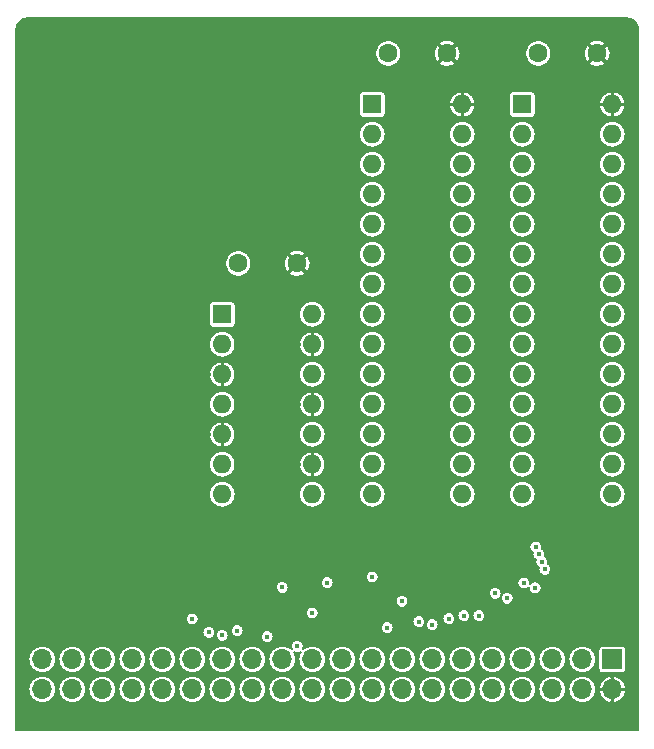
<source format=gbr>
G04 #@! TF.GenerationSoftware,KiCad,Pcbnew,(5.1.0-0)*
G04 #@! TF.CreationDate,2019-10-09T20:03:15-07:00*
G04 #@! TF.ProjectId,RAMCard,52414d43-6172-4642-9e6b-696361645f70,rev?*
G04 #@! TF.SameCoordinates,Original*
G04 #@! TF.FileFunction,Copper,L3,Inr*
G04 #@! TF.FilePolarity,Positive*
%FSLAX46Y46*%
G04 Gerber Fmt 4.6, Leading zero omitted, Abs format (unit mm)*
G04 Created by KiCad (PCBNEW (5.1.0-0)) date 2019-10-09 20:03:15*
%MOMM*%
%LPD*%
G04 APERTURE LIST*
%ADD10O,1.700000X1.700000*%
%ADD11R,1.700000X1.700000*%
%ADD12C,1.600000*%
%ADD13O,1.600000X1.600000*%
%ADD14R,1.600000X1.600000*%
%ADD15C,0.450000*%
%ADD16C,0.127000*%
G04 APERTURE END LIST*
D10*
X101600000Y-110490000D03*
X101600000Y-107950000D03*
X104140000Y-110490000D03*
X104140000Y-107950000D03*
X106680000Y-110490000D03*
X106680000Y-107950000D03*
X109220000Y-110490000D03*
X109220000Y-107950000D03*
X111760000Y-110490000D03*
X111760000Y-107950000D03*
X114300000Y-110490000D03*
X114300000Y-107950000D03*
X116840000Y-110490000D03*
X116840000Y-107950000D03*
X119380000Y-110490000D03*
X119380000Y-107950000D03*
X121920000Y-110490000D03*
X121920000Y-107950000D03*
X124460000Y-110490000D03*
X124460000Y-107950000D03*
X127000000Y-110490000D03*
X127000000Y-107950000D03*
X129540000Y-110490000D03*
X129540000Y-107950000D03*
X132080000Y-110490000D03*
X132080000Y-107950000D03*
X134620000Y-110490000D03*
X134620000Y-107950000D03*
X137160000Y-110490000D03*
X137160000Y-107950000D03*
X139700000Y-110490000D03*
X139700000Y-107950000D03*
X142240000Y-110490000D03*
X142240000Y-107950000D03*
X144780000Y-110490000D03*
X144780000Y-107950000D03*
X147320000Y-110490000D03*
X147320000Y-107950000D03*
X149860000Y-110490000D03*
D11*
X149860000Y-107950000D03*
D12*
X118190000Y-74422000D03*
X123190000Y-74422000D03*
D13*
X149860000Y-60960000D03*
X142240000Y-93980000D03*
X149860000Y-63500000D03*
X142240000Y-91440000D03*
X149860000Y-66040000D03*
X142240000Y-88900000D03*
X149860000Y-68580000D03*
X142240000Y-86360000D03*
X149860000Y-71120000D03*
X142240000Y-83820000D03*
X149860000Y-73660000D03*
X142240000Y-81280000D03*
X149860000Y-76200000D03*
X142240000Y-78740000D03*
X149860000Y-78740000D03*
X142240000Y-76200000D03*
X149860000Y-81280000D03*
X142240000Y-73660000D03*
X149860000Y-83820000D03*
X142240000Y-71120000D03*
X149860000Y-86360000D03*
X142240000Y-68580000D03*
X149860000Y-88900000D03*
X142240000Y-66040000D03*
X149860000Y-91440000D03*
X142240000Y-63500000D03*
X149860000Y-93980000D03*
D14*
X142240000Y-60960000D03*
X116840000Y-78740000D03*
D13*
X124460000Y-93980000D03*
X116840000Y-81280000D03*
X124460000Y-91440000D03*
X116840000Y-83820000D03*
X124460000Y-88900000D03*
X116840000Y-86360000D03*
X124460000Y-86360000D03*
X116840000Y-88900000D03*
X124460000Y-83820000D03*
X116840000Y-91440000D03*
X124460000Y-81280000D03*
X116840000Y-93980000D03*
X124460000Y-78740000D03*
X137160000Y-60960000D03*
X129540000Y-93980000D03*
X137160000Y-63500000D03*
X129540000Y-91440000D03*
X137160000Y-66040000D03*
X129540000Y-88900000D03*
X137160000Y-68580000D03*
X129540000Y-86360000D03*
X137160000Y-71120000D03*
X129540000Y-83820000D03*
X137160000Y-73660000D03*
X129540000Y-81280000D03*
X137160000Y-76200000D03*
X129540000Y-78740000D03*
X137160000Y-78740000D03*
X129540000Y-76200000D03*
X137160000Y-81280000D03*
X129540000Y-73660000D03*
X137160000Y-83820000D03*
X129540000Y-71120000D03*
X137160000Y-86360000D03*
X129540000Y-68580000D03*
X137160000Y-88900000D03*
X129540000Y-66040000D03*
X137160000Y-91440000D03*
X129540000Y-63500000D03*
X137160000Y-93980000D03*
D14*
X129540000Y-60960000D03*
D12*
X130890000Y-56642000D03*
X135890000Y-56642000D03*
X143590000Y-56642000D03*
X148590000Y-56642000D03*
D15*
X115697000Y-105664000D03*
X114300000Y-104521000D03*
X118110000Y-105502500D03*
X116840000Y-105918000D03*
X120650000Y-106010500D03*
X123190000Y-106841510D03*
X121920000Y-101854000D03*
X125730000Y-101438490D03*
X124460000Y-104013000D03*
X130810000Y-105248470D03*
X129540000Y-100965000D03*
X133477000Y-104740450D03*
X132049898Y-103031521D03*
X136017000Y-104486440D03*
X134620000Y-104994449D03*
X138557000Y-104232430D03*
X137287000Y-104232430D03*
X140970000Y-102777510D03*
X139954000Y-102362000D03*
X143323989Y-101888510D03*
X142367000Y-101473000D03*
X144145000Y-100330000D03*
X143891000Y-99695000D03*
X143637000Y-99060000D03*
X143383000Y-98425000D03*
D16*
G36*
X151309830Y-53701775D02*
G01*
X151482818Y-53754003D01*
X151642365Y-53838836D01*
X151782391Y-53953038D01*
X151897569Y-54092264D01*
X151983513Y-54251215D01*
X152036948Y-54423832D01*
X152057501Y-54619390D01*
X152057500Y-113957500D01*
X99402500Y-113957500D01*
X99402500Y-110490000D01*
X100426851Y-110490000D01*
X100449393Y-110718870D01*
X100516152Y-110938945D01*
X100624562Y-111141767D01*
X100770458Y-111319542D01*
X100948233Y-111465438D01*
X101151055Y-111573848D01*
X101371130Y-111640607D01*
X101542645Y-111657500D01*
X101657355Y-111657500D01*
X101828870Y-111640607D01*
X102048945Y-111573848D01*
X102251767Y-111465438D01*
X102429542Y-111319542D01*
X102575438Y-111141767D01*
X102683848Y-110938945D01*
X102750607Y-110718870D01*
X102773149Y-110490000D01*
X102966851Y-110490000D01*
X102989393Y-110718870D01*
X103056152Y-110938945D01*
X103164562Y-111141767D01*
X103310458Y-111319542D01*
X103488233Y-111465438D01*
X103691055Y-111573848D01*
X103911130Y-111640607D01*
X104082645Y-111657500D01*
X104197355Y-111657500D01*
X104368870Y-111640607D01*
X104588945Y-111573848D01*
X104791767Y-111465438D01*
X104969542Y-111319542D01*
X105115438Y-111141767D01*
X105223848Y-110938945D01*
X105290607Y-110718870D01*
X105313149Y-110490000D01*
X105506851Y-110490000D01*
X105529393Y-110718870D01*
X105596152Y-110938945D01*
X105704562Y-111141767D01*
X105850458Y-111319542D01*
X106028233Y-111465438D01*
X106231055Y-111573848D01*
X106451130Y-111640607D01*
X106622645Y-111657500D01*
X106737355Y-111657500D01*
X106908870Y-111640607D01*
X107128945Y-111573848D01*
X107331767Y-111465438D01*
X107509542Y-111319542D01*
X107655438Y-111141767D01*
X107763848Y-110938945D01*
X107830607Y-110718870D01*
X107853149Y-110490000D01*
X108046851Y-110490000D01*
X108069393Y-110718870D01*
X108136152Y-110938945D01*
X108244562Y-111141767D01*
X108390458Y-111319542D01*
X108568233Y-111465438D01*
X108771055Y-111573848D01*
X108991130Y-111640607D01*
X109162645Y-111657500D01*
X109277355Y-111657500D01*
X109448870Y-111640607D01*
X109668945Y-111573848D01*
X109871767Y-111465438D01*
X110049542Y-111319542D01*
X110195438Y-111141767D01*
X110303848Y-110938945D01*
X110370607Y-110718870D01*
X110393149Y-110490000D01*
X110586851Y-110490000D01*
X110609393Y-110718870D01*
X110676152Y-110938945D01*
X110784562Y-111141767D01*
X110930458Y-111319542D01*
X111108233Y-111465438D01*
X111311055Y-111573848D01*
X111531130Y-111640607D01*
X111702645Y-111657500D01*
X111817355Y-111657500D01*
X111988870Y-111640607D01*
X112208945Y-111573848D01*
X112411767Y-111465438D01*
X112589542Y-111319542D01*
X112735438Y-111141767D01*
X112843848Y-110938945D01*
X112910607Y-110718870D01*
X112933149Y-110490000D01*
X113126851Y-110490000D01*
X113149393Y-110718870D01*
X113216152Y-110938945D01*
X113324562Y-111141767D01*
X113470458Y-111319542D01*
X113648233Y-111465438D01*
X113851055Y-111573848D01*
X114071130Y-111640607D01*
X114242645Y-111657500D01*
X114357355Y-111657500D01*
X114528870Y-111640607D01*
X114748945Y-111573848D01*
X114951767Y-111465438D01*
X115129542Y-111319542D01*
X115275438Y-111141767D01*
X115383848Y-110938945D01*
X115450607Y-110718870D01*
X115473149Y-110490000D01*
X115666851Y-110490000D01*
X115689393Y-110718870D01*
X115756152Y-110938945D01*
X115864562Y-111141767D01*
X116010458Y-111319542D01*
X116188233Y-111465438D01*
X116391055Y-111573848D01*
X116611130Y-111640607D01*
X116782645Y-111657500D01*
X116897355Y-111657500D01*
X117068870Y-111640607D01*
X117288945Y-111573848D01*
X117491767Y-111465438D01*
X117669542Y-111319542D01*
X117815438Y-111141767D01*
X117923848Y-110938945D01*
X117990607Y-110718870D01*
X118013149Y-110490000D01*
X118206851Y-110490000D01*
X118229393Y-110718870D01*
X118296152Y-110938945D01*
X118404562Y-111141767D01*
X118550458Y-111319542D01*
X118728233Y-111465438D01*
X118931055Y-111573848D01*
X119151130Y-111640607D01*
X119322645Y-111657500D01*
X119437355Y-111657500D01*
X119608870Y-111640607D01*
X119828945Y-111573848D01*
X120031767Y-111465438D01*
X120209542Y-111319542D01*
X120355438Y-111141767D01*
X120463848Y-110938945D01*
X120530607Y-110718870D01*
X120553149Y-110490000D01*
X120746851Y-110490000D01*
X120769393Y-110718870D01*
X120836152Y-110938945D01*
X120944562Y-111141767D01*
X121090458Y-111319542D01*
X121268233Y-111465438D01*
X121471055Y-111573848D01*
X121691130Y-111640607D01*
X121862645Y-111657500D01*
X121977355Y-111657500D01*
X122148870Y-111640607D01*
X122368945Y-111573848D01*
X122571767Y-111465438D01*
X122749542Y-111319542D01*
X122895438Y-111141767D01*
X123003848Y-110938945D01*
X123070607Y-110718870D01*
X123093149Y-110490000D01*
X123286851Y-110490000D01*
X123309393Y-110718870D01*
X123376152Y-110938945D01*
X123484562Y-111141767D01*
X123630458Y-111319542D01*
X123808233Y-111465438D01*
X124011055Y-111573848D01*
X124231130Y-111640607D01*
X124402645Y-111657500D01*
X124517355Y-111657500D01*
X124688870Y-111640607D01*
X124908945Y-111573848D01*
X125111767Y-111465438D01*
X125289542Y-111319542D01*
X125435438Y-111141767D01*
X125543848Y-110938945D01*
X125610607Y-110718870D01*
X125633149Y-110490000D01*
X125826851Y-110490000D01*
X125849393Y-110718870D01*
X125916152Y-110938945D01*
X126024562Y-111141767D01*
X126170458Y-111319542D01*
X126348233Y-111465438D01*
X126551055Y-111573848D01*
X126771130Y-111640607D01*
X126942645Y-111657500D01*
X127057355Y-111657500D01*
X127228870Y-111640607D01*
X127448945Y-111573848D01*
X127651767Y-111465438D01*
X127829542Y-111319542D01*
X127975438Y-111141767D01*
X128083848Y-110938945D01*
X128150607Y-110718870D01*
X128173149Y-110490000D01*
X128366851Y-110490000D01*
X128389393Y-110718870D01*
X128456152Y-110938945D01*
X128564562Y-111141767D01*
X128710458Y-111319542D01*
X128888233Y-111465438D01*
X129091055Y-111573848D01*
X129311130Y-111640607D01*
X129482645Y-111657500D01*
X129597355Y-111657500D01*
X129768870Y-111640607D01*
X129988945Y-111573848D01*
X130191767Y-111465438D01*
X130369542Y-111319542D01*
X130515438Y-111141767D01*
X130623848Y-110938945D01*
X130690607Y-110718870D01*
X130713149Y-110490000D01*
X130906851Y-110490000D01*
X130929393Y-110718870D01*
X130996152Y-110938945D01*
X131104562Y-111141767D01*
X131250458Y-111319542D01*
X131428233Y-111465438D01*
X131631055Y-111573848D01*
X131851130Y-111640607D01*
X132022645Y-111657500D01*
X132137355Y-111657500D01*
X132308870Y-111640607D01*
X132528945Y-111573848D01*
X132731767Y-111465438D01*
X132909542Y-111319542D01*
X133055438Y-111141767D01*
X133163848Y-110938945D01*
X133230607Y-110718870D01*
X133253149Y-110490000D01*
X133446851Y-110490000D01*
X133469393Y-110718870D01*
X133536152Y-110938945D01*
X133644562Y-111141767D01*
X133790458Y-111319542D01*
X133968233Y-111465438D01*
X134171055Y-111573848D01*
X134391130Y-111640607D01*
X134562645Y-111657500D01*
X134677355Y-111657500D01*
X134848870Y-111640607D01*
X135068945Y-111573848D01*
X135271767Y-111465438D01*
X135449542Y-111319542D01*
X135595438Y-111141767D01*
X135703848Y-110938945D01*
X135770607Y-110718870D01*
X135793149Y-110490000D01*
X135986851Y-110490000D01*
X136009393Y-110718870D01*
X136076152Y-110938945D01*
X136184562Y-111141767D01*
X136330458Y-111319542D01*
X136508233Y-111465438D01*
X136711055Y-111573848D01*
X136931130Y-111640607D01*
X137102645Y-111657500D01*
X137217355Y-111657500D01*
X137388870Y-111640607D01*
X137608945Y-111573848D01*
X137811767Y-111465438D01*
X137989542Y-111319542D01*
X138135438Y-111141767D01*
X138243848Y-110938945D01*
X138310607Y-110718870D01*
X138333149Y-110490000D01*
X138526851Y-110490000D01*
X138549393Y-110718870D01*
X138616152Y-110938945D01*
X138724562Y-111141767D01*
X138870458Y-111319542D01*
X139048233Y-111465438D01*
X139251055Y-111573848D01*
X139471130Y-111640607D01*
X139642645Y-111657500D01*
X139757355Y-111657500D01*
X139928870Y-111640607D01*
X140148945Y-111573848D01*
X140351767Y-111465438D01*
X140529542Y-111319542D01*
X140675438Y-111141767D01*
X140783848Y-110938945D01*
X140850607Y-110718870D01*
X140873149Y-110490000D01*
X141066851Y-110490000D01*
X141089393Y-110718870D01*
X141156152Y-110938945D01*
X141264562Y-111141767D01*
X141410458Y-111319542D01*
X141588233Y-111465438D01*
X141791055Y-111573848D01*
X142011130Y-111640607D01*
X142182645Y-111657500D01*
X142297355Y-111657500D01*
X142468870Y-111640607D01*
X142688945Y-111573848D01*
X142891767Y-111465438D01*
X143069542Y-111319542D01*
X143215438Y-111141767D01*
X143323848Y-110938945D01*
X143390607Y-110718870D01*
X143413149Y-110490000D01*
X143606851Y-110490000D01*
X143629393Y-110718870D01*
X143696152Y-110938945D01*
X143804562Y-111141767D01*
X143950458Y-111319542D01*
X144128233Y-111465438D01*
X144331055Y-111573848D01*
X144551130Y-111640607D01*
X144722645Y-111657500D01*
X144837355Y-111657500D01*
X145008870Y-111640607D01*
X145228945Y-111573848D01*
X145431767Y-111465438D01*
X145609542Y-111319542D01*
X145755438Y-111141767D01*
X145863848Y-110938945D01*
X145930607Y-110718870D01*
X145953149Y-110490000D01*
X146146851Y-110490000D01*
X146169393Y-110718870D01*
X146236152Y-110938945D01*
X146344562Y-111141767D01*
X146490458Y-111319542D01*
X146668233Y-111465438D01*
X146871055Y-111573848D01*
X147091130Y-111640607D01*
X147262645Y-111657500D01*
X147377355Y-111657500D01*
X147548870Y-111640607D01*
X147768945Y-111573848D01*
X147971767Y-111465438D01*
X148149542Y-111319542D01*
X148295438Y-111141767D01*
X148403848Y-110938945D01*
X148465687Y-110735086D01*
X148718511Y-110735086D01*
X148788258Y-110953070D01*
X148899192Y-111153259D01*
X149047049Y-111327959D01*
X149226147Y-111470457D01*
X149429604Y-111575276D01*
X149614915Y-111631486D01*
X149796500Y-111576271D01*
X149796500Y-110553500D01*
X149923500Y-110553500D01*
X149923500Y-111576271D01*
X150105085Y-111631486D01*
X150290396Y-111575276D01*
X150493853Y-111470457D01*
X150672951Y-111327959D01*
X150820808Y-111153259D01*
X150931742Y-110953070D01*
X151001489Y-110735086D01*
X150946400Y-110553500D01*
X149923500Y-110553500D01*
X149796500Y-110553500D01*
X148773600Y-110553500D01*
X148718511Y-110735086D01*
X148465687Y-110735086D01*
X148470607Y-110718870D01*
X148493149Y-110490000D01*
X148470607Y-110261130D01*
X148465688Y-110244914D01*
X148718511Y-110244914D01*
X148773600Y-110426500D01*
X149796500Y-110426500D01*
X149796500Y-109403729D01*
X149923500Y-109403729D01*
X149923500Y-110426500D01*
X150946400Y-110426500D01*
X151001489Y-110244914D01*
X150931742Y-110026930D01*
X150820808Y-109826741D01*
X150672951Y-109652041D01*
X150493853Y-109509543D01*
X150290396Y-109404724D01*
X150105085Y-109348514D01*
X149923500Y-109403729D01*
X149796500Y-109403729D01*
X149614915Y-109348514D01*
X149429604Y-109404724D01*
X149226147Y-109509543D01*
X149047049Y-109652041D01*
X148899192Y-109826741D01*
X148788258Y-110026930D01*
X148718511Y-110244914D01*
X148465688Y-110244914D01*
X148403848Y-110041055D01*
X148295438Y-109838233D01*
X148149542Y-109660458D01*
X147971767Y-109514562D01*
X147768945Y-109406152D01*
X147548870Y-109339393D01*
X147377355Y-109322500D01*
X147262645Y-109322500D01*
X147091130Y-109339393D01*
X146871055Y-109406152D01*
X146668233Y-109514562D01*
X146490458Y-109660458D01*
X146344562Y-109838233D01*
X146236152Y-110041055D01*
X146169393Y-110261130D01*
X146146851Y-110490000D01*
X145953149Y-110490000D01*
X145930607Y-110261130D01*
X145863848Y-110041055D01*
X145755438Y-109838233D01*
X145609542Y-109660458D01*
X145431767Y-109514562D01*
X145228945Y-109406152D01*
X145008870Y-109339393D01*
X144837355Y-109322500D01*
X144722645Y-109322500D01*
X144551130Y-109339393D01*
X144331055Y-109406152D01*
X144128233Y-109514562D01*
X143950458Y-109660458D01*
X143804562Y-109838233D01*
X143696152Y-110041055D01*
X143629393Y-110261130D01*
X143606851Y-110490000D01*
X143413149Y-110490000D01*
X143390607Y-110261130D01*
X143323848Y-110041055D01*
X143215438Y-109838233D01*
X143069542Y-109660458D01*
X142891767Y-109514562D01*
X142688945Y-109406152D01*
X142468870Y-109339393D01*
X142297355Y-109322500D01*
X142182645Y-109322500D01*
X142011130Y-109339393D01*
X141791055Y-109406152D01*
X141588233Y-109514562D01*
X141410458Y-109660458D01*
X141264562Y-109838233D01*
X141156152Y-110041055D01*
X141089393Y-110261130D01*
X141066851Y-110490000D01*
X140873149Y-110490000D01*
X140850607Y-110261130D01*
X140783848Y-110041055D01*
X140675438Y-109838233D01*
X140529542Y-109660458D01*
X140351767Y-109514562D01*
X140148945Y-109406152D01*
X139928870Y-109339393D01*
X139757355Y-109322500D01*
X139642645Y-109322500D01*
X139471130Y-109339393D01*
X139251055Y-109406152D01*
X139048233Y-109514562D01*
X138870458Y-109660458D01*
X138724562Y-109838233D01*
X138616152Y-110041055D01*
X138549393Y-110261130D01*
X138526851Y-110490000D01*
X138333149Y-110490000D01*
X138310607Y-110261130D01*
X138243848Y-110041055D01*
X138135438Y-109838233D01*
X137989542Y-109660458D01*
X137811767Y-109514562D01*
X137608945Y-109406152D01*
X137388870Y-109339393D01*
X137217355Y-109322500D01*
X137102645Y-109322500D01*
X136931130Y-109339393D01*
X136711055Y-109406152D01*
X136508233Y-109514562D01*
X136330458Y-109660458D01*
X136184562Y-109838233D01*
X136076152Y-110041055D01*
X136009393Y-110261130D01*
X135986851Y-110490000D01*
X135793149Y-110490000D01*
X135770607Y-110261130D01*
X135703848Y-110041055D01*
X135595438Y-109838233D01*
X135449542Y-109660458D01*
X135271767Y-109514562D01*
X135068945Y-109406152D01*
X134848870Y-109339393D01*
X134677355Y-109322500D01*
X134562645Y-109322500D01*
X134391130Y-109339393D01*
X134171055Y-109406152D01*
X133968233Y-109514562D01*
X133790458Y-109660458D01*
X133644562Y-109838233D01*
X133536152Y-110041055D01*
X133469393Y-110261130D01*
X133446851Y-110490000D01*
X133253149Y-110490000D01*
X133230607Y-110261130D01*
X133163848Y-110041055D01*
X133055438Y-109838233D01*
X132909542Y-109660458D01*
X132731767Y-109514562D01*
X132528945Y-109406152D01*
X132308870Y-109339393D01*
X132137355Y-109322500D01*
X132022645Y-109322500D01*
X131851130Y-109339393D01*
X131631055Y-109406152D01*
X131428233Y-109514562D01*
X131250458Y-109660458D01*
X131104562Y-109838233D01*
X130996152Y-110041055D01*
X130929393Y-110261130D01*
X130906851Y-110490000D01*
X130713149Y-110490000D01*
X130690607Y-110261130D01*
X130623848Y-110041055D01*
X130515438Y-109838233D01*
X130369542Y-109660458D01*
X130191767Y-109514562D01*
X129988945Y-109406152D01*
X129768870Y-109339393D01*
X129597355Y-109322500D01*
X129482645Y-109322500D01*
X129311130Y-109339393D01*
X129091055Y-109406152D01*
X128888233Y-109514562D01*
X128710458Y-109660458D01*
X128564562Y-109838233D01*
X128456152Y-110041055D01*
X128389393Y-110261130D01*
X128366851Y-110490000D01*
X128173149Y-110490000D01*
X128150607Y-110261130D01*
X128083848Y-110041055D01*
X127975438Y-109838233D01*
X127829542Y-109660458D01*
X127651767Y-109514562D01*
X127448945Y-109406152D01*
X127228870Y-109339393D01*
X127057355Y-109322500D01*
X126942645Y-109322500D01*
X126771130Y-109339393D01*
X126551055Y-109406152D01*
X126348233Y-109514562D01*
X126170458Y-109660458D01*
X126024562Y-109838233D01*
X125916152Y-110041055D01*
X125849393Y-110261130D01*
X125826851Y-110490000D01*
X125633149Y-110490000D01*
X125610607Y-110261130D01*
X125543848Y-110041055D01*
X125435438Y-109838233D01*
X125289542Y-109660458D01*
X125111767Y-109514562D01*
X124908945Y-109406152D01*
X124688870Y-109339393D01*
X124517355Y-109322500D01*
X124402645Y-109322500D01*
X124231130Y-109339393D01*
X124011055Y-109406152D01*
X123808233Y-109514562D01*
X123630458Y-109660458D01*
X123484562Y-109838233D01*
X123376152Y-110041055D01*
X123309393Y-110261130D01*
X123286851Y-110490000D01*
X123093149Y-110490000D01*
X123070607Y-110261130D01*
X123003848Y-110041055D01*
X122895438Y-109838233D01*
X122749542Y-109660458D01*
X122571767Y-109514562D01*
X122368945Y-109406152D01*
X122148870Y-109339393D01*
X121977355Y-109322500D01*
X121862645Y-109322500D01*
X121691130Y-109339393D01*
X121471055Y-109406152D01*
X121268233Y-109514562D01*
X121090458Y-109660458D01*
X120944562Y-109838233D01*
X120836152Y-110041055D01*
X120769393Y-110261130D01*
X120746851Y-110490000D01*
X120553149Y-110490000D01*
X120530607Y-110261130D01*
X120463848Y-110041055D01*
X120355438Y-109838233D01*
X120209542Y-109660458D01*
X120031767Y-109514562D01*
X119828945Y-109406152D01*
X119608870Y-109339393D01*
X119437355Y-109322500D01*
X119322645Y-109322500D01*
X119151130Y-109339393D01*
X118931055Y-109406152D01*
X118728233Y-109514562D01*
X118550458Y-109660458D01*
X118404562Y-109838233D01*
X118296152Y-110041055D01*
X118229393Y-110261130D01*
X118206851Y-110490000D01*
X118013149Y-110490000D01*
X117990607Y-110261130D01*
X117923848Y-110041055D01*
X117815438Y-109838233D01*
X117669542Y-109660458D01*
X117491767Y-109514562D01*
X117288945Y-109406152D01*
X117068870Y-109339393D01*
X116897355Y-109322500D01*
X116782645Y-109322500D01*
X116611130Y-109339393D01*
X116391055Y-109406152D01*
X116188233Y-109514562D01*
X116010458Y-109660458D01*
X115864562Y-109838233D01*
X115756152Y-110041055D01*
X115689393Y-110261130D01*
X115666851Y-110490000D01*
X115473149Y-110490000D01*
X115450607Y-110261130D01*
X115383848Y-110041055D01*
X115275438Y-109838233D01*
X115129542Y-109660458D01*
X114951767Y-109514562D01*
X114748945Y-109406152D01*
X114528870Y-109339393D01*
X114357355Y-109322500D01*
X114242645Y-109322500D01*
X114071130Y-109339393D01*
X113851055Y-109406152D01*
X113648233Y-109514562D01*
X113470458Y-109660458D01*
X113324562Y-109838233D01*
X113216152Y-110041055D01*
X113149393Y-110261130D01*
X113126851Y-110490000D01*
X112933149Y-110490000D01*
X112910607Y-110261130D01*
X112843848Y-110041055D01*
X112735438Y-109838233D01*
X112589542Y-109660458D01*
X112411767Y-109514562D01*
X112208945Y-109406152D01*
X111988870Y-109339393D01*
X111817355Y-109322500D01*
X111702645Y-109322500D01*
X111531130Y-109339393D01*
X111311055Y-109406152D01*
X111108233Y-109514562D01*
X110930458Y-109660458D01*
X110784562Y-109838233D01*
X110676152Y-110041055D01*
X110609393Y-110261130D01*
X110586851Y-110490000D01*
X110393149Y-110490000D01*
X110370607Y-110261130D01*
X110303848Y-110041055D01*
X110195438Y-109838233D01*
X110049542Y-109660458D01*
X109871767Y-109514562D01*
X109668945Y-109406152D01*
X109448870Y-109339393D01*
X109277355Y-109322500D01*
X109162645Y-109322500D01*
X108991130Y-109339393D01*
X108771055Y-109406152D01*
X108568233Y-109514562D01*
X108390458Y-109660458D01*
X108244562Y-109838233D01*
X108136152Y-110041055D01*
X108069393Y-110261130D01*
X108046851Y-110490000D01*
X107853149Y-110490000D01*
X107830607Y-110261130D01*
X107763848Y-110041055D01*
X107655438Y-109838233D01*
X107509542Y-109660458D01*
X107331767Y-109514562D01*
X107128945Y-109406152D01*
X106908870Y-109339393D01*
X106737355Y-109322500D01*
X106622645Y-109322500D01*
X106451130Y-109339393D01*
X106231055Y-109406152D01*
X106028233Y-109514562D01*
X105850458Y-109660458D01*
X105704562Y-109838233D01*
X105596152Y-110041055D01*
X105529393Y-110261130D01*
X105506851Y-110490000D01*
X105313149Y-110490000D01*
X105290607Y-110261130D01*
X105223848Y-110041055D01*
X105115438Y-109838233D01*
X104969542Y-109660458D01*
X104791767Y-109514562D01*
X104588945Y-109406152D01*
X104368870Y-109339393D01*
X104197355Y-109322500D01*
X104082645Y-109322500D01*
X103911130Y-109339393D01*
X103691055Y-109406152D01*
X103488233Y-109514562D01*
X103310458Y-109660458D01*
X103164562Y-109838233D01*
X103056152Y-110041055D01*
X102989393Y-110261130D01*
X102966851Y-110490000D01*
X102773149Y-110490000D01*
X102750607Y-110261130D01*
X102683848Y-110041055D01*
X102575438Y-109838233D01*
X102429542Y-109660458D01*
X102251767Y-109514562D01*
X102048945Y-109406152D01*
X101828870Y-109339393D01*
X101657355Y-109322500D01*
X101542645Y-109322500D01*
X101371130Y-109339393D01*
X101151055Y-109406152D01*
X100948233Y-109514562D01*
X100770458Y-109660458D01*
X100624562Y-109838233D01*
X100516152Y-110041055D01*
X100449393Y-110261130D01*
X100426851Y-110490000D01*
X99402500Y-110490000D01*
X99402500Y-107950000D01*
X100426851Y-107950000D01*
X100449393Y-108178870D01*
X100516152Y-108398945D01*
X100624562Y-108601767D01*
X100770458Y-108779542D01*
X100948233Y-108925438D01*
X101151055Y-109033848D01*
X101371130Y-109100607D01*
X101542645Y-109117500D01*
X101657355Y-109117500D01*
X101828870Y-109100607D01*
X102048945Y-109033848D01*
X102251767Y-108925438D01*
X102429542Y-108779542D01*
X102575438Y-108601767D01*
X102683848Y-108398945D01*
X102750607Y-108178870D01*
X102773149Y-107950000D01*
X102966851Y-107950000D01*
X102989393Y-108178870D01*
X103056152Y-108398945D01*
X103164562Y-108601767D01*
X103310458Y-108779542D01*
X103488233Y-108925438D01*
X103691055Y-109033848D01*
X103911130Y-109100607D01*
X104082645Y-109117500D01*
X104197355Y-109117500D01*
X104368870Y-109100607D01*
X104588945Y-109033848D01*
X104791767Y-108925438D01*
X104969542Y-108779542D01*
X105115438Y-108601767D01*
X105223848Y-108398945D01*
X105290607Y-108178870D01*
X105313149Y-107950000D01*
X105506851Y-107950000D01*
X105529393Y-108178870D01*
X105596152Y-108398945D01*
X105704562Y-108601767D01*
X105850458Y-108779542D01*
X106028233Y-108925438D01*
X106231055Y-109033848D01*
X106451130Y-109100607D01*
X106622645Y-109117500D01*
X106737355Y-109117500D01*
X106908870Y-109100607D01*
X107128945Y-109033848D01*
X107331767Y-108925438D01*
X107509542Y-108779542D01*
X107655438Y-108601767D01*
X107763848Y-108398945D01*
X107830607Y-108178870D01*
X107853149Y-107950000D01*
X108046851Y-107950000D01*
X108069393Y-108178870D01*
X108136152Y-108398945D01*
X108244562Y-108601767D01*
X108390458Y-108779542D01*
X108568233Y-108925438D01*
X108771055Y-109033848D01*
X108991130Y-109100607D01*
X109162645Y-109117500D01*
X109277355Y-109117500D01*
X109448870Y-109100607D01*
X109668945Y-109033848D01*
X109871767Y-108925438D01*
X110049542Y-108779542D01*
X110195438Y-108601767D01*
X110303848Y-108398945D01*
X110370607Y-108178870D01*
X110393149Y-107950000D01*
X110586851Y-107950000D01*
X110609393Y-108178870D01*
X110676152Y-108398945D01*
X110784562Y-108601767D01*
X110930458Y-108779542D01*
X111108233Y-108925438D01*
X111311055Y-109033848D01*
X111531130Y-109100607D01*
X111702645Y-109117500D01*
X111817355Y-109117500D01*
X111988870Y-109100607D01*
X112208945Y-109033848D01*
X112411767Y-108925438D01*
X112589542Y-108779542D01*
X112735438Y-108601767D01*
X112843848Y-108398945D01*
X112910607Y-108178870D01*
X112933149Y-107950000D01*
X113126851Y-107950000D01*
X113149393Y-108178870D01*
X113216152Y-108398945D01*
X113324562Y-108601767D01*
X113470458Y-108779542D01*
X113648233Y-108925438D01*
X113851055Y-109033848D01*
X114071130Y-109100607D01*
X114242645Y-109117500D01*
X114357355Y-109117500D01*
X114528870Y-109100607D01*
X114748945Y-109033848D01*
X114951767Y-108925438D01*
X115129542Y-108779542D01*
X115275438Y-108601767D01*
X115383848Y-108398945D01*
X115450607Y-108178870D01*
X115473149Y-107950000D01*
X115666851Y-107950000D01*
X115689393Y-108178870D01*
X115756152Y-108398945D01*
X115864562Y-108601767D01*
X116010458Y-108779542D01*
X116188233Y-108925438D01*
X116391055Y-109033848D01*
X116611130Y-109100607D01*
X116782645Y-109117500D01*
X116897355Y-109117500D01*
X117068870Y-109100607D01*
X117288945Y-109033848D01*
X117491767Y-108925438D01*
X117669542Y-108779542D01*
X117815438Y-108601767D01*
X117923848Y-108398945D01*
X117990607Y-108178870D01*
X118013149Y-107950000D01*
X118206851Y-107950000D01*
X118229393Y-108178870D01*
X118296152Y-108398945D01*
X118404562Y-108601767D01*
X118550458Y-108779542D01*
X118728233Y-108925438D01*
X118931055Y-109033848D01*
X119151130Y-109100607D01*
X119322645Y-109117500D01*
X119437355Y-109117500D01*
X119608870Y-109100607D01*
X119828945Y-109033848D01*
X120031767Y-108925438D01*
X120209542Y-108779542D01*
X120355438Y-108601767D01*
X120463848Y-108398945D01*
X120530607Y-108178870D01*
X120553149Y-107950000D01*
X120746851Y-107950000D01*
X120769393Y-108178870D01*
X120836152Y-108398945D01*
X120944562Y-108601767D01*
X121090458Y-108779542D01*
X121268233Y-108925438D01*
X121471055Y-109033848D01*
X121691130Y-109100607D01*
X121862645Y-109117500D01*
X121977355Y-109117500D01*
X122148870Y-109100607D01*
X122368945Y-109033848D01*
X122571767Y-108925438D01*
X122749542Y-108779542D01*
X122895438Y-108601767D01*
X123003848Y-108398945D01*
X123070607Y-108178870D01*
X123093149Y-107950000D01*
X123070607Y-107721130D01*
X123003848Y-107501055D01*
X122895438Y-107298233D01*
X122893468Y-107295833D01*
X122933030Y-107322267D01*
X123031759Y-107363162D01*
X123136568Y-107384010D01*
X123243432Y-107384010D01*
X123348241Y-107363162D01*
X123446970Y-107322267D01*
X123486532Y-107295833D01*
X123484562Y-107298233D01*
X123376152Y-107501055D01*
X123309393Y-107721130D01*
X123286851Y-107950000D01*
X123309393Y-108178870D01*
X123376152Y-108398945D01*
X123484562Y-108601767D01*
X123630458Y-108779542D01*
X123808233Y-108925438D01*
X124011055Y-109033848D01*
X124231130Y-109100607D01*
X124402645Y-109117500D01*
X124517355Y-109117500D01*
X124688870Y-109100607D01*
X124908945Y-109033848D01*
X125111767Y-108925438D01*
X125289542Y-108779542D01*
X125435438Y-108601767D01*
X125543848Y-108398945D01*
X125610607Y-108178870D01*
X125633149Y-107950000D01*
X125826851Y-107950000D01*
X125849393Y-108178870D01*
X125916152Y-108398945D01*
X126024562Y-108601767D01*
X126170458Y-108779542D01*
X126348233Y-108925438D01*
X126551055Y-109033848D01*
X126771130Y-109100607D01*
X126942645Y-109117500D01*
X127057355Y-109117500D01*
X127228870Y-109100607D01*
X127448945Y-109033848D01*
X127651767Y-108925438D01*
X127829542Y-108779542D01*
X127975438Y-108601767D01*
X128083848Y-108398945D01*
X128150607Y-108178870D01*
X128173149Y-107950000D01*
X128366851Y-107950000D01*
X128389393Y-108178870D01*
X128456152Y-108398945D01*
X128564562Y-108601767D01*
X128710458Y-108779542D01*
X128888233Y-108925438D01*
X129091055Y-109033848D01*
X129311130Y-109100607D01*
X129482645Y-109117500D01*
X129597355Y-109117500D01*
X129768870Y-109100607D01*
X129988945Y-109033848D01*
X130191767Y-108925438D01*
X130369542Y-108779542D01*
X130515438Y-108601767D01*
X130623848Y-108398945D01*
X130690607Y-108178870D01*
X130713149Y-107950000D01*
X130906851Y-107950000D01*
X130929393Y-108178870D01*
X130996152Y-108398945D01*
X131104562Y-108601767D01*
X131250458Y-108779542D01*
X131428233Y-108925438D01*
X131631055Y-109033848D01*
X131851130Y-109100607D01*
X132022645Y-109117500D01*
X132137355Y-109117500D01*
X132308870Y-109100607D01*
X132528945Y-109033848D01*
X132731767Y-108925438D01*
X132909542Y-108779542D01*
X133055438Y-108601767D01*
X133163848Y-108398945D01*
X133230607Y-108178870D01*
X133253149Y-107950000D01*
X133446851Y-107950000D01*
X133469393Y-108178870D01*
X133536152Y-108398945D01*
X133644562Y-108601767D01*
X133790458Y-108779542D01*
X133968233Y-108925438D01*
X134171055Y-109033848D01*
X134391130Y-109100607D01*
X134562645Y-109117500D01*
X134677355Y-109117500D01*
X134848870Y-109100607D01*
X135068945Y-109033848D01*
X135271767Y-108925438D01*
X135449542Y-108779542D01*
X135595438Y-108601767D01*
X135703848Y-108398945D01*
X135770607Y-108178870D01*
X135793149Y-107950000D01*
X135986851Y-107950000D01*
X136009393Y-108178870D01*
X136076152Y-108398945D01*
X136184562Y-108601767D01*
X136330458Y-108779542D01*
X136508233Y-108925438D01*
X136711055Y-109033848D01*
X136931130Y-109100607D01*
X137102645Y-109117500D01*
X137217355Y-109117500D01*
X137388870Y-109100607D01*
X137608945Y-109033848D01*
X137811767Y-108925438D01*
X137989542Y-108779542D01*
X138135438Y-108601767D01*
X138243848Y-108398945D01*
X138310607Y-108178870D01*
X138333149Y-107950000D01*
X138526851Y-107950000D01*
X138549393Y-108178870D01*
X138616152Y-108398945D01*
X138724562Y-108601767D01*
X138870458Y-108779542D01*
X139048233Y-108925438D01*
X139251055Y-109033848D01*
X139471130Y-109100607D01*
X139642645Y-109117500D01*
X139757355Y-109117500D01*
X139928870Y-109100607D01*
X140148945Y-109033848D01*
X140351767Y-108925438D01*
X140529542Y-108779542D01*
X140675438Y-108601767D01*
X140783848Y-108398945D01*
X140850607Y-108178870D01*
X140873149Y-107950000D01*
X141066851Y-107950000D01*
X141089393Y-108178870D01*
X141156152Y-108398945D01*
X141264562Y-108601767D01*
X141410458Y-108779542D01*
X141588233Y-108925438D01*
X141791055Y-109033848D01*
X142011130Y-109100607D01*
X142182645Y-109117500D01*
X142297355Y-109117500D01*
X142468870Y-109100607D01*
X142688945Y-109033848D01*
X142891767Y-108925438D01*
X143069542Y-108779542D01*
X143215438Y-108601767D01*
X143323848Y-108398945D01*
X143390607Y-108178870D01*
X143413149Y-107950000D01*
X143606851Y-107950000D01*
X143629393Y-108178870D01*
X143696152Y-108398945D01*
X143804562Y-108601767D01*
X143950458Y-108779542D01*
X144128233Y-108925438D01*
X144331055Y-109033848D01*
X144551130Y-109100607D01*
X144722645Y-109117500D01*
X144837355Y-109117500D01*
X145008870Y-109100607D01*
X145228945Y-109033848D01*
X145431767Y-108925438D01*
X145609542Y-108779542D01*
X145755438Y-108601767D01*
X145863848Y-108398945D01*
X145930607Y-108178870D01*
X145953149Y-107950000D01*
X146146851Y-107950000D01*
X146169393Y-108178870D01*
X146236152Y-108398945D01*
X146344562Y-108601767D01*
X146490458Y-108779542D01*
X146668233Y-108925438D01*
X146871055Y-109033848D01*
X147091130Y-109100607D01*
X147262645Y-109117500D01*
X147377355Y-109117500D01*
X147548870Y-109100607D01*
X147768945Y-109033848D01*
X147971767Y-108925438D01*
X148149542Y-108779542D01*
X148295438Y-108601767D01*
X148403848Y-108398945D01*
X148470607Y-108178870D01*
X148493149Y-107950000D01*
X148470607Y-107721130D01*
X148403848Y-107501055D01*
X148295438Y-107298233D01*
X148149542Y-107120458D01*
X148124614Y-107100000D01*
X148690964Y-107100000D01*
X148690964Y-108800000D01*
X148697094Y-108862241D01*
X148715249Y-108922090D01*
X148744731Y-108977247D01*
X148784407Y-109025593D01*
X148832753Y-109065269D01*
X148887910Y-109094751D01*
X148947759Y-109112906D01*
X149010000Y-109119036D01*
X150710000Y-109119036D01*
X150772241Y-109112906D01*
X150832090Y-109094751D01*
X150887247Y-109065269D01*
X150935593Y-109025593D01*
X150975269Y-108977247D01*
X151004751Y-108922090D01*
X151022906Y-108862241D01*
X151029036Y-108800000D01*
X151029036Y-107100000D01*
X151022906Y-107037759D01*
X151004751Y-106977910D01*
X150975269Y-106922753D01*
X150935593Y-106874407D01*
X150887247Y-106834731D01*
X150832090Y-106805249D01*
X150772241Y-106787094D01*
X150710000Y-106780964D01*
X149010000Y-106780964D01*
X148947759Y-106787094D01*
X148887910Y-106805249D01*
X148832753Y-106834731D01*
X148784407Y-106874407D01*
X148744731Y-106922753D01*
X148715249Y-106977910D01*
X148697094Y-107037759D01*
X148690964Y-107100000D01*
X148124614Y-107100000D01*
X147971767Y-106974562D01*
X147768945Y-106866152D01*
X147548870Y-106799393D01*
X147377355Y-106782500D01*
X147262645Y-106782500D01*
X147091130Y-106799393D01*
X146871055Y-106866152D01*
X146668233Y-106974562D01*
X146490458Y-107120458D01*
X146344562Y-107298233D01*
X146236152Y-107501055D01*
X146169393Y-107721130D01*
X146146851Y-107950000D01*
X145953149Y-107950000D01*
X145930607Y-107721130D01*
X145863848Y-107501055D01*
X145755438Y-107298233D01*
X145609542Y-107120458D01*
X145431767Y-106974562D01*
X145228945Y-106866152D01*
X145008870Y-106799393D01*
X144837355Y-106782500D01*
X144722645Y-106782500D01*
X144551130Y-106799393D01*
X144331055Y-106866152D01*
X144128233Y-106974562D01*
X143950458Y-107120458D01*
X143804562Y-107298233D01*
X143696152Y-107501055D01*
X143629393Y-107721130D01*
X143606851Y-107950000D01*
X143413149Y-107950000D01*
X143390607Y-107721130D01*
X143323848Y-107501055D01*
X143215438Y-107298233D01*
X143069542Y-107120458D01*
X142891767Y-106974562D01*
X142688945Y-106866152D01*
X142468870Y-106799393D01*
X142297355Y-106782500D01*
X142182645Y-106782500D01*
X142011130Y-106799393D01*
X141791055Y-106866152D01*
X141588233Y-106974562D01*
X141410458Y-107120458D01*
X141264562Y-107298233D01*
X141156152Y-107501055D01*
X141089393Y-107721130D01*
X141066851Y-107950000D01*
X140873149Y-107950000D01*
X140850607Y-107721130D01*
X140783848Y-107501055D01*
X140675438Y-107298233D01*
X140529542Y-107120458D01*
X140351767Y-106974562D01*
X140148945Y-106866152D01*
X139928870Y-106799393D01*
X139757355Y-106782500D01*
X139642645Y-106782500D01*
X139471130Y-106799393D01*
X139251055Y-106866152D01*
X139048233Y-106974562D01*
X138870458Y-107120458D01*
X138724562Y-107298233D01*
X138616152Y-107501055D01*
X138549393Y-107721130D01*
X138526851Y-107950000D01*
X138333149Y-107950000D01*
X138310607Y-107721130D01*
X138243848Y-107501055D01*
X138135438Y-107298233D01*
X137989542Y-107120458D01*
X137811767Y-106974562D01*
X137608945Y-106866152D01*
X137388870Y-106799393D01*
X137217355Y-106782500D01*
X137102645Y-106782500D01*
X136931130Y-106799393D01*
X136711055Y-106866152D01*
X136508233Y-106974562D01*
X136330458Y-107120458D01*
X136184562Y-107298233D01*
X136076152Y-107501055D01*
X136009393Y-107721130D01*
X135986851Y-107950000D01*
X135793149Y-107950000D01*
X135770607Y-107721130D01*
X135703848Y-107501055D01*
X135595438Y-107298233D01*
X135449542Y-107120458D01*
X135271767Y-106974562D01*
X135068945Y-106866152D01*
X134848870Y-106799393D01*
X134677355Y-106782500D01*
X134562645Y-106782500D01*
X134391130Y-106799393D01*
X134171055Y-106866152D01*
X133968233Y-106974562D01*
X133790458Y-107120458D01*
X133644562Y-107298233D01*
X133536152Y-107501055D01*
X133469393Y-107721130D01*
X133446851Y-107950000D01*
X133253149Y-107950000D01*
X133230607Y-107721130D01*
X133163848Y-107501055D01*
X133055438Y-107298233D01*
X132909542Y-107120458D01*
X132731767Y-106974562D01*
X132528945Y-106866152D01*
X132308870Y-106799393D01*
X132137355Y-106782500D01*
X132022645Y-106782500D01*
X131851130Y-106799393D01*
X131631055Y-106866152D01*
X131428233Y-106974562D01*
X131250458Y-107120458D01*
X131104562Y-107298233D01*
X130996152Y-107501055D01*
X130929393Y-107721130D01*
X130906851Y-107950000D01*
X130713149Y-107950000D01*
X130690607Y-107721130D01*
X130623848Y-107501055D01*
X130515438Y-107298233D01*
X130369542Y-107120458D01*
X130191767Y-106974562D01*
X129988945Y-106866152D01*
X129768870Y-106799393D01*
X129597355Y-106782500D01*
X129482645Y-106782500D01*
X129311130Y-106799393D01*
X129091055Y-106866152D01*
X128888233Y-106974562D01*
X128710458Y-107120458D01*
X128564562Y-107298233D01*
X128456152Y-107501055D01*
X128389393Y-107721130D01*
X128366851Y-107950000D01*
X128173149Y-107950000D01*
X128150607Y-107721130D01*
X128083848Y-107501055D01*
X127975438Y-107298233D01*
X127829542Y-107120458D01*
X127651767Y-106974562D01*
X127448945Y-106866152D01*
X127228870Y-106799393D01*
X127057355Y-106782500D01*
X126942645Y-106782500D01*
X126771130Y-106799393D01*
X126551055Y-106866152D01*
X126348233Y-106974562D01*
X126170458Y-107120458D01*
X126024562Y-107298233D01*
X125916152Y-107501055D01*
X125849393Y-107721130D01*
X125826851Y-107950000D01*
X125633149Y-107950000D01*
X125610607Y-107721130D01*
X125543848Y-107501055D01*
X125435438Y-107298233D01*
X125289542Y-107120458D01*
X125111767Y-106974562D01*
X124908945Y-106866152D01*
X124688870Y-106799393D01*
X124517355Y-106782500D01*
X124402645Y-106782500D01*
X124231130Y-106799393D01*
X124011055Y-106866152D01*
X123808233Y-106974562D01*
X123677719Y-107081672D01*
X123711652Y-106999751D01*
X123732500Y-106894942D01*
X123732500Y-106788078D01*
X123711652Y-106683269D01*
X123670757Y-106584540D01*
X123611387Y-106495686D01*
X123535824Y-106420123D01*
X123446970Y-106360753D01*
X123348241Y-106319858D01*
X123243432Y-106299010D01*
X123136568Y-106299010D01*
X123031759Y-106319858D01*
X122933030Y-106360753D01*
X122844176Y-106420123D01*
X122768613Y-106495686D01*
X122709243Y-106584540D01*
X122668348Y-106683269D01*
X122647500Y-106788078D01*
X122647500Y-106894942D01*
X122668348Y-106999751D01*
X122702281Y-107081672D01*
X122571767Y-106974562D01*
X122368945Y-106866152D01*
X122148870Y-106799393D01*
X121977355Y-106782500D01*
X121862645Y-106782500D01*
X121691130Y-106799393D01*
X121471055Y-106866152D01*
X121268233Y-106974562D01*
X121090458Y-107120458D01*
X120944562Y-107298233D01*
X120836152Y-107501055D01*
X120769393Y-107721130D01*
X120746851Y-107950000D01*
X120553149Y-107950000D01*
X120530607Y-107721130D01*
X120463848Y-107501055D01*
X120355438Y-107298233D01*
X120209542Y-107120458D01*
X120031767Y-106974562D01*
X119828945Y-106866152D01*
X119608870Y-106799393D01*
X119437355Y-106782500D01*
X119322645Y-106782500D01*
X119151130Y-106799393D01*
X118931055Y-106866152D01*
X118728233Y-106974562D01*
X118550458Y-107120458D01*
X118404562Y-107298233D01*
X118296152Y-107501055D01*
X118229393Y-107721130D01*
X118206851Y-107950000D01*
X118013149Y-107950000D01*
X117990607Y-107721130D01*
X117923848Y-107501055D01*
X117815438Y-107298233D01*
X117669542Y-107120458D01*
X117491767Y-106974562D01*
X117288945Y-106866152D01*
X117068870Y-106799393D01*
X116897355Y-106782500D01*
X116782645Y-106782500D01*
X116611130Y-106799393D01*
X116391055Y-106866152D01*
X116188233Y-106974562D01*
X116010458Y-107120458D01*
X115864562Y-107298233D01*
X115756152Y-107501055D01*
X115689393Y-107721130D01*
X115666851Y-107950000D01*
X115473149Y-107950000D01*
X115450607Y-107721130D01*
X115383848Y-107501055D01*
X115275438Y-107298233D01*
X115129542Y-107120458D01*
X114951767Y-106974562D01*
X114748945Y-106866152D01*
X114528870Y-106799393D01*
X114357355Y-106782500D01*
X114242645Y-106782500D01*
X114071130Y-106799393D01*
X113851055Y-106866152D01*
X113648233Y-106974562D01*
X113470458Y-107120458D01*
X113324562Y-107298233D01*
X113216152Y-107501055D01*
X113149393Y-107721130D01*
X113126851Y-107950000D01*
X112933149Y-107950000D01*
X112910607Y-107721130D01*
X112843848Y-107501055D01*
X112735438Y-107298233D01*
X112589542Y-107120458D01*
X112411767Y-106974562D01*
X112208945Y-106866152D01*
X111988870Y-106799393D01*
X111817355Y-106782500D01*
X111702645Y-106782500D01*
X111531130Y-106799393D01*
X111311055Y-106866152D01*
X111108233Y-106974562D01*
X110930458Y-107120458D01*
X110784562Y-107298233D01*
X110676152Y-107501055D01*
X110609393Y-107721130D01*
X110586851Y-107950000D01*
X110393149Y-107950000D01*
X110370607Y-107721130D01*
X110303848Y-107501055D01*
X110195438Y-107298233D01*
X110049542Y-107120458D01*
X109871767Y-106974562D01*
X109668945Y-106866152D01*
X109448870Y-106799393D01*
X109277355Y-106782500D01*
X109162645Y-106782500D01*
X108991130Y-106799393D01*
X108771055Y-106866152D01*
X108568233Y-106974562D01*
X108390458Y-107120458D01*
X108244562Y-107298233D01*
X108136152Y-107501055D01*
X108069393Y-107721130D01*
X108046851Y-107950000D01*
X107853149Y-107950000D01*
X107830607Y-107721130D01*
X107763848Y-107501055D01*
X107655438Y-107298233D01*
X107509542Y-107120458D01*
X107331767Y-106974562D01*
X107128945Y-106866152D01*
X106908870Y-106799393D01*
X106737355Y-106782500D01*
X106622645Y-106782500D01*
X106451130Y-106799393D01*
X106231055Y-106866152D01*
X106028233Y-106974562D01*
X105850458Y-107120458D01*
X105704562Y-107298233D01*
X105596152Y-107501055D01*
X105529393Y-107721130D01*
X105506851Y-107950000D01*
X105313149Y-107950000D01*
X105290607Y-107721130D01*
X105223848Y-107501055D01*
X105115438Y-107298233D01*
X104969542Y-107120458D01*
X104791767Y-106974562D01*
X104588945Y-106866152D01*
X104368870Y-106799393D01*
X104197355Y-106782500D01*
X104082645Y-106782500D01*
X103911130Y-106799393D01*
X103691055Y-106866152D01*
X103488233Y-106974562D01*
X103310458Y-107120458D01*
X103164562Y-107298233D01*
X103056152Y-107501055D01*
X102989393Y-107721130D01*
X102966851Y-107950000D01*
X102773149Y-107950000D01*
X102750607Y-107721130D01*
X102683848Y-107501055D01*
X102575438Y-107298233D01*
X102429542Y-107120458D01*
X102251767Y-106974562D01*
X102048945Y-106866152D01*
X101828870Y-106799393D01*
X101657355Y-106782500D01*
X101542645Y-106782500D01*
X101371130Y-106799393D01*
X101151055Y-106866152D01*
X100948233Y-106974562D01*
X100770458Y-107120458D01*
X100624562Y-107298233D01*
X100516152Y-107501055D01*
X100449393Y-107721130D01*
X100426851Y-107950000D01*
X99402500Y-107950000D01*
X99402500Y-105610568D01*
X115154500Y-105610568D01*
X115154500Y-105717432D01*
X115175348Y-105822241D01*
X115216243Y-105920970D01*
X115275613Y-106009824D01*
X115351176Y-106085387D01*
X115440030Y-106144757D01*
X115538759Y-106185652D01*
X115643568Y-106206500D01*
X115750432Y-106206500D01*
X115855241Y-106185652D01*
X115953970Y-106144757D01*
X116042824Y-106085387D01*
X116118387Y-106009824D01*
X116177757Y-105920970D01*
X116201119Y-105864568D01*
X116297500Y-105864568D01*
X116297500Y-105971432D01*
X116318348Y-106076241D01*
X116359243Y-106174970D01*
X116418613Y-106263824D01*
X116494176Y-106339387D01*
X116583030Y-106398757D01*
X116681759Y-106439652D01*
X116786568Y-106460500D01*
X116893432Y-106460500D01*
X116998241Y-106439652D01*
X117096970Y-106398757D01*
X117185824Y-106339387D01*
X117261387Y-106263824D01*
X117320757Y-106174970D01*
X117361652Y-106076241D01*
X117382500Y-105971432D01*
X117382500Y-105864568D01*
X117361652Y-105759759D01*
X117320757Y-105661030D01*
X117261387Y-105572176D01*
X117185824Y-105496613D01*
X117114668Y-105449068D01*
X117567500Y-105449068D01*
X117567500Y-105555932D01*
X117588348Y-105660741D01*
X117629243Y-105759470D01*
X117688613Y-105848324D01*
X117764176Y-105923887D01*
X117853030Y-105983257D01*
X117951759Y-106024152D01*
X118056568Y-106045000D01*
X118163432Y-106045000D01*
X118268241Y-106024152D01*
X118366970Y-105983257D01*
X118406164Y-105957068D01*
X120107500Y-105957068D01*
X120107500Y-106063932D01*
X120128348Y-106168741D01*
X120169243Y-106267470D01*
X120228613Y-106356324D01*
X120304176Y-106431887D01*
X120393030Y-106491257D01*
X120491759Y-106532152D01*
X120596568Y-106553000D01*
X120703432Y-106553000D01*
X120808241Y-106532152D01*
X120906970Y-106491257D01*
X120995824Y-106431887D01*
X121071387Y-106356324D01*
X121130757Y-106267470D01*
X121171652Y-106168741D01*
X121192500Y-106063932D01*
X121192500Y-105957068D01*
X121171652Y-105852259D01*
X121130757Y-105753530D01*
X121071387Y-105664676D01*
X120995824Y-105589113D01*
X120906970Y-105529743D01*
X120808241Y-105488848D01*
X120703432Y-105468000D01*
X120596568Y-105468000D01*
X120491759Y-105488848D01*
X120393030Y-105529743D01*
X120304176Y-105589113D01*
X120228613Y-105664676D01*
X120169243Y-105753530D01*
X120128348Y-105852259D01*
X120107500Y-105957068D01*
X118406164Y-105957068D01*
X118455824Y-105923887D01*
X118531387Y-105848324D01*
X118590757Y-105759470D01*
X118631652Y-105660741D01*
X118652500Y-105555932D01*
X118652500Y-105449068D01*
X118631652Y-105344259D01*
X118590757Y-105245530D01*
X118557020Y-105195038D01*
X130267500Y-105195038D01*
X130267500Y-105301902D01*
X130288348Y-105406711D01*
X130329243Y-105505440D01*
X130388613Y-105594294D01*
X130464176Y-105669857D01*
X130553030Y-105729227D01*
X130651759Y-105770122D01*
X130756568Y-105790970D01*
X130863432Y-105790970D01*
X130968241Y-105770122D01*
X131066970Y-105729227D01*
X131155824Y-105669857D01*
X131231387Y-105594294D01*
X131290757Y-105505440D01*
X131331652Y-105406711D01*
X131352500Y-105301902D01*
X131352500Y-105195038D01*
X131331652Y-105090229D01*
X131290757Y-104991500D01*
X131231387Y-104902646D01*
X131155824Y-104827083D01*
X131066970Y-104767713D01*
X130968241Y-104726818D01*
X130863432Y-104705970D01*
X130756568Y-104705970D01*
X130651759Y-104726818D01*
X130553030Y-104767713D01*
X130464176Y-104827083D01*
X130388613Y-104902646D01*
X130329243Y-104991500D01*
X130288348Y-105090229D01*
X130267500Y-105195038D01*
X118557020Y-105195038D01*
X118531387Y-105156676D01*
X118455824Y-105081113D01*
X118366970Y-105021743D01*
X118268241Y-104980848D01*
X118163432Y-104960000D01*
X118056568Y-104960000D01*
X117951759Y-104980848D01*
X117853030Y-105021743D01*
X117764176Y-105081113D01*
X117688613Y-105156676D01*
X117629243Y-105245530D01*
X117588348Y-105344259D01*
X117567500Y-105449068D01*
X117114668Y-105449068D01*
X117096970Y-105437243D01*
X116998241Y-105396348D01*
X116893432Y-105375500D01*
X116786568Y-105375500D01*
X116681759Y-105396348D01*
X116583030Y-105437243D01*
X116494176Y-105496613D01*
X116418613Y-105572176D01*
X116359243Y-105661030D01*
X116318348Y-105759759D01*
X116297500Y-105864568D01*
X116201119Y-105864568D01*
X116218652Y-105822241D01*
X116239500Y-105717432D01*
X116239500Y-105610568D01*
X116218652Y-105505759D01*
X116177757Y-105407030D01*
X116118387Y-105318176D01*
X116042824Y-105242613D01*
X115953970Y-105183243D01*
X115855241Y-105142348D01*
X115750432Y-105121500D01*
X115643568Y-105121500D01*
X115538759Y-105142348D01*
X115440030Y-105183243D01*
X115351176Y-105242613D01*
X115275613Y-105318176D01*
X115216243Y-105407030D01*
X115175348Y-105505759D01*
X115154500Y-105610568D01*
X99402500Y-105610568D01*
X99402500Y-104467568D01*
X113757500Y-104467568D01*
X113757500Y-104574432D01*
X113778348Y-104679241D01*
X113819243Y-104777970D01*
X113878613Y-104866824D01*
X113954176Y-104942387D01*
X114043030Y-105001757D01*
X114141759Y-105042652D01*
X114246568Y-105063500D01*
X114353432Y-105063500D01*
X114458241Y-105042652D01*
X114556970Y-105001757D01*
X114645824Y-104942387D01*
X114721387Y-104866824D01*
X114780757Y-104777970D01*
X114818430Y-104687018D01*
X132934500Y-104687018D01*
X132934500Y-104793882D01*
X132955348Y-104898691D01*
X132996243Y-104997420D01*
X133055613Y-105086274D01*
X133131176Y-105161837D01*
X133220030Y-105221207D01*
X133318759Y-105262102D01*
X133423568Y-105282950D01*
X133530432Y-105282950D01*
X133635241Y-105262102D01*
X133733970Y-105221207D01*
X133822824Y-105161837D01*
X133898387Y-105086274D01*
X133957757Y-104997420D01*
X133981119Y-104941017D01*
X134077500Y-104941017D01*
X134077500Y-105047881D01*
X134098348Y-105152690D01*
X134139243Y-105251419D01*
X134198613Y-105340273D01*
X134274176Y-105415836D01*
X134363030Y-105475206D01*
X134461759Y-105516101D01*
X134566568Y-105536949D01*
X134673432Y-105536949D01*
X134778241Y-105516101D01*
X134876970Y-105475206D01*
X134965824Y-105415836D01*
X135041387Y-105340273D01*
X135100757Y-105251419D01*
X135141652Y-105152690D01*
X135162500Y-105047881D01*
X135162500Y-104941017D01*
X135141652Y-104836208D01*
X135100757Y-104737479D01*
X135041387Y-104648625D01*
X134965824Y-104573062D01*
X134876970Y-104513692D01*
X134778241Y-104472797D01*
X134673432Y-104451949D01*
X134566568Y-104451949D01*
X134461759Y-104472797D01*
X134363030Y-104513692D01*
X134274176Y-104573062D01*
X134198613Y-104648625D01*
X134139243Y-104737479D01*
X134098348Y-104836208D01*
X134077500Y-104941017D01*
X133981119Y-104941017D01*
X133998652Y-104898691D01*
X134019500Y-104793882D01*
X134019500Y-104687018D01*
X133998652Y-104582209D01*
X133957757Y-104483480D01*
X133924033Y-104433008D01*
X135474500Y-104433008D01*
X135474500Y-104539872D01*
X135495348Y-104644681D01*
X135536243Y-104743410D01*
X135595613Y-104832264D01*
X135671176Y-104907827D01*
X135760030Y-104967197D01*
X135858759Y-105008092D01*
X135963568Y-105028940D01*
X136070432Y-105028940D01*
X136175241Y-105008092D01*
X136273970Y-104967197D01*
X136362824Y-104907827D01*
X136438387Y-104832264D01*
X136497757Y-104743410D01*
X136538652Y-104644681D01*
X136559500Y-104539872D01*
X136559500Y-104433008D01*
X136538652Y-104328199D01*
X136497757Y-104229470D01*
X136464033Y-104178998D01*
X136744500Y-104178998D01*
X136744500Y-104285862D01*
X136765348Y-104390671D01*
X136806243Y-104489400D01*
X136865613Y-104578254D01*
X136941176Y-104653817D01*
X137030030Y-104713187D01*
X137128759Y-104754082D01*
X137233568Y-104774930D01*
X137340432Y-104774930D01*
X137445241Y-104754082D01*
X137543970Y-104713187D01*
X137632824Y-104653817D01*
X137708387Y-104578254D01*
X137767757Y-104489400D01*
X137808652Y-104390671D01*
X137829500Y-104285862D01*
X137829500Y-104178998D01*
X138014500Y-104178998D01*
X138014500Y-104285862D01*
X138035348Y-104390671D01*
X138076243Y-104489400D01*
X138135613Y-104578254D01*
X138211176Y-104653817D01*
X138300030Y-104713187D01*
X138398759Y-104754082D01*
X138503568Y-104774930D01*
X138610432Y-104774930D01*
X138715241Y-104754082D01*
X138813970Y-104713187D01*
X138902824Y-104653817D01*
X138978387Y-104578254D01*
X139037757Y-104489400D01*
X139078652Y-104390671D01*
X139099500Y-104285862D01*
X139099500Y-104178998D01*
X139078652Y-104074189D01*
X139037757Y-103975460D01*
X138978387Y-103886606D01*
X138902824Y-103811043D01*
X138813970Y-103751673D01*
X138715241Y-103710778D01*
X138610432Y-103689930D01*
X138503568Y-103689930D01*
X138398759Y-103710778D01*
X138300030Y-103751673D01*
X138211176Y-103811043D01*
X138135613Y-103886606D01*
X138076243Y-103975460D01*
X138035348Y-104074189D01*
X138014500Y-104178998D01*
X137829500Y-104178998D01*
X137808652Y-104074189D01*
X137767757Y-103975460D01*
X137708387Y-103886606D01*
X137632824Y-103811043D01*
X137543970Y-103751673D01*
X137445241Y-103710778D01*
X137340432Y-103689930D01*
X137233568Y-103689930D01*
X137128759Y-103710778D01*
X137030030Y-103751673D01*
X136941176Y-103811043D01*
X136865613Y-103886606D01*
X136806243Y-103975460D01*
X136765348Y-104074189D01*
X136744500Y-104178998D01*
X136464033Y-104178998D01*
X136438387Y-104140616D01*
X136362824Y-104065053D01*
X136273970Y-104005683D01*
X136175241Y-103964788D01*
X136070432Y-103943940D01*
X135963568Y-103943940D01*
X135858759Y-103964788D01*
X135760030Y-104005683D01*
X135671176Y-104065053D01*
X135595613Y-104140616D01*
X135536243Y-104229470D01*
X135495348Y-104328199D01*
X135474500Y-104433008D01*
X133924033Y-104433008D01*
X133898387Y-104394626D01*
X133822824Y-104319063D01*
X133733970Y-104259693D01*
X133635241Y-104218798D01*
X133530432Y-104197950D01*
X133423568Y-104197950D01*
X133318759Y-104218798D01*
X133220030Y-104259693D01*
X133131176Y-104319063D01*
X133055613Y-104394626D01*
X132996243Y-104483480D01*
X132955348Y-104582209D01*
X132934500Y-104687018D01*
X114818430Y-104687018D01*
X114821652Y-104679241D01*
X114842500Y-104574432D01*
X114842500Y-104467568D01*
X114821652Y-104362759D01*
X114780757Y-104264030D01*
X114721387Y-104175176D01*
X114645824Y-104099613D01*
X114556970Y-104040243D01*
X114458241Y-103999348D01*
X114353432Y-103978500D01*
X114246568Y-103978500D01*
X114141759Y-103999348D01*
X114043030Y-104040243D01*
X113954176Y-104099613D01*
X113878613Y-104175176D01*
X113819243Y-104264030D01*
X113778348Y-104362759D01*
X113757500Y-104467568D01*
X99402500Y-104467568D01*
X99402500Y-103959568D01*
X123917500Y-103959568D01*
X123917500Y-104066432D01*
X123938348Y-104171241D01*
X123979243Y-104269970D01*
X124038613Y-104358824D01*
X124114176Y-104434387D01*
X124203030Y-104493757D01*
X124301759Y-104534652D01*
X124406568Y-104555500D01*
X124513432Y-104555500D01*
X124618241Y-104534652D01*
X124716970Y-104493757D01*
X124805824Y-104434387D01*
X124881387Y-104358824D01*
X124940757Y-104269970D01*
X124981652Y-104171241D01*
X125002500Y-104066432D01*
X125002500Y-103959568D01*
X124981652Y-103854759D01*
X124940757Y-103756030D01*
X124881387Y-103667176D01*
X124805824Y-103591613D01*
X124716970Y-103532243D01*
X124618241Y-103491348D01*
X124513432Y-103470500D01*
X124406568Y-103470500D01*
X124301759Y-103491348D01*
X124203030Y-103532243D01*
X124114176Y-103591613D01*
X124038613Y-103667176D01*
X123979243Y-103756030D01*
X123938348Y-103854759D01*
X123917500Y-103959568D01*
X99402500Y-103959568D01*
X99402500Y-102978089D01*
X131507398Y-102978089D01*
X131507398Y-103084953D01*
X131528246Y-103189762D01*
X131569141Y-103288491D01*
X131628511Y-103377345D01*
X131704074Y-103452908D01*
X131792928Y-103512278D01*
X131891657Y-103553173D01*
X131996466Y-103574021D01*
X132103330Y-103574021D01*
X132208139Y-103553173D01*
X132306868Y-103512278D01*
X132395722Y-103452908D01*
X132471285Y-103377345D01*
X132530655Y-103288491D01*
X132571550Y-103189762D01*
X132592398Y-103084953D01*
X132592398Y-102978089D01*
X132571550Y-102873280D01*
X132530655Y-102774551D01*
X132471285Y-102685697D01*
X132395722Y-102610134D01*
X132306868Y-102550764D01*
X132208139Y-102509869D01*
X132103330Y-102489021D01*
X131996466Y-102489021D01*
X131891657Y-102509869D01*
X131792928Y-102550764D01*
X131704074Y-102610134D01*
X131628511Y-102685697D01*
X131569141Y-102774551D01*
X131528246Y-102873280D01*
X131507398Y-102978089D01*
X99402500Y-102978089D01*
X99402500Y-101800568D01*
X121377500Y-101800568D01*
X121377500Y-101907432D01*
X121398348Y-102012241D01*
X121439243Y-102110970D01*
X121498613Y-102199824D01*
X121574176Y-102275387D01*
X121663030Y-102334757D01*
X121761759Y-102375652D01*
X121866568Y-102396500D01*
X121973432Y-102396500D01*
X122078241Y-102375652D01*
X122176970Y-102334757D01*
X122216164Y-102308568D01*
X139411500Y-102308568D01*
X139411500Y-102415432D01*
X139432348Y-102520241D01*
X139473243Y-102618970D01*
X139532613Y-102707824D01*
X139608176Y-102783387D01*
X139697030Y-102842757D01*
X139795759Y-102883652D01*
X139900568Y-102904500D01*
X140007432Y-102904500D01*
X140112241Y-102883652D01*
X140210970Y-102842757D01*
X140299824Y-102783387D01*
X140359133Y-102724078D01*
X140427500Y-102724078D01*
X140427500Y-102830942D01*
X140448348Y-102935751D01*
X140489243Y-103034480D01*
X140548613Y-103123334D01*
X140624176Y-103198897D01*
X140713030Y-103258267D01*
X140811759Y-103299162D01*
X140916568Y-103320010D01*
X141023432Y-103320010D01*
X141128241Y-103299162D01*
X141226970Y-103258267D01*
X141315824Y-103198897D01*
X141391387Y-103123334D01*
X141450757Y-103034480D01*
X141491652Y-102935751D01*
X141512500Y-102830942D01*
X141512500Y-102724078D01*
X141491652Y-102619269D01*
X141450757Y-102520540D01*
X141391387Y-102431686D01*
X141315824Y-102356123D01*
X141226970Y-102296753D01*
X141128241Y-102255858D01*
X141023432Y-102235010D01*
X140916568Y-102235010D01*
X140811759Y-102255858D01*
X140713030Y-102296753D01*
X140624176Y-102356123D01*
X140548613Y-102431686D01*
X140489243Y-102520540D01*
X140448348Y-102619269D01*
X140427500Y-102724078D01*
X140359133Y-102724078D01*
X140375387Y-102707824D01*
X140434757Y-102618970D01*
X140475652Y-102520241D01*
X140496500Y-102415432D01*
X140496500Y-102308568D01*
X140475652Y-102203759D01*
X140434757Y-102105030D01*
X140375387Y-102016176D01*
X140299824Y-101940613D01*
X140210970Y-101881243D01*
X140112241Y-101840348D01*
X140007432Y-101819500D01*
X139900568Y-101819500D01*
X139795759Y-101840348D01*
X139697030Y-101881243D01*
X139608176Y-101940613D01*
X139532613Y-102016176D01*
X139473243Y-102105030D01*
X139432348Y-102203759D01*
X139411500Y-102308568D01*
X122216164Y-102308568D01*
X122265824Y-102275387D01*
X122341387Y-102199824D01*
X122400757Y-102110970D01*
X122441652Y-102012241D01*
X122462500Y-101907432D01*
X122462500Y-101800568D01*
X122441652Y-101695759D01*
X122400757Y-101597030D01*
X122341387Y-101508176D01*
X122265824Y-101432613D01*
X122194653Y-101385058D01*
X125187500Y-101385058D01*
X125187500Y-101491922D01*
X125208348Y-101596731D01*
X125249243Y-101695460D01*
X125308613Y-101784314D01*
X125384176Y-101859877D01*
X125473030Y-101919247D01*
X125571759Y-101960142D01*
X125676568Y-101980990D01*
X125783432Y-101980990D01*
X125888241Y-101960142D01*
X125986970Y-101919247D01*
X126075824Y-101859877D01*
X126151387Y-101784314D01*
X126210757Y-101695460D01*
X126251652Y-101596731D01*
X126272500Y-101491922D01*
X126272500Y-101385058D01*
X126251652Y-101280249D01*
X126210757Y-101181520D01*
X126151387Y-101092666D01*
X126075824Y-101017103D01*
X125986970Y-100957733D01*
X125888241Y-100916838D01*
X125861748Y-100911568D01*
X128997500Y-100911568D01*
X128997500Y-101018432D01*
X129018348Y-101123241D01*
X129059243Y-101221970D01*
X129118613Y-101310824D01*
X129194176Y-101386387D01*
X129283030Y-101445757D01*
X129381759Y-101486652D01*
X129486568Y-101507500D01*
X129593432Y-101507500D01*
X129698241Y-101486652D01*
X129796970Y-101445757D01*
X129836164Y-101419568D01*
X141824500Y-101419568D01*
X141824500Y-101526432D01*
X141845348Y-101631241D01*
X141886243Y-101729970D01*
X141945613Y-101818824D01*
X142021176Y-101894387D01*
X142110030Y-101953757D01*
X142208759Y-101994652D01*
X142313568Y-102015500D01*
X142420432Y-102015500D01*
X142525241Y-101994652D01*
X142623970Y-101953757D01*
X142712824Y-101894387D01*
X142783812Y-101823399D01*
X142781489Y-101835078D01*
X142781489Y-101941942D01*
X142802337Y-102046751D01*
X142843232Y-102145480D01*
X142902602Y-102234334D01*
X142978165Y-102309897D01*
X143067019Y-102369267D01*
X143165748Y-102410162D01*
X143270557Y-102431010D01*
X143377421Y-102431010D01*
X143482230Y-102410162D01*
X143580959Y-102369267D01*
X143669813Y-102309897D01*
X143745376Y-102234334D01*
X143804746Y-102145480D01*
X143845641Y-102046751D01*
X143866489Y-101941942D01*
X143866489Y-101835078D01*
X143845641Y-101730269D01*
X143804746Y-101631540D01*
X143745376Y-101542686D01*
X143669813Y-101467123D01*
X143580959Y-101407753D01*
X143482230Y-101366858D01*
X143377421Y-101346010D01*
X143270557Y-101346010D01*
X143165748Y-101366858D01*
X143067019Y-101407753D01*
X142978165Y-101467123D01*
X142907177Y-101538111D01*
X142909500Y-101526432D01*
X142909500Y-101419568D01*
X142888652Y-101314759D01*
X142847757Y-101216030D01*
X142788387Y-101127176D01*
X142712824Y-101051613D01*
X142623970Y-100992243D01*
X142525241Y-100951348D01*
X142420432Y-100930500D01*
X142313568Y-100930500D01*
X142208759Y-100951348D01*
X142110030Y-100992243D01*
X142021176Y-101051613D01*
X141945613Y-101127176D01*
X141886243Y-101216030D01*
X141845348Y-101314759D01*
X141824500Y-101419568D01*
X129836164Y-101419568D01*
X129885824Y-101386387D01*
X129961387Y-101310824D01*
X130020757Y-101221970D01*
X130061652Y-101123241D01*
X130082500Y-101018432D01*
X130082500Y-100911568D01*
X130061652Y-100806759D01*
X130020757Y-100708030D01*
X129961387Y-100619176D01*
X129885824Y-100543613D01*
X129796970Y-100484243D01*
X129698241Y-100443348D01*
X129593432Y-100422500D01*
X129486568Y-100422500D01*
X129381759Y-100443348D01*
X129283030Y-100484243D01*
X129194176Y-100543613D01*
X129118613Y-100619176D01*
X129059243Y-100708030D01*
X129018348Y-100806759D01*
X128997500Y-100911568D01*
X125861748Y-100911568D01*
X125783432Y-100895990D01*
X125676568Y-100895990D01*
X125571759Y-100916838D01*
X125473030Y-100957733D01*
X125384176Y-101017103D01*
X125308613Y-101092666D01*
X125249243Y-101181520D01*
X125208348Y-101280249D01*
X125187500Y-101385058D01*
X122194653Y-101385058D01*
X122176970Y-101373243D01*
X122078241Y-101332348D01*
X121973432Y-101311500D01*
X121866568Y-101311500D01*
X121761759Y-101332348D01*
X121663030Y-101373243D01*
X121574176Y-101432613D01*
X121498613Y-101508176D01*
X121439243Y-101597030D01*
X121398348Y-101695759D01*
X121377500Y-101800568D01*
X99402500Y-101800568D01*
X99402500Y-98371568D01*
X142840500Y-98371568D01*
X142840500Y-98478432D01*
X142861348Y-98583241D01*
X142902243Y-98681970D01*
X142961613Y-98770824D01*
X143037176Y-98846387D01*
X143116367Y-98899300D01*
X143115348Y-98901759D01*
X143094500Y-99006568D01*
X143094500Y-99113432D01*
X143115348Y-99218241D01*
X143156243Y-99316970D01*
X143215613Y-99405824D01*
X143291176Y-99481387D01*
X143370367Y-99534300D01*
X143369348Y-99536759D01*
X143348500Y-99641568D01*
X143348500Y-99748432D01*
X143369348Y-99853241D01*
X143410243Y-99951970D01*
X143469613Y-100040824D01*
X143545176Y-100116387D01*
X143624367Y-100169300D01*
X143623348Y-100171759D01*
X143602500Y-100276568D01*
X143602500Y-100383432D01*
X143623348Y-100488241D01*
X143664243Y-100586970D01*
X143723613Y-100675824D01*
X143799176Y-100751387D01*
X143888030Y-100810757D01*
X143986759Y-100851652D01*
X144091568Y-100872500D01*
X144198432Y-100872500D01*
X144303241Y-100851652D01*
X144401970Y-100810757D01*
X144490824Y-100751387D01*
X144566387Y-100675824D01*
X144625757Y-100586970D01*
X144666652Y-100488241D01*
X144687500Y-100383432D01*
X144687500Y-100276568D01*
X144666652Y-100171759D01*
X144625757Y-100073030D01*
X144566387Y-99984176D01*
X144490824Y-99908613D01*
X144411633Y-99855700D01*
X144412652Y-99853241D01*
X144433500Y-99748432D01*
X144433500Y-99641568D01*
X144412652Y-99536759D01*
X144371757Y-99438030D01*
X144312387Y-99349176D01*
X144236824Y-99273613D01*
X144157633Y-99220700D01*
X144158652Y-99218241D01*
X144179500Y-99113432D01*
X144179500Y-99006568D01*
X144158652Y-98901759D01*
X144117757Y-98803030D01*
X144058387Y-98714176D01*
X143982824Y-98638613D01*
X143903633Y-98585700D01*
X143904652Y-98583241D01*
X143925500Y-98478432D01*
X143925500Y-98371568D01*
X143904652Y-98266759D01*
X143863757Y-98168030D01*
X143804387Y-98079176D01*
X143728824Y-98003613D01*
X143639970Y-97944243D01*
X143541241Y-97903348D01*
X143436432Y-97882500D01*
X143329568Y-97882500D01*
X143224759Y-97903348D01*
X143126030Y-97944243D01*
X143037176Y-98003613D01*
X142961613Y-98079176D01*
X142902243Y-98168030D01*
X142861348Y-98266759D01*
X142840500Y-98371568D01*
X99402500Y-98371568D01*
X99402500Y-93980000D01*
X115717093Y-93980000D01*
X115738669Y-94199068D01*
X115802569Y-94409718D01*
X115906337Y-94603854D01*
X116045985Y-94774015D01*
X116216146Y-94913663D01*
X116410282Y-95017431D01*
X116620932Y-95081331D01*
X116785101Y-95097500D01*
X116894899Y-95097500D01*
X117059068Y-95081331D01*
X117269718Y-95017431D01*
X117463854Y-94913663D01*
X117634015Y-94774015D01*
X117773663Y-94603854D01*
X117877431Y-94409718D01*
X117941331Y-94199068D01*
X117962907Y-93980000D01*
X123337093Y-93980000D01*
X123358669Y-94199068D01*
X123422569Y-94409718D01*
X123526337Y-94603854D01*
X123665985Y-94774015D01*
X123836146Y-94913663D01*
X124030282Y-95017431D01*
X124240932Y-95081331D01*
X124405101Y-95097500D01*
X124514899Y-95097500D01*
X124679068Y-95081331D01*
X124889718Y-95017431D01*
X125083854Y-94913663D01*
X125254015Y-94774015D01*
X125393663Y-94603854D01*
X125497431Y-94409718D01*
X125561331Y-94199068D01*
X125582907Y-93980000D01*
X128417093Y-93980000D01*
X128438669Y-94199068D01*
X128502569Y-94409718D01*
X128606337Y-94603854D01*
X128745985Y-94774015D01*
X128916146Y-94913663D01*
X129110282Y-95017431D01*
X129320932Y-95081331D01*
X129485101Y-95097500D01*
X129594899Y-95097500D01*
X129759068Y-95081331D01*
X129969718Y-95017431D01*
X130163854Y-94913663D01*
X130334015Y-94774015D01*
X130473663Y-94603854D01*
X130577431Y-94409718D01*
X130641331Y-94199068D01*
X130662907Y-93980000D01*
X136037093Y-93980000D01*
X136058669Y-94199068D01*
X136122569Y-94409718D01*
X136226337Y-94603854D01*
X136365985Y-94774015D01*
X136536146Y-94913663D01*
X136730282Y-95017431D01*
X136940932Y-95081331D01*
X137105101Y-95097500D01*
X137214899Y-95097500D01*
X137379068Y-95081331D01*
X137589718Y-95017431D01*
X137783854Y-94913663D01*
X137954015Y-94774015D01*
X138093663Y-94603854D01*
X138197431Y-94409718D01*
X138261331Y-94199068D01*
X138282907Y-93980000D01*
X141117093Y-93980000D01*
X141138669Y-94199068D01*
X141202569Y-94409718D01*
X141306337Y-94603854D01*
X141445985Y-94774015D01*
X141616146Y-94913663D01*
X141810282Y-95017431D01*
X142020932Y-95081331D01*
X142185101Y-95097500D01*
X142294899Y-95097500D01*
X142459068Y-95081331D01*
X142669718Y-95017431D01*
X142863854Y-94913663D01*
X143034015Y-94774015D01*
X143173663Y-94603854D01*
X143277431Y-94409718D01*
X143341331Y-94199068D01*
X143362907Y-93980000D01*
X148737093Y-93980000D01*
X148758669Y-94199068D01*
X148822569Y-94409718D01*
X148926337Y-94603854D01*
X149065985Y-94774015D01*
X149236146Y-94913663D01*
X149430282Y-95017431D01*
X149640932Y-95081331D01*
X149805101Y-95097500D01*
X149914899Y-95097500D01*
X150079068Y-95081331D01*
X150289718Y-95017431D01*
X150483854Y-94913663D01*
X150654015Y-94774015D01*
X150793663Y-94603854D01*
X150897431Y-94409718D01*
X150961331Y-94199068D01*
X150982907Y-93980000D01*
X150961331Y-93760932D01*
X150897431Y-93550282D01*
X150793663Y-93356146D01*
X150654015Y-93185985D01*
X150483854Y-93046337D01*
X150289718Y-92942569D01*
X150079068Y-92878669D01*
X149914899Y-92862500D01*
X149805101Y-92862500D01*
X149640932Y-92878669D01*
X149430282Y-92942569D01*
X149236146Y-93046337D01*
X149065985Y-93185985D01*
X148926337Y-93356146D01*
X148822569Y-93550282D01*
X148758669Y-93760932D01*
X148737093Y-93980000D01*
X143362907Y-93980000D01*
X143341331Y-93760932D01*
X143277431Y-93550282D01*
X143173663Y-93356146D01*
X143034015Y-93185985D01*
X142863854Y-93046337D01*
X142669718Y-92942569D01*
X142459068Y-92878669D01*
X142294899Y-92862500D01*
X142185101Y-92862500D01*
X142020932Y-92878669D01*
X141810282Y-92942569D01*
X141616146Y-93046337D01*
X141445985Y-93185985D01*
X141306337Y-93356146D01*
X141202569Y-93550282D01*
X141138669Y-93760932D01*
X141117093Y-93980000D01*
X138282907Y-93980000D01*
X138261331Y-93760932D01*
X138197431Y-93550282D01*
X138093663Y-93356146D01*
X137954015Y-93185985D01*
X137783854Y-93046337D01*
X137589718Y-92942569D01*
X137379068Y-92878669D01*
X137214899Y-92862500D01*
X137105101Y-92862500D01*
X136940932Y-92878669D01*
X136730282Y-92942569D01*
X136536146Y-93046337D01*
X136365985Y-93185985D01*
X136226337Y-93356146D01*
X136122569Y-93550282D01*
X136058669Y-93760932D01*
X136037093Y-93980000D01*
X130662907Y-93980000D01*
X130641331Y-93760932D01*
X130577431Y-93550282D01*
X130473663Y-93356146D01*
X130334015Y-93185985D01*
X130163854Y-93046337D01*
X129969718Y-92942569D01*
X129759068Y-92878669D01*
X129594899Y-92862500D01*
X129485101Y-92862500D01*
X129320932Y-92878669D01*
X129110282Y-92942569D01*
X128916146Y-93046337D01*
X128745985Y-93185985D01*
X128606337Y-93356146D01*
X128502569Y-93550282D01*
X128438669Y-93760932D01*
X128417093Y-93980000D01*
X125582907Y-93980000D01*
X125561331Y-93760932D01*
X125497431Y-93550282D01*
X125393663Y-93356146D01*
X125254015Y-93185985D01*
X125083854Y-93046337D01*
X124889718Y-92942569D01*
X124679068Y-92878669D01*
X124514899Y-92862500D01*
X124405101Y-92862500D01*
X124240932Y-92878669D01*
X124030282Y-92942569D01*
X123836146Y-93046337D01*
X123665985Y-93185985D01*
X123526337Y-93356146D01*
X123422569Y-93550282D01*
X123358669Y-93760932D01*
X123337093Y-93980000D01*
X117962907Y-93980000D01*
X117941331Y-93760932D01*
X117877431Y-93550282D01*
X117773663Y-93356146D01*
X117634015Y-93185985D01*
X117463854Y-93046337D01*
X117269718Y-92942569D01*
X117059068Y-92878669D01*
X116894899Y-92862500D01*
X116785101Y-92862500D01*
X116620932Y-92878669D01*
X116410282Y-92942569D01*
X116216146Y-93046337D01*
X116045985Y-93185985D01*
X115906337Y-93356146D01*
X115802569Y-93550282D01*
X115738669Y-93760932D01*
X115717093Y-93980000D01*
X99402500Y-93980000D01*
X99402500Y-91440000D01*
X115717093Y-91440000D01*
X115738669Y-91659068D01*
X115802569Y-91869718D01*
X115906337Y-92063854D01*
X116045985Y-92234015D01*
X116216146Y-92373663D01*
X116410282Y-92477431D01*
X116620932Y-92541331D01*
X116785101Y-92557500D01*
X116894899Y-92557500D01*
X117059068Y-92541331D01*
X117269718Y-92477431D01*
X117463854Y-92373663D01*
X117634015Y-92234015D01*
X117773663Y-92063854D01*
X117877431Y-91869718D01*
X117941331Y-91659068D01*
X117962907Y-91440000D01*
X117956653Y-91376498D01*
X123342500Y-91376498D01*
X123342500Y-91503502D01*
X123423818Y-91503502D01*
X123367976Y-91677251D01*
X123420202Y-91849430D01*
X123520057Y-92044418D01*
X123656034Y-92216178D01*
X123822907Y-92358110D01*
X124014263Y-92464759D01*
X124222748Y-92532028D01*
X124396500Y-92476323D01*
X124396500Y-91503500D01*
X124376500Y-91503500D01*
X124376500Y-91376500D01*
X124396500Y-91376500D01*
X124396500Y-90403677D01*
X124523500Y-90403677D01*
X124523500Y-91376500D01*
X124543500Y-91376500D01*
X124543500Y-91503500D01*
X124523500Y-91503500D01*
X124523500Y-92476323D01*
X124697252Y-92532028D01*
X124905737Y-92464759D01*
X125097093Y-92358110D01*
X125263966Y-92216178D01*
X125399943Y-92044418D01*
X125499798Y-91849430D01*
X125552024Y-91677251D01*
X125496182Y-91503502D01*
X125577500Y-91503502D01*
X125577500Y-91440000D01*
X128417093Y-91440000D01*
X128438669Y-91659068D01*
X128502569Y-91869718D01*
X128606337Y-92063854D01*
X128745985Y-92234015D01*
X128916146Y-92373663D01*
X129110282Y-92477431D01*
X129320932Y-92541331D01*
X129485101Y-92557500D01*
X129594899Y-92557500D01*
X129759068Y-92541331D01*
X129969718Y-92477431D01*
X130163854Y-92373663D01*
X130334015Y-92234015D01*
X130473663Y-92063854D01*
X130577431Y-91869718D01*
X130641331Y-91659068D01*
X130662907Y-91440000D01*
X136037093Y-91440000D01*
X136058669Y-91659068D01*
X136122569Y-91869718D01*
X136226337Y-92063854D01*
X136365985Y-92234015D01*
X136536146Y-92373663D01*
X136730282Y-92477431D01*
X136940932Y-92541331D01*
X137105101Y-92557500D01*
X137214899Y-92557500D01*
X137379068Y-92541331D01*
X137589718Y-92477431D01*
X137783854Y-92373663D01*
X137954015Y-92234015D01*
X138093663Y-92063854D01*
X138197431Y-91869718D01*
X138261331Y-91659068D01*
X138282907Y-91440000D01*
X141117093Y-91440000D01*
X141138669Y-91659068D01*
X141202569Y-91869718D01*
X141306337Y-92063854D01*
X141445985Y-92234015D01*
X141616146Y-92373663D01*
X141810282Y-92477431D01*
X142020932Y-92541331D01*
X142185101Y-92557500D01*
X142294899Y-92557500D01*
X142459068Y-92541331D01*
X142669718Y-92477431D01*
X142863854Y-92373663D01*
X143034015Y-92234015D01*
X143173663Y-92063854D01*
X143277431Y-91869718D01*
X143341331Y-91659068D01*
X143362907Y-91440000D01*
X148737093Y-91440000D01*
X148758669Y-91659068D01*
X148822569Y-91869718D01*
X148926337Y-92063854D01*
X149065985Y-92234015D01*
X149236146Y-92373663D01*
X149430282Y-92477431D01*
X149640932Y-92541331D01*
X149805101Y-92557500D01*
X149914899Y-92557500D01*
X150079068Y-92541331D01*
X150289718Y-92477431D01*
X150483854Y-92373663D01*
X150654015Y-92234015D01*
X150793663Y-92063854D01*
X150897431Y-91869718D01*
X150961331Y-91659068D01*
X150982907Y-91440000D01*
X150961331Y-91220932D01*
X150897431Y-91010282D01*
X150793663Y-90816146D01*
X150654015Y-90645985D01*
X150483854Y-90506337D01*
X150289718Y-90402569D01*
X150079068Y-90338669D01*
X149914899Y-90322500D01*
X149805101Y-90322500D01*
X149640932Y-90338669D01*
X149430282Y-90402569D01*
X149236146Y-90506337D01*
X149065985Y-90645985D01*
X148926337Y-90816146D01*
X148822569Y-91010282D01*
X148758669Y-91220932D01*
X148737093Y-91440000D01*
X143362907Y-91440000D01*
X143341331Y-91220932D01*
X143277431Y-91010282D01*
X143173663Y-90816146D01*
X143034015Y-90645985D01*
X142863854Y-90506337D01*
X142669718Y-90402569D01*
X142459068Y-90338669D01*
X142294899Y-90322500D01*
X142185101Y-90322500D01*
X142020932Y-90338669D01*
X141810282Y-90402569D01*
X141616146Y-90506337D01*
X141445985Y-90645985D01*
X141306337Y-90816146D01*
X141202569Y-91010282D01*
X141138669Y-91220932D01*
X141117093Y-91440000D01*
X138282907Y-91440000D01*
X138261331Y-91220932D01*
X138197431Y-91010282D01*
X138093663Y-90816146D01*
X137954015Y-90645985D01*
X137783854Y-90506337D01*
X137589718Y-90402569D01*
X137379068Y-90338669D01*
X137214899Y-90322500D01*
X137105101Y-90322500D01*
X136940932Y-90338669D01*
X136730282Y-90402569D01*
X136536146Y-90506337D01*
X136365985Y-90645985D01*
X136226337Y-90816146D01*
X136122569Y-91010282D01*
X136058669Y-91220932D01*
X136037093Y-91440000D01*
X130662907Y-91440000D01*
X130641331Y-91220932D01*
X130577431Y-91010282D01*
X130473663Y-90816146D01*
X130334015Y-90645985D01*
X130163854Y-90506337D01*
X129969718Y-90402569D01*
X129759068Y-90338669D01*
X129594899Y-90322500D01*
X129485101Y-90322500D01*
X129320932Y-90338669D01*
X129110282Y-90402569D01*
X128916146Y-90506337D01*
X128745985Y-90645985D01*
X128606337Y-90816146D01*
X128502569Y-91010282D01*
X128438669Y-91220932D01*
X128417093Y-91440000D01*
X125577500Y-91440000D01*
X125577500Y-91376498D01*
X125496182Y-91376498D01*
X125552024Y-91202749D01*
X125499798Y-91030570D01*
X125399943Y-90835582D01*
X125263966Y-90663822D01*
X125097093Y-90521890D01*
X124905737Y-90415241D01*
X124697252Y-90347972D01*
X124523500Y-90403677D01*
X124396500Y-90403677D01*
X124222748Y-90347972D01*
X124014263Y-90415241D01*
X123822907Y-90521890D01*
X123656034Y-90663822D01*
X123520057Y-90835582D01*
X123420202Y-91030570D01*
X123367976Y-91202749D01*
X123423818Y-91376498D01*
X123342500Y-91376498D01*
X117956653Y-91376498D01*
X117941331Y-91220932D01*
X117877431Y-91010282D01*
X117773663Y-90816146D01*
X117634015Y-90645985D01*
X117463854Y-90506337D01*
X117269718Y-90402569D01*
X117059068Y-90338669D01*
X116894899Y-90322500D01*
X116785101Y-90322500D01*
X116620932Y-90338669D01*
X116410282Y-90402569D01*
X116216146Y-90506337D01*
X116045985Y-90645985D01*
X115906337Y-90816146D01*
X115802569Y-91010282D01*
X115738669Y-91220932D01*
X115717093Y-91440000D01*
X99402500Y-91440000D01*
X99402500Y-88836498D01*
X115722500Y-88836498D01*
X115722500Y-88963502D01*
X115803818Y-88963502D01*
X115747976Y-89137251D01*
X115800202Y-89309430D01*
X115900057Y-89504418D01*
X116036034Y-89676178D01*
X116202907Y-89818110D01*
X116394263Y-89924759D01*
X116602748Y-89992028D01*
X116776500Y-89936323D01*
X116776500Y-88963500D01*
X116756500Y-88963500D01*
X116756500Y-88836500D01*
X116776500Y-88836500D01*
X116776500Y-87863677D01*
X116903500Y-87863677D01*
X116903500Y-88836500D01*
X116923500Y-88836500D01*
X116923500Y-88963500D01*
X116903500Y-88963500D01*
X116903500Y-89936323D01*
X117077252Y-89992028D01*
X117285737Y-89924759D01*
X117477093Y-89818110D01*
X117643966Y-89676178D01*
X117779943Y-89504418D01*
X117879798Y-89309430D01*
X117932024Y-89137251D01*
X117876182Y-88963502D01*
X117957500Y-88963502D01*
X117957500Y-88900000D01*
X123337093Y-88900000D01*
X123358669Y-89119068D01*
X123422569Y-89329718D01*
X123526337Y-89523854D01*
X123665985Y-89694015D01*
X123836146Y-89833663D01*
X124030282Y-89937431D01*
X124240932Y-90001331D01*
X124405101Y-90017500D01*
X124514899Y-90017500D01*
X124679068Y-90001331D01*
X124889718Y-89937431D01*
X125083854Y-89833663D01*
X125254015Y-89694015D01*
X125393663Y-89523854D01*
X125497431Y-89329718D01*
X125561331Y-89119068D01*
X125582907Y-88900000D01*
X128417093Y-88900000D01*
X128438669Y-89119068D01*
X128502569Y-89329718D01*
X128606337Y-89523854D01*
X128745985Y-89694015D01*
X128916146Y-89833663D01*
X129110282Y-89937431D01*
X129320932Y-90001331D01*
X129485101Y-90017500D01*
X129594899Y-90017500D01*
X129759068Y-90001331D01*
X129969718Y-89937431D01*
X130163854Y-89833663D01*
X130334015Y-89694015D01*
X130473663Y-89523854D01*
X130577431Y-89329718D01*
X130641331Y-89119068D01*
X130662907Y-88900000D01*
X136037093Y-88900000D01*
X136058669Y-89119068D01*
X136122569Y-89329718D01*
X136226337Y-89523854D01*
X136365985Y-89694015D01*
X136536146Y-89833663D01*
X136730282Y-89937431D01*
X136940932Y-90001331D01*
X137105101Y-90017500D01*
X137214899Y-90017500D01*
X137379068Y-90001331D01*
X137589718Y-89937431D01*
X137783854Y-89833663D01*
X137954015Y-89694015D01*
X138093663Y-89523854D01*
X138197431Y-89329718D01*
X138261331Y-89119068D01*
X138282907Y-88900000D01*
X141117093Y-88900000D01*
X141138669Y-89119068D01*
X141202569Y-89329718D01*
X141306337Y-89523854D01*
X141445985Y-89694015D01*
X141616146Y-89833663D01*
X141810282Y-89937431D01*
X142020932Y-90001331D01*
X142185101Y-90017500D01*
X142294899Y-90017500D01*
X142459068Y-90001331D01*
X142669718Y-89937431D01*
X142863854Y-89833663D01*
X143034015Y-89694015D01*
X143173663Y-89523854D01*
X143277431Y-89329718D01*
X143341331Y-89119068D01*
X143362907Y-88900000D01*
X148737093Y-88900000D01*
X148758669Y-89119068D01*
X148822569Y-89329718D01*
X148926337Y-89523854D01*
X149065985Y-89694015D01*
X149236146Y-89833663D01*
X149430282Y-89937431D01*
X149640932Y-90001331D01*
X149805101Y-90017500D01*
X149914899Y-90017500D01*
X150079068Y-90001331D01*
X150289718Y-89937431D01*
X150483854Y-89833663D01*
X150654015Y-89694015D01*
X150793663Y-89523854D01*
X150897431Y-89329718D01*
X150961331Y-89119068D01*
X150982907Y-88900000D01*
X150961331Y-88680932D01*
X150897431Y-88470282D01*
X150793663Y-88276146D01*
X150654015Y-88105985D01*
X150483854Y-87966337D01*
X150289718Y-87862569D01*
X150079068Y-87798669D01*
X149914899Y-87782500D01*
X149805101Y-87782500D01*
X149640932Y-87798669D01*
X149430282Y-87862569D01*
X149236146Y-87966337D01*
X149065985Y-88105985D01*
X148926337Y-88276146D01*
X148822569Y-88470282D01*
X148758669Y-88680932D01*
X148737093Y-88900000D01*
X143362907Y-88900000D01*
X143341331Y-88680932D01*
X143277431Y-88470282D01*
X143173663Y-88276146D01*
X143034015Y-88105985D01*
X142863854Y-87966337D01*
X142669718Y-87862569D01*
X142459068Y-87798669D01*
X142294899Y-87782500D01*
X142185101Y-87782500D01*
X142020932Y-87798669D01*
X141810282Y-87862569D01*
X141616146Y-87966337D01*
X141445985Y-88105985D01*
X141306337Y-88276146D01*
X141202569Y-88470282D01*
X141138669Y-88680932D01*
X141117093Y-88900000D01*
X138282907Y-88900000D01*
X138261331Y-88680932D01*
X138197431Y-88470282D01*
X138093663Y-88276146D01*
X137954015Y-88105985D01*
X137783854Y-87966337D01*
X137589718Y-87862569D01*
X137379068Y-87798669D01*
X137214899Y-87782500D01*
X137105101Y-87782500D01*
X136940932Y-87798669D01*
X136730282Y-87862569D01*
X136536146Y-87966337D01*
X136365985Y-88105985D01*
X136226337Y-88276146D01*
X136122569Y-88470282D01*
X136058669Y-88680932D01*
X136037093Y-88900000D01*
X130662907Y-88900000D01*
X130641331Y-88680932D01*
X130577431Y-88470282D01*
X130473663Y-88276146D01*
X130334015Y-88105985D01*
X130163854Y-87966337D01*
X129969718Y-87862569D01*
X129759068Y-87798669D01*
X129594899Y-87782500D01*
X129485101Y-87782500D01*
X129320932Y-87798669D01*
X129110282Y-87862569D01*
X128916146Y-87966337D01*
X128745985Y-88105985D01*
X128606337Y-88276146D01*
X128502569Y-88470282D01*
X128438669Y-88680932D01*
X128417093Y-88900000D01*
X125582907Y-88900000D01*
X125561331Y-88680932D01*
X125497431Y-88470282D01*
X125393663Y-88276146D01*
X125254015Y-88105985D01*
X125083854Y-87966337D01*
X124889718Y-87862569D01*
X124679068Y-87798669D01*
X124514899Y-87782500D01*
X124405101Y-87782500D01*
X124240932Y-87798669D01*
X124030282Y-87862569D01*
X123836146Y-87966337D01*
X123665985Y-88105985D01*
X123526337Y-88276146D01*
X123422569Y-88470282D01*
X123358669Y-88680932D01*
X123337093Y-88900000D01*
X117957500Y-88900000D01*
X117957500Y-88836498D01*
X117876182Y-88836498D01*
X117932024Y-88662749D01*
X117879798Y-88490570D01*
X117779943Y-88295582D01*
X117643966Y-88123822D01*
X117477093Y-87981890D01*
X117285737Y-87875241D01*
X117077252Y-87807972D01*
X116903500Y-87863677D01*
X116776500Y-87863677D01*
X116602748Y-87807972D01*
X116394263Y-87875241D01*
X116202907Y-87981890D01*
X116036034Y-88123822D01*
X115900057Y-88295582D01*
X115800202Y-88490570D01*
X115747976Y-88662749D01*
X115803818Y-88836498D01*
X115722500Y-88836498D01*
X99402500Y-88836498D01*
X99402500Y-86360000D01*
X115717093Y-86360000D01*
X115738669Y-86579068D01*
X115802569Y-86789718D01*
X115906337Y-86983854D01*
X116045985Y-87154015D01*
X116216146Y-87293663D01*
X116410282Y-87397431D01*
X116620932Y-87461331D01*
X116785101Y-87477500D01*
X116894899Y-87477500D01*
X117059068Y-87461331D01*
X117269718Y-87397431D01*
X117463854Y-87293663D01*
X117634015Y-87154015D01*
X117773663Y-86983854D01*
X117877431Y-86789718D01*
X117941331Y-86579068D01*
X117962907Y-86360000D01*
X117956653Y-86296498D01*
X123342500Y-86296498D01*
X123342500Y-86423502D01*
X123423818Y-86423502D01*
X123367976Y-86597251D01*
X123420202Y-86769430D01*
X123520057Y-86964418D01*
X123656034Y-87136178D01*
X123822907Y-87278110D01*
X124014263Y-87384759D01*
X124222748Y-87452028D01*
X124396500Y-87396323D01*
X124396500Y-86423500D01*
X124376500Y-86423500D01*
X124376500Y-86296500D01*
X124396500Y-86296500D01*
X124396500Y-85323677D01*
X124523500Y-85323677D01*
X124523500Y-86296500D01*
X124543500Y-86296500D01*
X124543500Y-86423500D01*
X124523500Y-86423500D01*
X124523500Y-87396323D01*
X124697252Y-87452028D01*
X124905737Y-87384759D01*
X125097093Y-87278110D01*
X125263966Y-87136178D01*
X125399943Y-86964418D01*
X125499798Y-86769430D01*
X125552024Y-86597251D01*
X125496182Y-86423502D01*
X125577500Y-86423502D01*
X125577500Y-86360000D01*
X128417093Y-86360000D01*
X128438669Y-86579068D01*
X128502569Y-86789718D01*
X128606337Y-86983854D01*
X128745985Y-87154015D01*
X128916146Y-87293663D01*
X129110282Y-87397431D01*
X129320932Y-87461331D01*
X129485101Y-87477500D01*
X129594899Y-87477500D01*
X129759068Y-87461331D01*
X129969718Y-87397431D01*
X130163854Y-87293663D01*
X130334015Y-87154015D01*
X130473663Y-86983854D01*
X130577431Y-86789718D01*
X130641331Y-86579068D01*
X130662907Y-86360000D01*
X136037093Y-86360000D01*
X136058669Y-86579068D01*
X136122569Y-86789718D01*
X136226337Y-86983854D01*
X136365985Y-87154015D01*
X136536146Y-87293663D01*
X136730282Y-87397431D01*
X136940932Y-87461331D01*
X137105101Y-87477500D01*
X137214899Y-87477500D01*
X137379068Y-87461331D01*
X137589718Y-87397431D01*
X137783854Y-87293663D01*
X137954015Y-87154015D01*
X138093663Y-86983854D01*
X138197431Y-86789718D01*
X138261331Y-86579068D01*
X138282907Y-86360000D01*
X141117093Y-86360000D01*
X141138669Y-86579068D01*
X141202569Y-86789718D01*
X141306337Y-86983854D01*
X141445985Y-87154015D01*
X141616146Y-87293663D01*
X141810282Y-87397431D01*
X142020932Y-87461331D01*
X142185101Y-87477500D01*
X142294899Y-87477500D01*
X142459068Y-87461331D01*
X142669718Y-87397431D01*
X142863854Y-87293663D01*
X143034015Y-87154015D01*
X143173663Y-86983854D01*
X143277431Y-86789718D01*
X143341331Y-86579068D01*
X143362907Y-86360000D01*
X148737093Y-86360000D01*
X148758669Y-86579068D01*
X148822569Y-86789718D01*
X148926337Y-86983854D01*
X149065985Y-87154015D01*
X149236146Y-87293663D01*
X149430282Y-87397431D01*
X149640932Y-87461331D01*
X149805101Y-87477500D01*
X149914899Y-87477500D01*
X150079068Y-87461331D01*
X150289718Y-87397431D01*
X150483854Y-87293663D01*
X150654015Y-87154015D01*
X150793663Y-86983854D01*
X150897431Y-86789718D01*
X150961331Y-86579068D01*
X150982907Y-86360000D01*
X150961331Y-86140932D01*
X150897431Y-85930282D01*
X150793663Y-85736146D01*
X150654015Y-85565985D01*
X150483854Y-85426337D01*
X150289718Y-85322569D01*
X150079068Y-85258669D01*
X149914899Y-85242500D01*
X149805101Y-85242500D01*
X149640932Y-85258669D01*
X149430282Y-85322569D01*
X149236146Y-85426337D01*
X149065985Y-85565985D01*
X148926337Y-85736146D01*
X148822569Y-85930282D01*
X148758669Y-86140932D01*
X148737093Y-86360000D01*
X143362907Y-86360000D01*
X143341331Y-86140932D01*
X143277431Y-85930282D01*
X143173663Y-85736146D01*
X143034015Y-85565985D01*
X142863854Y-85426337D01*
X142669718Y-85322569D01*
X142459068Y-85258669D01*
X142294899Y-85242500D01*
X142185101Y-85242500D01*
X142020932Y-85258669D01*
X141810282Y-85322569D01*
X141616146Y-85426337D01*
X141445985Y-85565985D01*
X141306337Y-85736146D01*
X141202569Y-85930282D01*
X141138669Y-86140932D01*
X141117093Y-86360000D01*
X138282907Y-86360000D01*
X138261331Y-86140932D01*
X138197431Y-85930282D01*
X138093663Y-85736146D01*
X137954015Y-85565985D01*
X137783854Y-85426337D01*
X137589718Y-85322569D01*
X137379068Y-85258669D01*
X137214899Y-85242500D01*
X137105101Y-85242500D01*
X136940932Y-85258669D01*
X136730282Y-85322569D01*
X136536146Y-85426337D01*
X136365985Y-85565985D01*
X136226337Y-85736146D01*
X136122569Y-85930282D01*
X136058669Y-86140932D01*
X136037093Y-86360000D01*
X130662907Y-86360000D01*
X130641331Y-86140932D01*
X130577431Y-85930282D01*
X130473663Y-85736146D01*
X130334015Y-85565985D01*
X130163854Y-85426337D01*
X129969718Y-85322569D01*
X129759068Y-85258669D01*
X129594899Y-85242500D01*
X129485101Y-85242500D01*
X129320932Y-85258669D01*
X129110282Y-85322569D01*
X128916146Y-85426337D01*
X128745985Y-85565985D01*
X128606337Y-85736146D01*
X128502569Y-85930282D01*
X128438669Y-86140932D01*
X128417093Y-86360000D01*
X125577500Y-86360000D01*
X125577500Y-86296498D01*
X125496182Y-86296498D01*
X125552024Y-86122749D01*
X125499798Y-85950570D01*
X125399943Y-85755582D01*
X125263966Y-85583822D01*
X125097093Y-85441890D01*
X124905737Y-85335241D01*
X124697252Y-85267972D01*
X124523500Y-85323677D01*
X124396500Y-85323677D01*
X124222748Y-85267972D01*
X124014263Y-85335241D01*
X123822907Y-85441890D01*
X123656034Y-85583822D01*
X123520057Y-85755582D01*
X123420202Y-85950570D01*
X123367976Y-86122749D01*
X123423818Y-86296498D01*
X123342500Y-86296498D01*
X117956653Y-86296498D01*
X117941331Y-86140932D01*
X117877431Y-85930282D01*
X117773663Y-85736146D01*
X117634015Y-85565985D01*
X117463854Y-85426337D01*
X117269718Y-85322569D01*
X117059068Y-85258669D01*
X116894899Y-85242500D01*
X116785101Y-85242500D01*
X116620932Y-85258669D01*
X116410282Y-85322569D01*
X116216146Y-85426337D01*
X116045985Y-85565985D01*
X115906337Y-85736146D01*
X115802569Y-85930282D01*
X115738669Y-86140932D01*
X115717093Y-86360000D01*
X99402500Y-86360000D01*
X99402500Y-83756498D01*
X115722500Y-83756498D01*
X115722500Y-83883502D01*
X115803818Y-83883502D01*
X115747976Y-84057251D01*
X115800202Y-84229430D01*
X115900057Y-84424418D01*
X116036034Y-84596178D01*
X116202907Y-84738110D01*
X116394263Y-84844759D01*
X116602748Y-84912028D01*
X116776500Y-84856323D01*
X116776500Y-83883500D01*
X116756500Y-83883500D01*
X116756500Y-83756500D01*
X116776500Y-83756500D01*
X116776500Y-82783677D01*
X116903500Y-82783677D01*
X116903500Y-83756500D01*
X116923500Y-83756500D01*
X116923500Y-83883500D01*
X116903500Y-83883500D01*
X116903500Y-84856323D01*
X117077252Y-84912028D01*
X117285737Y-84844759D01*
X117477093Y-84738110D01*
X117643966Y-84596178D01*
X117779943Y-84424418D01*
X117879798Y-84229430D01*
X117932024Y-84057251D01*
X117876182Y-83883502D01*
X117957500Y-83883502D01*
X117957500Y-83820000D01*
X123337093Y-83820000D01*
X123358669Y-84039068D01*
X123422569Y-84249718D01*
X123526337Y-84443854D01*
X123665985Y-84614015D01*
X123836146Y-84753663D01*
X124030282Y-84857431D01*
X124240932Y-84921331D01*
X124405101Y-84937500D01*
X124514899Y-84937500D01*
X124679068Y-84921331D01*
X124889718Y-84857431D01*
X125083854Y-84753663D01*
X125254015Y-84614015D01*
X125393663Y-84443854D01*
X125497431Y-84249718D01*
X125561331Y-84039068D01*
X125582907Y-83820000D01*
X128417093Y-83820000D01*
X128438669Y-84039068D01*
X128502569Y-84249718D01*
X128606337Y-84443854D01*
X128745985Y-84614015D01*
X128916146Y-84753663D01*
X129110282Y-84857431D01*
X129320932Y-84921331D01*
X129485101Y-84937500D01*
X129594899Y-84937500D01*
X129759068Y-84921331D01*
X129969718Y-84857431D01*
X130163854Y-84753663D01*
X130334015Y-84614015D01*
X130473663Y-84443854D01*
X130577431Y-84249718D01*
X130641331Y-84039068D01*
X130662907Y-83820000D01*
X136037093Y-83820000D01*
X136058669Y-84039068D01*
X136122569Y-84249718D01*
X136226337Y-84443854D01*
X136365985Y-84614015D01*
X136536146Y-84753663D01*
X136730282Y-84857431D01*
X136940932Y-84921331D01*
X137105101Y-84937500D01*
X137214899Y-84937500D01*
X137379068Y-84921331D01*
X137589718Y-84857431D01*
X137783854Y-84753663D01*
X137954015Y-84614015D01*
X138093663Y-84443854D01*
X138197431Y-84249718D01*
X138261331Y-84039068D01*
X138282907Y-83820000D01*
X141117093Y-83820000D01*
X141138669Y-84039068D01*
X141202569Y-84249718D01*
X141306337Y-84443854D01*
X141445985Y-84614015D01*
X141616146Y-84753663D01*
X141810282Y-84857431D01*
X142020932Y-84921331D01*
X142185101Y-84937500D01*
X142294899Y-84937500D01*
X142459068Y-84921331D01*
X142669718Y-84857431D01*
X142863854Y-84753663D01*
X143034015Y-84614015D01*
X143173663Y-84443854D01*
X143277431Y-84249718D01*
X143341331Y-84039068D01*
X143362907Y-83820000D01*
X148737093Y-83820000D01*
X148758669Y-84039068D01*
X148822569Y-84249718D01*
X148926337Y-84443854D01*
X149065985Y-84614015D01*
X149236146Y-84753663D01*
X149430282Y-84857431D01*
X149640932Y-84921331D01*
X149805101Y-84937500D01*
X149914899Y-84937500D01*
X150079068Y-84921331D01*
X150289718Y-84857431D01*
X150483854Y-84753663D01*
X150654015Y-84614015D01*
X150793663Y-84443854D01*
X150897431Y-84249718D01*
X150961331Y-84039068D01*
X150982907Y-83820000D01*
X150961331Y-83600932D01*
X150897431Y-83390282D01*
X150793663Y-83196146D01*
X150654015Y-83025985D01*
X150483854Y-82886337D01*
X150289718Y-82782569D01*
X150079068Y-82718669D01*
X149914899Y-82702500D01*
X149805101Y-82702500D01*
X149640932Y-82718669D01*
X149430282Y-82782569D01*
X149236146Y-82886337D01*
X149065985Y-83025985D01*
X148926337Y-83196146D01*
X148822569Y-83390282D01*
X148758669Y-83600932D01*
X148737093Y-83820000D01*
X143362907Y-83820000D01*
X143341331Y-83600932D01*
X143277431Y-83390282D01*
X143173663Y-83196146D01*
X143034015Y-83025985D01*
X142863854Y-82886337D01*
X142669718Y-82782569D01*
X142459068Y-82718669D01*
X142294899Y-82702500D01*
X142185101Y-82702500D01*
X142020932Y-82718669D01*
X141810282Y-82782569D01*
X141616146Y-82886337D01*
X141445985Y-83025985D01*
X141306337Y-83196146D01*
X141202569Y-83390282D01*
X141138669Y-83600932D01*
X141117093Y-83820000D01*
X138282907Y-83820000D01*
X138261331Y-83600932D01*
X138197431Y-83390282D01*
X138093663Y-83196146D01*
X137954015Y-83025985D01*
X137783854Y-82886337D01*
X137589718Y-82782569D01*
X137379068Y-82718669D01*
X137214899Y-82702500D01*
X137105101Y-82702500D01*
X136940932Y-82718669D01*
X136730282Y-82782569D01*
X136536146Y-82886337D01*
X136365985Y-83025985D01*
X136226337Y-83196146D01*
X136122569Y-83390282D01*
X136058669Y-83600932D01*
X136037093Y-83820000D01*
X130662907Y-83820000D01*
X130641331Y-83600932D01*
X130577431Y-83390282D01*
X130473663Y-83196146D01*
X130334015Y-83025985D01*
X130163854Y-82886337D01*
X129969718Y-82782569D01*
X129759068Y-82718669D01*
X129594899Y-82702500D01*
X129485101Y-82702500D01*
X129320932Y-82718669D01*
X129110282Y-82782569D01*
X128916146Y-82886337D01*
X128745985Y-83025985D01*
X128606337Y-83196146D01*
X128502569Y-83390282D01*
X128438669Y-83600932D01*
X128417093Y-83820000D01*
X125582907Y-83820000D01*
X125561331Y-83600932D01*
X125497431Y-83390282D01*
X125393663Y-83196146D01*
X125254015Y-83025985D01*
X125083854Y-82886337D01*
X124889718Y-82782569D01*
X124679068Y-82718669D01*
X124514899Y-82702500D01*
X124405101Y-82702500D01*
X124240932Y-82718669D01*
X124030282Y-82782569D01*
X123836146Y-82886337D01*
X123665985Y-83025985D01*
X123526337Y-83196146D01*
X123422569Y-83390282D01*
X123358669Y-83600932D01*
X123337093Y-83820000D01*
X117957500Y-83820000D01*
X117957500Y-83756498D01*
X117876182Y-83756498D01*
X117932024Y-83582749D01*
X117879798Y-83410570D01*
X117779943Y-83215582D01*
X117643966Y-83043822D01*
X117477093Y-82901890D01*
X117285737Y-82795241D01*
X117077252Y-82727972D01*
X116903500Y-82783677D01*
X116776500Y-82783677D01*
X116602748Y-82727972D01*
X116394263Y-82795241D01*
X116202907Y-82901890D01*
X116036034Y-83043822D01*
X115900057Y-83215582D01*
X115800202Y-83410570D01*
X115747976Y-83582749D01*
X115803818Y-83756498D01*
X115722500Y-83756498D01*
X99402500Y-83756498D01*
X99402500Y-81280000D01*
X115717093Y-81280000D01*
X115738669Y-81499068D01*
X115802569Y-81709718D01*
X115906337Y-81903854D01*
X116045985Y-82074015D01*
X116216146Y-82213663D01*
X116410282Y-82317431D01*
X116620932Y-82381331D01*
X116785101Y-82397500D01*
X116894899Y-82397500D01*
X117059068Y-82381331D01*
X117269718Y-82317431D01*
X117463854Y-82213663D01*
X117634015Y-82074015D01*
X117773663Y-81903854D01*
X117877431Y-81709718D01*
X117941331Y-81499068D01*
X117962907Y-81280000D01*
X117956653Y-81216498D01*
X123342500Y-81216498D01*
X123342500Y-81343502D01*
X123423818Y-81343502D01*
X123367976Y-81517251D01*
X123420202Y-81689430D01*
X123520057Y-81884418D01*
X123656034Y-82056178D01*
X123822907Y-82198110D01*
X124014263Y-82304759D01*
X124222748Y-82372028D01*
X124396500Y-82316323D01*
X124396500Y-81343500D01*
X124376500Y-81343500D01*
X124376500Y-81216500D01*
X124396500Y-81216500D01*
X124396500Y-80243677D01*
X124523500Y-80243677D01*
X124523500Y-81216500D01*
X124543500Y-81216500D01*
X124543500Y-81343500D01*
X124523500Y-81343500D01*
X124523500Y-82316323D01*
X124697252Y-82372028D01*
X124905737Y-82304759D01*
X125097093Y-82198110D01*
X125263966Y-82056178D01*
X125399943Y-81884418D01*
X125499798Y-81689430D01*
X125552024Y-81517251D01*
X125496182Y-81343502D01*
X125577500Y-81343502D01*
X125577500Y-81280000D01*
X128417093Y-81280000D01*
X128438669Y-81499068D01*
X128502569Y-81709718D01*
X128606337Y-81903854D01*
X128745985Y-82074015D01*
X128916146Y-82213663D01*
X129110282Y-82317431D01*
X129320932Y-82381331D01*
X129485101Y-82397500D01*
X129594899Y-82397500D01*
X129759068Y-82381331D01*
X129969718Y-82317431D01*
X130163854Y-82213663D01*
X130334015Y-82074015D01*
X130473663Y-81903854D01*
X130577431Y-81709718D01*
X130641331Y-81499068D01*
X130662907Y-81280000D01*
X136037093Y-81280000D01*
X136058669Y-81499068D01*
X136122569Y-81709718D01*
X136226337Y-81903854D01*
X136365985Y-82074015D01*
X136536146Y-82213663D01*
X136730282Y-82317431D01*
X136940932Y-82381331D01*
X137105101Y-82397500D01*
X137214899Y-82397500D01*
X137379068Y-82381331D01*
X137589718Y-82317431D01*
X137783854Y-82213663D01*
X137954015Y-82074015D01*
X138093663Y-81903854D01*
X138197431Y-81709718D01*
X138261331Y-81499068D01*
X138282907Y-81280000D01*
X141117093Y-81280000D01*
X141138669Y-81499068D01*
X141202569Y-81709718D01*
X141306337Y-81903854D01*
X141445985Y-82074015D01*
X141616146Y-82213663D01*
X141810282Y-82317431D01*
X142020932Y-82381331D01*
X142185101Y-82397500D01*
X142294899Y-82397500D01*
X142459068Y-82381331D01*
X142669718Y-82317431D01*
X142863854Y-82213663D01*
X143034015Y-82074015D01*
X143173663Y-81903854D01*
X143277431Y-81709718D01*
X143341331Y-81499068D01*
X143362907Y-81280000D01*
X148737093Y-81280000D01*
X148758669Y-81499068D01*
X148822569Y-81709718D01*
X148926337Y-81903854D01*
X149065985Y-82074015D01*
X149236146Y-82213663D01*
X149430282Y-82317431D01*
X149640932Y-82381331D01*
X149805101Y-82397500D01*
X149914899Y-82397500D01*
X150079068Y-82381331D01*
X150289718Y-82317431D01*
X150483854Y-82213663D01*
X150654015Y-82074015D01*
X150793663Y-81903854D01*
X150897431Y-81709718D01*
X150961331Y-81499068D01*
X150982907Y-81280000D01*
X150961331Y-81060932D01*
X150897431Y-80850282D01*
X150793663Y-80656146D01*
X150654015Y-80485985D01*
X150483854Y-80346337D01*
X150289718Y-80242569D01*
X150079068Y-80178669D01*
X149914899Y-80162500D01*
X149805101Y-80162500D01*
X149640932Y-80178669D01*
X149430282Y-80242569D01*
X149236146Y-80346337D01*
X149065985Y-80485985D01*
X148926337Y-80656146D01*
X148822569Y-80850282D01*
X148758669Y-81060932D01*
X148737093Y-81280000D01*
X143362907Y-81280000D01*
X143341331Y-81060932D01*
X143277431Y-80850282D01*
X143173663Y-80656146D01*
X143034015Y-80485985D01*
X142863854Y-80346337D01*
X142669718Y-80242569D01*
X142459068Y-80178669D01*
X142294899Y-80162500D01*
X142185101Y-80162500D01*
X142020932Y-80178669D01*
X141810282Y-80242569D01*
X141616146Y-80346337D01*
X141445985Y-80485985D01*
X141306337Y-80656146D01*
X141202569Y-80850282D01*
X141138669Y-81060932D01*
X141117093Y-81280000D01*
X138282907Y-81280000D01*
X138261331Y-81060932D01*
X138197431Y-80850282D01*
X138093663Y-80656146D01*
X137954015Y-80485985D01*
X137783854Y-80346337D01*
X137589718Y-80242569D01*
X137379068Y-80178669D01*
X137214899Y-80162500D01*
X137105101Y-80162500D01*
X136940932Y-80178669D01*
X136730282Y-80242569D01*
X136536146Y-80346337D01*
X136365985Y-80485985D01*
X136226337Y-80656146D01*
X136122569Y-80850282D01*
X136058669Y-81060932D01*
X136037093Y-81280000D01*
X130662907Y-81280000D01*
X130641331Y-81060932D01*
X130577431Y-80850282D01*
X130473663Y-80656146D01*
X130334015Y-80485985D01*
X130163854Y-80346337D01*
X129969718Y-80242569D01*
X129759068Y-80178669D01*
X129594899Y-80162500D01*
X129485101Y-80162500D01*
X129320932Y-80178669D01*
X129110282Y-80242569D01*
X128916146Y-80346337D01*
X128745985Y-80485985D01*
X128606337Y-80656146D01*
X128502569Y-80850282D01*
X128438669Y-81060932D01*
X128417093Y-81280000D01*
X125577500Y-81280000D01*
X125577500Y-81216498D01*
X125496182Y-81216498D01*
X125552024Y-81042749D01*
X125499798Y-80870570D01*
X125399943Y-80675582D01*
X125263966Y-80503822D01*
X125097093Y-80361890D01*
X124905737Y-80255241D01*
X124697252Y-80187972D01*
X124523500Y-80243677D01*
X124396500Y-80243677D01*
X124222748Y-80187972D01*
X124014263Y-80255241D01*
X123822907Y-80361890D01*
X123656034Y-80503822D01*
X123520057Y-80675582D01*
X123420202Y-80870570D01*
X123367976Y-81042749D01*
X123423818Y-81216498D01*
X123342500Y-81216498D01*
X117956653Y-81216498D01*
X117941331Y-81060932D01*
X117877431Y-80850282D01*
X117773663Y-80656146D01*
X117634015Y-80485985D01*
X117463854Y-80346337D01*
X117269718Y-80242569D01*
X117059068Y-80178669D01*
X116894899Y-80162500D01*
X116785101Y-80162500D01*
X116620932Y-80178669D01*
X116410282Y-80242569D01*
X116216146Y-80346337D01*
X116045985Y-80485985D01*
X115906337Y-80656146D01*
X115802569Y-80850282D01*
X115738669Y-81060932D01*
X115717093Y-81280000D01*
X99402500Y-81280000D01*
X99402500Y-77940000D01*
X115720964Y-77940000D01*
X115720964Y-79540000D01*
X115727094Y-79602241D01*
X115745249Y-79662090D01*
X115774731Y-79717247D01*
X115814407Y-79765593D01*
X115862753Y-79805269D01*
X115917910Y-79834751D01*
X115977759Y-79852906D01*
X116040000Y-79859036D01*
X117640000Y-79859036D01*
X117702241Y-79852906D01*
X117762090Y-79834751D01*
X117817247Y-79805269D01*
X117865593Y-79765593D01*
X117905269Y-79717247D01*
X117934751Y-79662090D01*
X117952906Y-79602241D01*
X117959036Y-79540000D01*
X117959036Y-78740000D01*
X123337093Y-78740000D01*
X123358669Y-78959068D01*
X123422569Y-79169718D01*
X123526337Y-79363854D01*
X123665985Y-79534015D01*
X123836146Y-79673663D01*
X124030282Y-79777431D01*
X124240932Y-79841331D01*
X124405101Y-79857500D01*
X124514899Y-79857500D01*
X124679068Y-79841331D01*
X124889718Y-79777431D01*
X125083854Y-79673663D01*
X125254015Y-79534015D01*
X125393663Y-79363854D01*
X125497431Y-79169718D01*
X125561331Y-78959068D01*
X125582907Y-78740000D01*
X128417093Y-78740000D01*
X128438669Y-78959068D01*
X128502569Y-79169718D01*
X128606337Y-79363854D01*
X128745985Y-79534015D01*
X128916146Y-79673663D01*
X129110282Y-79777431D01*
X129320932Y-79841331D01*
X129485101Y-79857500D01*
X129594899Y-79857500D01*
X129759068Y-79841331D01*
X129969718Y-79777431D01*
X130163854Y-79673663D01*
X130334015Y-79534015D01*
X130473663Y-79363854D01*
X130577431Y-79169718D01*
X130641331Y-78959068D01*
X130662907Y-78740000D01*
X136037093Y-78740000D01*
X136058669Y-78959068D01*
X136122569Y-79169718D01*
X136226337Y-79363854D01*
X136365985Y-79534015D01*
X136536146Y-79673663D01*
X136730282Y-79777431D01*
X136940932Y-79841331D01*
X137105101Y-79857500D01*
X137214899Y-79857500D01*
X137379068Y-79841331D01*
X137589718Y-79777431D01*
X137783854Y-79673663D01*
X137954015Y-79534015D01*
X138093663Y-79363854D01*
X138197431Y-79169718D01*
X138261331Y-78959068D01*
X138282907Y-78740000D01*
X141117093Y-78740000D01*
X141138669Y-78959068D01*
X141202569Y-79169718D01*
X141306337Y-79363854D01*
X141445985Y-79534015D01*
X141616146Y-79673663D01*
X141810282Y-79777431D01*
X142020932Y-79841331D01*
X142185101Y-79857500D01*
X142294899Y-79857500D01*
X142459068Y-79841331D01*
X142669718Y-79777431D01*
X142863854Y-79673663D01*
X143034015Y-79534015D01*
X143173663Y-79363854D01*
X143277431Y-79169718D01*
X143341331Y-78959068D01*
X143362907Y-78740000D01*
X148737093Y-78740000D01*
X148758669Y-78959068D01*
X148822569Y-79169718D01*
X148926337Y-79363854D01*
X149065985Y-79534015D01*
X149236146Y-79673663D01*
X149430282Y-79777431D01*
X149640932Y-79841331D01*
X149805101Y-79857500D01*
X149914899Y-79857500D01*
X150079068Y-79841331D01*
X150289718Y-79777431D01*
X150483854Y-79673663D01*
X150654015Y-79534015D01*
X150793663Y-79363854D01*
X150897431Y-79169718D01*
X150961331Y-78959068D01*
X150982907Y-78740000D01*
X150961331Y-78520932D01*
X150897431Y-78310282D01*
X150793663Y-78116146D01*
X150654015Y-77945985D01*
X150483854Y-77806337D01*
X150289718Y-77702569D01*
X150079068Y-77638669D01*
X149914899Y-77622500D01*
X149805101Y-77622500D01*
X149640932Y-77638669D01*
X149430282Y-77702569D01*
X149236146Y-77806337D01*
X149065985Y-77945985D01*
X148926337Y-78116146D01*
X148822569Y-78310282D01*
X148758669Y-78520932D01*
X148737093Y-78740000D01*
X143362907Y-78740000D01*
X143341331Y-78520932D01*
X143277431Y-78310282D01*
X143173663Y-78116146D01*
X143034015Y-77945985D01*
X142863854Y-77806337D01*
X142669718Y-77702569D01*
X142459068Y-77638669D01*
X142294899Y-77622500D01*
X142185101Y-77622500D01*
X142020932Y-77638669D01*
X141810282Y-77702569D01*
X141616146Y-77806337D01*
X141445985Y-77945985D01*
X141306337Y-78116146D01*
X141202569Y-78310282D01*
X141138669Y-78520932D01*
X141117093Y-78740000D01*
X138282907Y-78740000D01*
X138261331Y-78520932D01*
X138197431Y-78310282D01*
X138093663Y-78116146D01*
X137954015Y-77945985D01*
X137783854Y-77806337D01*
X137589718Y-77702569D01*
X137379068Y-77638669D01*
X137214899Y-77622500D01*
X137105101Y-77622500D01*
X136940932Y-77638669D01*
X136730282Y-77702569D01*
X136536146Y-77806337D01*
X136365985Y-77945985D01*
X136226337Y-78116146D01*
X136122569Y-78310282D01*
X136058669Y-78520932D01*
X136037093Y-78740000D01*
X130662907Y-78740000D01*
X130641331Y-78520932D01*
X130577431Y-78310282D01*
X130473663Y-78116146D01*
X130334015Y-77945985D01*
X130163854Y-77806337D01*
X129969718Y-77702569D01*
X129759068Y-77638669D01*
X129594899Y-77622500D01*
X129485101Y-77622500D01*
X129320932Y-77638669D01*
X129110282Y-77702569D01*
X128916146Y-77806337D01*
X128745985Y-77945985D01*
X128606337Y-78116146D01*
X128502569Y-78310282D01*
X128438669Y-78520932D01*
X128417093Y-78740000D01*
X125582907Y-78740000D01*
X125561331Y-78520932D01*
X125497431Y-78310282D01*
X125393663Y-78116146D01*
X125254015Y-77945985D01*
X125083854Y-77806337D01*
X124889718Y-77702569D01*
X124679068Y-77638669D01*
X124514899Y-77622500D01*
X124405101Y-77622500D01*
X124240932Y-77638669D01*
X124030282Y-77702569D01*
X123836146Y-77806337D01*
X123665985Y-77945985D01*
X123526337Y-78116146D01*
X123422569Y-78310282D01*
X123358669Y-78520932D01*
X123337093Y-78740000D01*
X117959036Y-78740000D01*
X117959036Y-77940000D01*
X117952906Y-77877759D01*
X117934751Y-77817910D01*
X117905269Y-77762753D01*
X117865593Y-77714407D01*
X117817247Y-77674731D01*
X117762090Y-77645249D01*
X117702241Y-77627094D01*
X117640000Y-77620964D01*
X116040000Y-77620964D01*
X115977759Y-77627094D01*
X115917910Y-77645249D01*
X115862753Y-77674731D01*
X115814407Y-77714407D01*
X115774731Y-77762753D01*
X115745249Y-77817910D01*
X115727094Y-77877759D01*
X115720964Y-77940000D01*
X99402500Y-77940000D01*
X99402500Y-76200000D01*
X128417093Y-76200000D01*
X128438669Y-76419068D01*
X128502569Y-76629718D01*
X128606337Y-76823854D01*
X128745985Y-76994015D01*
X128916146Y-77133663D01*
X129110282Y-77237431D01*
X129320932Y-77301331D01*
X129485101Y-77317500D01*
X129594899Y-77317500D01*
X129759068Y-77301331D01*
X129969718Y-77237431D01*
X130163854Y-77133663D01*
X130334015Y-76994015D01*
X130473663Y-76823854D01*
X130577431Y-76629718D01*
X130641331Y-76419068D01*
X130662907Y-76200000D01*
X136037093Y-76200000D01*
X136058669Y-76419068D01*
X136122569Y-76629718D01*
X136226337Y-76823854D01*
X136365985Y-76994015D01*
X136536146Y-77133663D01*
X136730282Y-77237431D01*
X136940932Y-77301331D01*
X137105101Y-77317500D01*
X137214899Y-77317500D01*
X137379068Y-77301331D01*
X137589718Y-77237431D01*
X137783854Y-77133663D01*
X137954015Y-76994015D01*
X138093663Y-76823854D01*
X138197431Y-76629718D01*
X138261331Y-76419068D01*
X138282907Y-76200000D01*
X141117093Y-76200000D01*
X141138669Y-76419068D01*
X141202569Y-76629718D01*
X141306337Y-76823854D01*
X141445985Y-76994015D01*
X141616146Y-77133663D01*
X141810282Y-77237431D01*
X142020932Y-77301331D01*
X142185101Y-77317500D01*
X142294899Y-77317500D01*
X142459068Y-77301331D01*
X142669718Y-77237431D01*
X142863854Y-77133663D01*
X143034015Y-76994015D01*
X143173663Y-76823854D01*
X143277431Y-76629718D01*
X143341331Y-76419068D01*
X143362907Y-76200000D01*
X148737093Y-76200000D01*
X148758669Y-76419068D01*
X148822569Y-76629718D01*
X148926337Y-76823854D01*
X149065985Y-76994015D01*
X149236146Y-77133663D01*
X149430282Y-77237431D01*
X149640932Y-77301331D01*
X149805101Y-77317500D01*
X149914899Y-77317500D01*
X150079068Y-77301331D01*
X150289718Y-77237431D01*
X150483854Y-77133663D01*
X150654015Y-76994015D01*
X150793663Y-76823854D01*
X150897431Y-76629718D01*
X150961331Y-76419068D01*
X150982907Y-76200000D01*
X150961331Y-75980932D01*
X150897431Y-75770282D01*
X150793663Y-75576146D01*
X150654015Y-75405985D01*
X150483854Y-75266337D01*
X150289718Y-75162569D01*
X150079068Y-75098669D01*
X149914899Y-75082500D01*
X149805101Y-75082500D01*
X149640932Y-75098669D01*
X149430282Y-75162569D01*
X149236146Y-75266337D01*
X149065985Y-75405985D01*
X148926337Y-75576146D01*
X148822569Y-75770282D01*
X148758669Y-75980932D01*
X148737093Y-76200000D01*
X143362907Y-76200000D01*
X143341331Y-75980932D01*
X143277431Y-75770282D01*
X143173663Y-75576146D01*
X143034015Y-75405985D01*
X142863854Y-75266337D01*
X142669718Y-75162569D01*
X142459068Y-75098669D01*
X142294899Y-75082500D01*
X142185101Y-75082500D01*
X142020932Y-75098669D01*
X141810282Y-75162569D01*
X141616146Y-75266337D01*
X141445985Y-75405985D01*
X141306337Y-75576146D01*
X141202569Y-75770282D01*
X141138669Y-75980932D01*
X141117093Y-76200000D01*
X138282907Y-76200000D01*
X138261331Y-75980932D01*
X138197431Y-75770282D01*
X138093663Y-75576146D01*
X137954015Y-75405985D01*
X137783854Y-75266337D01*
X137589718Y-75162569D01*
X137379068Y-75098669D01*
X137214899Y-75082500D01*
X137105101Y-75082500D01*
X136940932Y-75098669D01*
X136730282Y-75162569D01*
X136536146Y-75266337D01*
X136365985Y-75405985D01*
X136226337Y-75576146D01*
X136122569Y-75770282D01*
X136058669Y-75980932D01*
X136037093Y-76200000D01*
X130662907Y-76200000D01*
X130641331Y-75980932D01*
X130577431Y-75770282D01*
X130473663Y-75576146D01*
X130334015Y-75405985D01*
X130163854Y-75266337D01*
X129969718Y-75162569D01*
X129759068Y-75098669D01*
X129594899Y-75082500D01*
X129485101Y-75082500D01*
X129320932Y-75098669D01*
X129110282Y-75162569D01*
X128916146Y-75266337D01*
X128745985Y-75405985D01*
X128606337Y-75576146D01*
X128502569Y-75770282D01*
X128438669Y-75980932D01*
X128417093Y-76200000D01*
X99402500Y-76200000D01*
X99402500Y-74311936D01*
X117072500Y-74311936D01*
X117072500Y-74532064D01*
X117115445Y-74747963D01*
X117199684Y-74951335D01*
X117321981Y-75134365D01*
X117477635Y-75290019D01*
X117660665Y-75412316D01*
X117864037Y-75496555D01*
X118079936Y-75539500D01*
X118300064Y-75539500D01*
X118515963Y-75496555D01*
X118719335Y-75412316D01*
X118902365Y-75290019D01*
X118988962Y-75203422D01*
X122498380Y-75203422D01*
X122582400Y-75366321D01*
X122778303Y-75466713D01*
X122990027Y-75526958D01*
X123209436Y-75544740D01*
X123428098Y-75519375D01*
X123637610Y-75451839D01*
X123797600Y-75366321D01*
X123881620Y-75203422D01*
X123190000Y-74511803D01*
X122498380Y-75203422D01*
X118988962Y-75203422D01*
X119058019Y-75134365D01*
X119180316Y-74951335D01*
X119264555Y-74747963D01*
X119307500Y-74532064D01*
X119307500Y-74441436D01*
X122067260Y-74441436D01*
X122092625Y-74660098D01*
X122160161Y-74869610D01*
X122245679Y-75029600D01*
X122408578Y-75113620D01*
X123100197Y-74422000D01*
X123279803Y-74422000D01*
X123971422Y-75113620D01*
X124134321Y-75029600D01*
X124234713Y-74833697D01*
X124294958Y-74621973D01*
X124312740Y-74402564D01*
X124287375Y-74183902D01*
X124219839Y-73974390D01*
X124134321Y-73814400D01*
X123971422Y-73730380D01*
X123279803Y-74422000D01*
X123100197Y-74422000D01*
X122408578Y-73730380D01*
X122245679Y-73814400D01*
X122145287Y-74010303D01*
X122085042Y-74222027D01*
X122067260Y-74441436D01*
X119307500Y-74441436D01*
X119307500Y-74311936D01*
X119264555Y-74096037D01*
X119180316Y-73892665D01*
X119058019Y-73709635D01*
X118988962Y-73640578D01*
X122498380Y-73640578D01*
X123190000Y-74332197D01*
X123862197Y-73660000D01*
X128417093Y-73660000D01*
X128438669Y-73879068D01*
X128502569Y-74089718D01*
X128606337Y-74283854D01*
X128745985Y-74454015D01*
X128916146Y-74593663D01*
X129110282Y-74697431D01*
X129320932Y-74761331D01*
X129485101Y-74777500D01*
X129594899Y-74777500D01*
X129759068Y-74761331D01*
X129969718Y-74697431D01*
X130163854Y-74593663D01*
X130334015Y-74454015D01*
X130473663Y-74283854D01*
X130577431Y-74089718D01*
X130641331Y-73879068D01*
X130662907Y-73660000D01*
X136037093Y-73660000D01*
X136058669Y-73879068D01*
X136122569Y-74089718D01*
X136226337Y-74283854D01*
X136365985Y-74454015D01*
X136536146Y-74593663D01*
X136730282Y-74697431D01*
X136940932Y-74761331D01*
X137105101Y-74777500D01*
X137214899Y-74777500D01*
X137379068Y-74761331D01*
X137589718Y-74697431D01*
X137783854Y-74593663D01*
X137954015Y-74454015D01*
X138093663Y-74283854D01*
X138197431Y-74089718D01*
X138261331Y-73879068D01*
X138282907Y-73660000D01*
X141117093Y-73660000D01*
X141138669Y-73879068D01*
X141202569Y-74089718D01*
X141306337Y-74283854D01*
X141445985Y-74454015D01*
X141616146Y-74593663D01*
X141810282Y-74697431D01*
X142020932Y-74761331D01*
X142185101Y-74777500D01*
X142294899Y-74777500D01*
X142459068Y-74761331D01*
X142669718Y-74697431D01*
X142863854Y-74593663D01*
X143034015Y-74454015D01*
X143173663Y-74283854D01*
X143277431Y-74089718D01*
X143341331Y-73879068D01*
X143362907Y-73660000D01*
X148737093Y-73660000D01*
X148758669Y-73879068D01*
X148822569Y-74089718D01*
X148926337Y-74283854D01*
X149065985Y-74454015D01*
X149236146Y-74593663D01*
X149430282Y-74697431D01*
X149640932Y-74761331D01*
X149805101Y-74777500D01*
X149914899Y-74777500D01*
X150079068Y-74761331D01*
X150289718Y-74697431D01*
X150483854Y-74593663D01*
X150654015Y-74454015D01*
X150793663Y-74283854D01*
X150897431Y-74089718D01*
X150961331Y-73879068D01*
X150982907Y-73660000D01*
X150961331Y-73440932D01*
X150897431Y-73230282D01*
X150793663Y-73036146D01*
X150654015Y-72865985D01*
X150483854Y-72726337D01*
X150289718Y-72622569D01*
X150079068Y-72558669D01*
X149914899Y-72542500D01*
X149805101Y-72542500D01*
X149640932Y-72558669D01*
X149430282Y-72622569D01*
X149236146Y-72726337D01*
X149065985Y-72865985D01*
X148926337Y-73036146D01*
X148822569Y-73230282D01*
X148758669Y-73440932D01*
X148737093Y-73660000D01*
X143362907Y-73660000D01*
X143341331Y-73440932D01*
X143277431Y-73230282D01*
X143173663Y-73036146D01*
X143034015Y-72865985D01*
X142863854Y-72726337D01*
X142669718Y-72622569D01*
X142459068Y-72558669D01*
X142294899Y-72542500D01*
X142185101Y-72542500D01*
X142020932Y-72558669D01*
X141810282Y-72622569D01*
X141616146Y-72726337D01*
X141445985Y-72865985D01*
X141306337Y-73036146D01*
X141202569Y-73230282D01*
X141138669Y-73440932D01*
X141117093Y-73660000D01*
X138282907Y-73660000D01*
X138261331Y-73440932D01*
X138197431Y-73230282D01*
X138093663Y-73036146D01*
X137954015Y-72865985D01*
X137783854Y-72726337D01*
X137589718Y-72622569D01*
X137379068Y-72558669D01*
X137214899Y-72542500D01*
X137105101Y-72542500D01*
X136940932Y-72558669D01*
X136730282Y-72622569D01*
X136536146Y-72726337D01*
X136365985Y-72865985D01*
X136226337Y-73036146D01*
X136122569Y-73230282D01*
X136058669Y-73440932D01*
X136037093Y-73660000D01*
X130662907Y-73660000D01*
X130641331Y-73440932D01*
X130577431Y-73230282D01*
X130473663Y-73036146D01*
X130334015Y-72865985D01*
X130163854Y-72726337D01*
X129969718Y-72622569D01*
X129759068Y-72558669D01*
X129594899Y-72542500D01*
X129485101Y-72542500D01*
X129320932Y-72558669D01*
X129110282Y-72622569D01*
X128916146Y-72726337D01*
X128745985Y-72865985D01*
X128606337Y-73036146D01*
X128502569Y-73230282D01*
X128438669Y-73440932D01*
X128417093Y-73660000D01*
X123862197Y-73660000D01*
X123881620Y-73640578D01*
X123797600Y-73477679D01*
X123601697Y-73377287D01*
X123389973Y-73317042D01*
X123170564Y-73299260D01*
X122951902Y-73324625D01*
X122742390Y-73392161D01*
X122582400Y-73477679D01*
X122498380Y-73640578D01*
X118988962Y-73640578D01*
X118902365Y-73553981D01*
X118719335Y-73431684D01*
X118515963Y-73347445D01*
X118300064Y-73304500D01*
X118079936Y-73304500D01*
X117864037Y-73347445D01*
X117660665Y-73431684D01*
X117477635Y-73553981D01*
X117321981Y-73709635D01*
X117199684Y-73892665D01*
X117115445Y-74096037D01*
X117072500Y-74311936D01*
X99402500Y-74311936D01*
X99402500Y-71120000D01*
X128417093Y-71120000D01*
X128438669Y-71339068D01*
X128502569Y-71549718D01*
X128606337Y-71743854D01*
X128745985Y-71914015D01*
X128916146Y-72053663D01*
X129110282Y-72157431D01*
X129320932Y-72221331D01*
X129485101Y-72237500D01*
X129594899Y-72237500D01*
X129759068Y-72221331D01*
X129969718Y-72157431D01*
X130163854Y-72053663D01*
X130334015Y-71914015D01*
X130473663Y-71743854D01*
X130577431Y-71549718D01*
X130641331Y-71339068D01*
X130662907Y-71120000D01*
X136037093Y-71120000D01*
X136058669Y-71339068D01*
X136122569Y-71549718D01*
X136226337Y-71743854D01*
X136365985Y-71914015D01*
X136536146Y-72053663D01*
X136730282Y-72157431D01*
X136940932Y-72221331D01*
X137105101Y-72237500D01*
X137214899Y-72237500D01*
X137379068Y-72221331D01*
X137589718Y-72157431D01*
X137783854Y-72053663D01*
X137954015Y-71914015D01*
X138093663Y-71743854D01*
X138197431Y-71549718D01*
X138261331Y-71339068D01*
X138282907Y-71120000D01*
X141117093Y-71120000D01*
X141138669Y-71339068D01*
X141202569Y-71549718D01*
X141306337Y-71743854D01*
X141445985Y-71914015D01*
X141616146Y-72053663D01*
X141810282Y-72157431D01*
X142020932Y-72221331D01*
X142185101Y-72237500D01*
X142294899Y-72237500D01*
X142459068Y-72221331D01*
X142669718Y-72157431D01*
X142863854Y-72053663D01*
X143034015Y-71914015D01*
X143173663Y-71743854D01*
X143277431Y-71549718D01*
X143341331Y-71339068D01*
X143362907Y-71120000D01*
X148737093Y-71120000D01*
X148758669Y-71339068D01*
X148822569Y-71549718D01*
X148926337Y-71743854D01*
X149065985Y-71914015D01*
X149236146Y-72053663D01*
X149430282Y-72157431D01*
X149640932Y-72221331D01*
X149805101Y-72237500D01*
X149914899Y-72237500D01*
X150079068Y-72221331D01*
X150289718Y-72157431D01*
X150483854Y-72053663D01*
X150654015Y-71914015D01*
X150793663Y-71743854D01*
X150897431Y-71549718D01*
X150961331Y-71339068D01*
X150982907Y-71120000D01*
X150961331Y-70900932D01*
X150897431Y-70690282D01*
X150793663Y-70496146D01*
X150654015Y-70325985D01*
X150483854Y-70186337D01*
X150289718Y-70082569D01*
X150079068Y-70018669D01*
X149914899Y-70002500D01*
X149805101Y-70002500D01*
X149640932Y-70018669D01*
X149430282Y-70082569D01*
X149236146Y-70186337D01*
X149065985Y-70325985D01*
X148926337Y-70496146D01*
X148822569Y-70690282D01*
X148758669Y-70900932D01*
X148737093Y-71120000D01*
X143362907Y-71120000D01*
X143341331Y-70900932D01*
X143277431Y-70690282D01*
X143173663Y-70496146D01*
X143034015Y-70325985D01*
X142863854Y-70186337D01*
X142669718Y-70082569D01*
X142459068Y-70018669D01*
X142294899Y-70002500D01*
X142185101Y-70002500D01*
X142020932Y-70018669D01*
X141810282Y-70082569D01*
X141616146Y-70186337D01*
X141445985Y-70325985D01*
X141306337Y-70496146D01*
X141202569Y-70690282D01*
X141138669Y-70900932D01*
X141117093Y-71120000D01*
X138282907Y-71120000D01*
X138261331Y-70900932D01*
X138197431Y-70690282D01*
X138093663Y-70496146D01*
X137954015Y-70325985D01*
X137783854Y-70186337D01*
X137589718Y-70082569D01*
X137379068Y-70018669D01*
X137214899Y-70002500D01*
X137105101Y-70002500D01*
X136940932Y-70018669D01*
X136730282Y-70082569D01*
X136536146Y-70186337D01*
X136365985Y-70325985D01*
X136226337Y-70496146D01*
X136122569Y-70690282D01*
X136058669Y-70900932D01*
X136037093Y-71120000D01*
X130662907Y-71120000D01*
X130641331Y-70900932D01*
X130577431Y-70690282D01*
X130473663Y-70496146D01*
X130334015Y-70325985D01*
X130163854Y-70186337D01*
X129969718Y-70082569D01*
X129759068Y-70018669D01*
X129594899Y-70002500D01*
X129485101Y-70002500D01*
X129320932Y-70018669D01*
X129110282Y-70082569D01*
X128916146Y-70186337D01*
X128745985Y-70325985D01*
X128606337Y-70496146D01*
X128502569Y-70690282D01*
X128438669Y-70900932D01*
X128417093Y-71120000D01*
X99402500Y-71120000D01*
X99402500Y-68580000D01*
X128417093Y-68580000D01*
X128438669Y-68799068D01*
X128502569Y-69009718D01*
X128606337Y-69203854D01*
X128745985Y-69374015D01*
X128916146Y-69513663D01*
X129110282Y-69617431D01*
X129320932Y-69681331D01*
X129485101Y-69697500D01*
X129594899Y-69697500D01*
X129759068Y-69681331D01*
X129969718Y-69617431D01*
X130163854Y-69513663D01*
X130334015Y-69374015D01*
X130473663Y-69203854D01*
X130577431Y-69009718D01*
X130641331Y-68799068D01*
X130662907Y-68580000D01*
X136037093Y-68580000D01*
X136058669Y-68799068D01*
X136122569Y-69009718D01*
X136226337Y-69203854D01*
X136365985Y-69374015D01*
X136536146Y-69513663D01*
X136730282Y-69617431D01*
X136940932Y-69681331D01*
X137105101Y-69697500D01*
X137214899Y-69697500D01*
X137379068Y-69681331D01*
X137589718Y-69617431D01*
X137783854Y-69513663D01*
X137954015Y-69374015D01*
X138093663Y-69203854D01*
X138197431Y-69009718D01*
X138261331Y-68799068D01*
X138282907Y-68580000D01*
X141117093Y-68580000D01*
X141138669Y-68799068D01*
X141202569Y-69009718D01*
X141306337Y-69203854D01*
X141445985Y-69374015D01*
X141616146Y-69513663D01*
X141810282Y-69617431D01*
X142020932Y-69681331D01*
X142185101Y-69697500D01*
X142294899Y-69697500D01*
X142459068Y-69681331D01*
X142669718Y-69617431D01*
X142863854Y-69513663D01*
X143034015Y-69374015D01*
X143173663Y-69203854D01*
X143277431Y-69009718D01*
X143341331Y-68799068D01*
X143362907Y-68580000D01*
X148737093Y-68580000D01*
X148758669Y-68799068D01*
X148822569Y-69009718D01*
X148926337Y-69203854D01*
X149065985Y-69374015D01*
X149236146Y-69513663D01*
X149430282Y-69617431D01*
X149640932Y-69681331D01*
X149805101Y-69697500D01*
X149914899Y-69697500D01*
X150079068Y-69681331D01*
X150289718Y-69617431D01*
X150483854Y-69513663D01*
X150654015Y-69374015D01*
X150793663Y-69203854D01*
X150897431Y-69009718D01*
X150961331Y-68799068D01*
X150982907Y-68580000D01*
X150961331Y-68360932D01*
X150897431Y-68150282D01*
X150793663Y-67956146D01*
X150654015Y-67785985D01*
X150483854Y-67646337D01*
X150289718Y-67542569D01*
X150079068Y-67478669D01*
X149914899Y-67462500D01*
X149805101Y-67462500D01*
X149640932Y-67478669D01*
X149430282Y-67542569D01*
X149236146Y-67646337D01*
X149065985Y-67785985D01*
X148926337Y-67956146D01*
X148822569Y-68150282D01*
X148758669Y-68360932D01*
X148737093Y-68580000D01*
X143362907Y-68580000D01*
X143341331Y-68360932D01*
X143277431Y-68150282D01*
X143173663Y-67956146D01*
X143034015Y-67785985D01*
X142863854Y-67646337D01*
X142669718Y-67542569D01*
X142459068Y-67478669D01*
X142294899Y-67462500D01*
X142185101Y-67462500D01*
X142020932Y-67478669D01*
X141810282Y-67542569D01*
X141616146Y-67646337D01*
X141445985Y-67785985D01*
X141306337Y-67956146D01*
X141202569Y-68150282D01*
X141138669Y-68360932D01*
X141117093Y-68580000D01*
X138282907Y-68580000D01*
X138261331Y-68360932D01*
X138197431Y-68150282D01*
X138093663Y-67956146D01*
X137954015Y-67785985D01*
X137783854Y-67646337D01*
X137589718Y-67542569D01*
X137379068Y-67478669D01*
X137214899Y-67462500D01*
X137105101Y-67462500D01*
X136940932Y-67478669D01*
X136730282Y-67542569D01*
X136536146Y-67646337D01*
X136365985Y-67785985D01*
X136226337Y-67956146D01*
X136122569Y-68150282D01*
X136058669Y-68360932D01*
X136037093Y-68580000D01*
X130662907Y-68580000D01*
X130641331Y-68360932D01*
X130577431Y-68150282D01*
X130473663Y-67956146D01*
X130334015Y-67785985D01*
X130163854Y-67646337D01*
X129969718Y-67542569D01*
X129759068Y-67478669D01*
X129594899Y-67462500D01*
X129485101Y-67462500D01*
X129320932Y-67478669D01*
X129110282Y-67542569D01*
X128916146Y-67646337D01*
X128745985Y-67785985D01*
X128606337Y-67956146D01*
X128502569Y-68150282D01*
X128438669Y-68360932D01*
X128417093Y-68580000D01*
X99402500Y-68580000D01*
X99402500Y-66040000D01*
X128417093Y-66040000D01*
X128438669Y-66259068D01*
X128502569Y-66469718D01*
X128606337Y-66663854D01*
X128745985Y-66834015D01*
X128916146Y-66973663D01*
X129110282Y-67077431D01*
X129320932Y-67141331D01*
X129485101Y-67157500D01*
X129594899Y-67157500D01*
X129759068Y-67141331D01*
X129969718Y-67077431D01*
X130163854Y-66973663D01*
X130334015Y-66834015D01*
X130473663Y-66663854D01*
X130577431Y-66469718D01*
X130641331Y-66259068D01*
X130662907Y-66040000D01*
X136037093Y-66040000D01*
X136058669Y-66259068D01*
X136122569Y-66469718D01*
X136226337Y-66663854D01*
X136365985Y-66834015D01*
X136536146Y-66973663D01*
X136730282Y-67077431D01*
X136940932Y-67141331D01*
X137105101Y-67157500D01*
X137214899Y-67157500D01*
X137379068Y-67141331D01*
X137589718Y-67077431D01*
X137783854Y-66973663D01*
X137954015Y-66834015D01*
X138093663Y-66663854D01*
X138197431Y-66469718D01*
X138261331Y-66259068D01*
X138282907Y-66040000D01*
X141117093Y-66040000D01*
X141138669Y-66259068D01*
X141202569Y-66469718D01*
X141306337Y-66663854D01*
X141445985Y-66834015D01*
X141616146Y-66973663D01*
X141810282Y-67077431D01*
X142020932Y-67141331D01*
X142185101Y-67157500D01*
X142294899Y-67157500D01*
X142459068Y-67141331D01*
X142669718Y-67077431D01*
X142863854Y-66973663D01*
X143034015Y-66834015D01*
X143173663Y-66663854D01*
X143277431Y-66469718D01*
X143341331Y-66259068D01*
X143362907Y-66040000D01*
X148737093Y-66040000D01*
X148758669Y-66259068D01*
X148822569Y-66469718D01*
X148926337Y-66663854D01*
X149065985Y-66834015D01*
X149236146Y-66973663D01*
X149430282Y-67077431D01*
X149640932Y-67141331D01*
X149805101Y-67157500D01*
X149914899Y-67157500D01*
X150079068Y-67141331D01*
X150289718Y-67077431D01*
X150483854Y-66973663D01*
X150654015Y-66834015D01*
X150793663Y-66663854D01*
X150897431Y-66469718D01*
X150961331Y-66259068D01*
X150982907Y-66040000D01*
X150961331Y-65820932D01*
X150897431Y-65610282D01*
X150793663Y-65416146D01*
X150654015Y-65245985D01*
X150483854Y-65106337D01*
X150289718Y-65002569D01*
X150079068Y-64938669D01*
X149914899Y-64922500D01*
X149805101Y-64922500D01*
X149640932Y-64938669D01*
X149430282Y-65002569D01*
X149236146Y-65106337D01*
X149065985Y-65245985D01*
X148926337Y-65416146D01*
X148822569Y-65610282D01*
X148758669Y-65820932D01*
X148737093Y-66040000D01*
X143362907Y-66040000D01*
X143341331Y-65820932D01*
X143277431Y-65610282D01*
X143173663Y-65416146D01*
X143034015Y-65245985D01*
X142863854Y-65106337D01*
X142669718Y-65002569D01*
X142459068Y-64938669D01*
X142294899Y-64922500D01*
X142185101Y-64922500D01*
X142020932Y-64938669D01*
X141810282Y-65002569D01*
X141616146Y-65106337D01*
X141445985Y-65245985D01*
X141306337Y-65416146D01*
X141202569Y-65610282D01*
X141138669Y-65820932D01*
X141117093Y-66040000D01*
X138282907Y-66040000D01*
X138261331Y-65820932D01*
X138197431Y-65610282D01*
X138093663Y-65416146D01*
X137954015Y-65245985D01*
X137783854Y-65106337D01*
X137589718Y-65002569D01*
X137379068Y-64938669D01*
X137214899Y-64922500D01*
X137105101Y-64922500D01*
X136940932Y-64938669D01*
X136730282Y-65002569D01*
X136536146Y-65106337D01*
X136365985Y-65245985D01*
X136226337Y-65416146D01*
X136122569Y-65610282D01*
X136058669Y-65820932D01*
X136037093Y-66040000D01*
X130662907Y-66040000D01*
X130641331Y-65820932D01*
X130577431Y-65610282D01*
X130473663Y-65416146D01*
X130334015Y-65245985D01*
X130163854Y-65106337D01*
X129969718Y-65002569D01*
X129759068Y-64938669D01*
X129594899Y-64922500D01*
X129485101Y-64922500D01*
X129320932Y-64938669D01*
X129110282Y-65002569D01*
X128916146Y-65106337D01*
X128745985Y-65245985D01*
X128606337Y-65416146D01*
X128502569Y-65610282D01*
X128438669Y-65820932D01*
X128417093Y-66040000D01*
X99402500Y-66040000D01*
X99402500Y-63500000D01*
X128417093Y-63500000D01*
X128438669Y-63719068D01*
X128502569Y-63929718D01*
X128606337Y-64123854D01*
X128745985Y-64294015D01*
X128916146Y-64433663D01*
X129110282Y-64537431D01*
X129320932Y-64601331D01*
X129485101Y-64617500D01*
X129594899Y-64617500D01*
X129759068Y-64601331D01*
X129969718Y-64537431D01*
X130163854Y-64433663D01*
X130334015Y-64294015D01*
X130473663Y-64123854D01*
X130577431Y-63929718D01*
X130641331Y-63719068D01*
X130662907Y-63500000D01*
X136037093Y-63500000D01*
X136058669Y-63719068D01*
X136122569Y-63929718D01*
X136226337Y-64123854D01*
X136365985Y-64294015D01*
X136536146Y-64433663D01*
X136730282Y-64537431D01*
X136940932Y-64601331D01*
X137105101Y-64617500D01*
X137214899Y-64617500D01*
X137379068Y-64601331D01*
X137589718Y-64537431D01*
X137783854Y-64433663D01*
X137954015Y-64294015D01*
X138093663Y-64123854D01*
X138197431Y-63929718D01*
X138261331Y-63719068D01*
X138282907Y-63500000D01*
X141117093Y-63500000D01*
X141138669Y-63719068D01*
X141202569Y-63929718D01*
X141306337Y-64123854D01*
X141445985Y-64294015D01*
X141616146Y-64433663D01*
X141810282Y-64537431D01*
X142020932Y-64601331D01*
X142185101Y-64617500D01*
X142294899Y-64617500D01*
X142459068Y-64601331D01*
X142669718Y-64537431D01*
X142863854Y-64433663D01*
X143034015Y-64294015D01*
X143173663Y-64123854D01*
X143277431Y-63929718D01*
X143341331Y-63719068D01*
X143362907Y-63500000D01*
X148737093Y-63500000D01*
X148758669Y-63719068D01*
X148822569Y-63929718D01*
X148926337Y-64123854D01*
X149065985Y-64294015D01*
X149236146Y-64433663D01*
X149430282Y-64537431D01*
X149640932Y-64601331D01*
X149805101Y-64617500D01*
X149914899Y-64617500D01*
X150079068Y-64601331D01*
X150289718Y-64537431D01*
X150483854Y-64433663D01*
X150654015Y-64294015D01*
X150793663Y-64123854D01*
X150897431Y-63929718D01*
X150961331Y-63719068D01*
X150982907Y-63500000D01*
X150961331Y-63280932D01*
X150897431Y-63070282D01*
X150793663Y-62876146D01*
X150654015Y-62705985D01*
X150483854Y-62566337D01*
X150289718Y-62462569D01*
X150079068Y-62398669D01*
X149914899Y-62382500D01*
X149805101Y-62382500D01*
X149640932Y-62398669D01*
X149430282Y-62462569D01*
X149236146Y-62566337D01*
X149065985Y-62705985D01*
X148926337Y-62876146D01*
X148822569Y-63070282D01*
X148758669Y-63280932D01*
X148737093Y-63500000D01*
X143362907Y-63500000D01*
X143341331Y-63280932D01*
X143277431Y-63070282D01*
X143173663Y-62876146D01*
X143034015Y-62705985D01*
X142863854Y-62566337D01*
X142669718Y-62462569D01*
X142459068Y-62398669D01*
X142294899Y-62382500D01*
X142185101Y-62382500D01*
X142020932Y-62398669D01*
X141810282Y-62462569D01*
X141616146Y-62566337D01*
X141445985Y-62705985D01*
X141306337Y-62876146D01*
X141202569Y-63070282D01*
X141138669Y-63280932D01*
X141117093Y-63500000D01*
X138282907Y-63500000D01*
X138261331Y-63280932D01*
X138197431Y-63070282D01*
X138093663Y-62876146D01*
X137954015Y-62705985D01*
X137783854Y-62566337D01*
X137589718Y-62462569D01*
X137379068Y-62398669D01*
X137214899Y-62382500D01*
X137105101Y-62382500D01*
X136940932Y-62398669D01*
X136730282Y-62462569D01*
X136536146Y-62566337D01*
X136365985Y-62705985D01*
X136226337Y-62876146D01*
X136122569Y-63070282D01*
X136058669Y-63280932D01*
X136037093Y-63500000D01*
X130662907Y-63500000D01*
X130641331Y-63280932D01*
X130577431Y-63070282D01*
X130473663Y-62876146D01*
X130334015Y-62705985D01*
X130163854Y-62566337D01*
X129969718Y-62462569D01*
X129759068Y-62398669D01*
X129594899Y-62382500D01*
X129485101Y-62382500D01*
X129320932Y-62398669D01*
X129110282Y-62462569D01*
X128916146Y-62566337D01*
X128745985Y-62705985D01*
X128606337Y-62876146D01*
X128502569Y-63070282D01*
X128438669Y-63280932D01*
X128417093Y-63500000D01*
X99402500Y-63500000D01*
X99402500Y-60160000D01*
X128420964Y-60160000D01*
X128420964Y-61760000D01*
X128427094Y-61822241D01*
X128445249Y-61882090D01*
X128474731Y-61937247D01*
X128514407Y-61985593D01*
X128562753Y-62025269D01*
X128617910Y-62054751D01*
X128677759Y-62072906D01*
X128740000Y-62079036D01*
X130340000Y-62079036D01*
X130402241Y-62072906D01*
X130462090Y-62054751D01*
X130517247Y-62025269D01*
X130565593Y-61985593D01*
X130605269Y-61937247D01*
X130634751Y-61882090D01*
X130652906Y-61822241D01*
X130659036Y-61760000D01*
X130659036Y-61197251D01*
X136067976Y-61197251D01*
X136120202Y-61369430D01*
X136220057Y-61564418D01*
X136356034Y-61736178D01*
X136522907Y-61878110D01*
X136714263Y-61984759D01*
X136922748Y-62052028D01*
X137096500Y-61996323D01*
X137096500Y-61023500D01*
X137223500Y-61023500D01*
X137223500Y-61996323D01*
X137397252Y-62052028D01*
X137605737Y-61984759D01*
X137797093Y-61878110D01*
X137963966Y-61736178D01*
X138099943Y-61564418D01*
X138199798Y-61369430D01*
X138252024Y-61197251D01*
X138196181Y-61023500D01*
X137223500Y-61023500D01*
X137096500Y-61023500D01*
X136123819Y-61023500D01*
X136067976Y-61197251D01*
X130659036Y-61197251D01*
X130659036Y-60722749D01*
X136067976Y-60722749D01*
X136123819Y-60896500D01*
X137096500Y-60896500D01*
X137096500Y-59923677D01*
X137223500Y-59923677D01*
X137223500Y-60896500D01*
X138196181Y-60896500D01*
X138252024Y-60722749D01*
X138199798Y-60550570D01*
X138099943Y-60355582D01*
X137963966Y-60183822D01*
X137935958Y-60160000D01*
X141120964Y-60160000D01*
X141120964Y-61760000D01*
X141127094Y-61822241D01*
X141145249Y-61882090D01*
X141174731Y-61937247D01*
X141214407Y-61985593D01*
X141262753Y-62025269D01*
X141317910Y-62054751D01*
X141377759Y-62072906D01*
X141440000Y-62079036D01*
X143040000Y-62079036D01*
X143102241Y-62072906D01*
X143162090Y-62054751D01*
X143217247Y-62025269D01*
X143265593Y-61985593D01*
X143305269Y-61937247D01*
X143334751Y-61882090D01*
X143352906Y-61822241D01*
X143359036Y-61760000D01*
X143359036Y-61197251D01*
X148767976Y-61197251D01*
X148820202Y-61369430D01*
X148920057Y-61564418D01*
X149056034Y-61736178D01*
X149222907Y-61878110D01*
X149414263Y-61984759D01*
X149622748Y-62052028D01*
X149796500Y-61996323D01*
X149796500Y-61023500D01*
X149923500Y-61023500D01*
X149923500Y-61996323D01*
X150097252Y-62052028D01*
X150305737Y-61984759D01*
X150497093Y-61878110D01*
X150663966Y-61736178D01*
X150799943Y-61564418D01*
X150899798Y-61369430D01*
X150952024Y-61197251D01*
X150896181Y-61023500D01*
X149923500Y-61023500D01*
X149796500Y-61023500D01*
X148823819Y-61023500D01*
X148767976Y-61197251D01*
X143359036Y-61197251D01*
X143359036Y-60722749D01*
X148767976Y-60722749D01*
X148823819Y-60896500D01*
X149796500Y-60896500D01*
X149796500Y-59923677D01*
X149923500Y-59923677D01*
X149923500Y-60896500D01*
X150896181Y-60896500D01*
X150952024Y-60722749D01*
X150899798Y-60550570D01*
X150799943Y-60355582D01*
X150663966Y-60183822D01*
X150497093Y-60041890D01*
X150305737Y-59935241D01*
X150097252Y-59867972D01*
X149923500Y-59923677D01*
X149796500Y-59923677D01*
X149622748Y-59867972D01*
X149414263Y-59935241D01*
X149222907Y-60041890D01*
X149056034Y-60183822D01*
X148920057Y-60355582D01*
X148820202Y-60550570D01*
X148767976Y-60722749D01*
X143359036Y-60722749D01*
X143359036Y-60160000D01*
X143352906Y-60097759D01*
X143334751Y-60037910D01*
X143305269Y-59982753D01*
X143265593Y-59934407D01*
X143217247Y-59894731D01*
X143162090Y-59865249D01*
X143102241Y-59847094D01*
X143040000Y-59840964D01*
X141440000Y-59840964D01*
X141377759Y-59847094D01*
X141317910Y-59865249D01*
X141262753Y-59894731D01*
X141214407Y-59934407D01*
X141174731Y-59982753D01*
X141145249Y-60037910D01*
X141127094Y-60097759D01*
X141120964Y-60160000D01*
X137935958Y-60160000D01*
X137797093Y-60041890D01*
X137605737Y-59935241D01*
X137397252Y-59867972D01*
X137223500Y-59923677D01*
X137096500Y-59923677D01*
X136922748Y-59867972D01*
X136714263Y-59935241D01*
X136522907Y-60041890D01*
X136356034Y-60183822D01*
X136220057Y-60355582D01*
X136120202Y-60550570D01*
X136067976Y-60722749D01*
X130659036Y-60722749D01*
X130659036Y-60160000D01*
X130652906Y-60097759D01*
X130634751Y-60037910D01*
X130605269Y-59982753D01*
X130565593Y-59934407D01*
X130517247Y-59894731D01*
X130462090Y-59865249D01*
X130402241Y-59847094D01*
X130340000Y-59840964D01*
X128740000Y-59840964D01*
X128677759Y-59847094D01*
X128617910Y-59865249D01*
X128562753Y-59894731D01*
X128514407Y-59934407D01*
X128474731Y-59982753D01*
X128445249Y-60037910D01*
X128427094Y-60097759D01*
X128420964Y-60160000D01*
X99402500Y-60160000D01*
X99402500Y-56531936D01*
X129772500Y-56531936D01*
X129772500Y-56752064D01*
X129815445Y-56967963D01*
X129899684Y-57171335D01*
X130021981Y-57354365D01*
X130177635Y-57510019D01*
X130360665Y-57632316D01*
X130564037Y-57716555D01*
X130779936Y-57759500D01*
X131000064Y-57759500D01*
X131215963Y-57716555D01*
X131419335Y-57632316D01*
X131602365Y-57510019D01*
X131688962Y-57423422D01*
X135198380Y-57423422D01*
X135282400Y-57586321D01*
X135478303Y-57686713D01*
X135690027Y-57746958D01*
X135909436Y-57764740D01*
X136128098Y-57739375D01*
X136337610Y-57671839D01*
X136497600Y-57586321D01*
X136581620Y-57423422D01*
X135890000Y-56731803D01*
X135198380Y-57423422D01*
X131688962Y-57423422D01*
X131758019Y-57354365D01*
X131880316Y-57171335D01*
X131964555Y-56967963D01*
X132007500Y-56752064D01*
X132007500Y-56661436D01*
X134767260Y-56661436D01*
X134792625Y-56880098D01*
X134860161Y-57089610D01*
X134945679Y-57249600D01*
X135108578Y-57333620D01*
X135800197Y-56642000D01*
X135979803Y-56642000D01*
X136671422Y-57333620D01*
X136834321Y-57249600D01*
X136934713Y-57053697D01*
X136994958Y-56841973D01*
X137012740Y-56622564D01*
X137002228Y-56531936D01*
X142472500Y-56531936D01*
X142472500Y-56752064D01*
X142515445Y-56967963D01*
X142599684Y-57171335D01*
X142721981Y-57354365D01*
X142877635Y-57510019D01*
X143060665Y-57632316D01*
X143264037Y-57716555D01*
X143479936Y-57759500D01*
X143700064Y-57759500D01*
X143915963Y-57716555D01*
X144119335Y-57632316D01*
X144302365Y-57510019D01*
X144388962Y-57423422D01*
X147898380Y-57423422D01*
X147982400Y-57586321D01*
X148178303Y-57686713D01*
X148390027Y-57746958D01*
X148609436Y-57764740D01*
X148828098Y-57739375D01*
X149037610Y-57671839D01*
X149197600Y-57586321D01*
X149281620Y-57423422D01*
X148590000Y-56731803D01*
X147898380Y-57423422D01*
X144388962Y-57423422D01*
X144458019Y-57354365D01*
X144580316Y-57171335D01*
X144664555Y-56967963D01*
X144707500Y-56752064D01*
X144707500Y-56661436D01*
X147467260Y-56661436D01*
X147492625Y-56880098D01*
X147560161Y-57089610D01*
X147645679Y-57249600D01*
X147808578Y-57333620D01*
X148500197Y-56642000D01*
X148679803Y-56642000D01*
X149371422Y-57333620D01*
X149534321Y-57249600D01*
X149634713Y-57053697D01*
X149694958Y-56841973D01*
X149712740Y-56622564D01*
X149687375Y-56403902D01*
X149619839Y-56194390D01*
X149534321Y-56034400D01*
X149371422Y-55950380D01*
X148679803Y-56642000D01*
X148500197Y-56642000D01*
X147808578Y-55950380D01*
X147645679Y-56034400D01*
X147545287Y-56230303D01*
X147485042Y-56442027D01*
X147467260Y-56661436D01*
X144707500Y-56661436D01*
X144707500Y-56531936D01*
X144664555Y-56316037D01*
X144580316Y-56112665D01*
X144458019Y-55929635D01*
X144388962Y-55860578D01*
X147898380Y-55860578D01*
X148590000Y-56552197D01*
X149281620Y-55860578D01*
X149197600Y-55697679D01*
X149001697Y-55597287D01*
X148789973Y-55537042D01*
X148570564Y-55519260D01*
X148351902Y-55544625D01*
X148142390Y-55612161D01*
X147982400Y-55697679D01*
X147898380Y-55860578D01*
X144388962Y-55860578D01*
X144302365Y-55773981D01*
X144119335Y-55651684D01*
X143915963Y-55567445D01*
X143700064Y-55524500D01*
X143479936Y-55524500D01*
X143264037Y-55567445D01*
X143060665Y-55651684D01*
X142877635Y-55773981D01*
X142721981Y-55929635D01*
X142599684Y-56112665D01*
X142515445Y-56316037D01*
X142472500Y-56531936D01*
X137002228Y-56531936D01*
X136987375Y-56403902D01*
X136919839Y-56194390D01*
X136834321Y-56034400D01*
X136671422Y-55950380D01*
X135979803Y-56642000D01*
X135800197Y-56642000D01*
X135108578Y-55950380D01*
X134945679Y-56034400D01*
X134845287Y-56230303D01*
X134785042Y-56442027D01*
X134767260Y-56661436D01*
X132007500Y-56661436D01*
X132007500Y-56531936D01*
X131964555Y-56316037D01*
X131880316Y-56112665D01*
X131758019Y-55929635D01*
X131688962Y-55860578D01*
X135198380Y-55860578D01*
X135890000Y-56552197D01*
X136581620Y-55860578D01*
X136497600Y-55697679D01*
X136301697Y-55597287D01*
X136089973Y-55537042D01*
X135870564Y-55519260D01*
X135651902Y-55544625D01*
X135442390Y-55612161D01*
X135282400Y-55697679D01*
X135198380Y-55860578D01*
X131688962Y-55860578D01*
X131602365Y-55773981D01*
X131419335Y-55651684D01*
X131215963Y-55567445D01*
X131000064Y-55524500D01*
X130779936Y-55524500D01*
X130564037Y-55567445D01*
X130360665Y-55651684D01*
X130177635Y-55773981D01*
X130021981Y-55929635D01*
X129899684Y-56112665D01*
X129815445Y-56316037D01*
X129772500Y-56531936D01*
X99402500Y-56531936D01*
X99402500Y-54626747D01*
X99421775Y-54430170D01*
X99474003Y-54257182D01*
X99558836Y-54097635D01*
X99673038Y-53957609D01*
X99812264Y-53842431D01*
X99971215Y-53756487D01*
X100143832Y-53703052D01*
X100339381Y-53682500D01*
X151113253Y-53682500D01*
X151309830Y-53701775D01*
X151309830Y-53701775D01*
G37*
X151309830Y-53701775D02*
X151482818Y-53754003D01*
X151642365Y-53838836D01*
X151782391Y-53953038D01*
X151897569Y-54092264D01*
X151983513Y-54251215D01*
X152036948Y-54423832D01*
X152057501Y-54619390D01*
X152057500Y-113957500D01*
X99402500Y-113957500D01*
X99402500Y-110490000D01*
X100426851Y-110490000D01*
X100449393Y-110718870D01*
X100516152Y-110938945D01*
X100624562Y-111141767D01*
X100770458Y-111319542D01*
X100948233Y-111465438D01*
X101151055Y-111573848D01*
X101371130Y-111640607D01*
X101542645Y-111657500D01*
X101657355Y-111657500D01*
X101828870Y-111640607D01*
X102048945Y-111573848D01*
X102251767Y-111465438D01*
X102429542Y-111319542D01*
X102575438Y-111141767D01*
X102683848Y-110938945D01*
X102750607Y-110718870D01*
X102773149Y-110490000D01*
X102966851Y-110490000D01*
X102989393Y-110718870D01*
X103056152Y-110938945D01*
X103164562Y-111141767D01*
X103310458Y-111319542D01*
X103488233Y-111465438D01*
X103691055Y-111573848D01*
X103911130Y-111640607D01*
X104082645Y-111657500D01*
X104197355Y-111657500D01*
X104368870Y-111640607D01*
X104588945Y-111573848D01*
X104791767Y-111465438D01*
X104969542Y-111319542D01*
X105115438Y-111141767D01*
X105223848Y-110938945D01*
X105290607Y-110718870D01*
X105313149Y-110490000D01*
X105506851Y-110490000D01*
X105529393Y-110718870D01*
X105596152Y-110938945D01*
X105704562Y-111141767D01*
X105850458Y-111319542D01*
X106028233Y-111465438D01*
X106231055Y-111573848D01*
X106451130Y-111640607D01*
X106622645Y-111657500D01*
X106737355Y-111657500D01*
X106908870Y-111640607D01*
X107128945Y-111573848D01*
X107331767Y-111465438D01*
X107509542Y-111319542D01*
X107655438Y-111141767D01*
X107763848Y-110938945D01*
X107830607Y-110718870D01*
X107853149Y-110490000D01*
X108046851Y-110490000D01*
X108069393Y-110718870D01*
X108136152Y-110938945D01*
X108244562Y-111141767D01*
X108390458Y-111319542D01*
X108568233Y-111465438D01*
X108771055Y-111573848D01*
X108991130Y-111640607D01*
X109162645Y-111657500D01*
X109277355Y-111657500D01*
X109448870Y-111640607D01*
X109668945Y-111573848D01*
X109871767Y-111465438D01*
X110049542Y-111319542D01*
X110195438Y-111141767D01*
X110303848Y-110938945D01*
X110370607Y-110718870D01*
X110393149Y-110490000D01*
X110586851Y-110490000D01*
X110609393Y-110718870D01*
X110676152Y-110938945D01*
X110784562Y-111141767D01*
X110930458Y-111319542D01*
X111108233Y-111465438D01*
X111311055Y-111573848D01*
X111531130Y-111640607D01*
X111702645Y-111657500D01*
X111817355Y-111657500D01*
X111988870Y-111640607D01*
X112208945Y-111573848D01*
X112411767Y-111465438D01*
X112589542Y-111319542D01*
X112735438Y-111141767D01*
X112843848Y-110938945D01*
X112910607Y-110718870D01*
X112933149Y-110490000D01*
X113126851Y-110490000D01*
X113149393Y-110718870D01*
X113216152Y-110938945D01*
X113324562Y-111141767D01*
X113470458Y-111319542D01*
X113648233Y-111465438D01*
X113851055Y-111573848D01*
X114071130Y-111640607D01*
X114242645Y-111657500D01*
X114357355Y-111657500D01*
X114528870Y-111640607D01*
X114748945Y-111573848D01*
X114951767Y-111465438D01*
X115129542Y-111319542D01*
X115275438Y-111141767D01*
X115383848Y-110938945D01*
X115450607Y-110718870D01*
X115473149Y-110490000D01*
X115666851Y-110490000D01*
X115689393Y-110718870D01*
X115756152Y-110938945D01*
X115864562Y-111141767D01*
X116010458Y-111319542D01*
X116188233Y-111465438D01*
X116391055Y-111573848D01*
X116611130Y-111640607D01*
X116782645Y-111657500D01*
X116897355Y-111657500D01*
X117068870Y-111640607D01*
X117288945Y-111573848D01*
X117491767Y-111465438D01*
X117669542Y-111319542D01*
X117815438Y-111141767D01*
X117923848Y-110938945D01*
X117990607Y-110718870D01*
X118013149Y-110490000D01*
X118206851Y-110490000D01*
X118229393Y-110718870D01*
X118296152Y-110938945D01*
X118404562Y-111141767D01*
X118550458Y-111319542D01*
X118728233Y-111465438D01*
X118931055Y-111573848D01*
X119151130Y-111640607D01*
X119322645Y-111657500D01*
X119437355Y-111657500D01*
X119608870Y-111640607D01*
X119828945Y-111573848D01*
X120031767Y-111465438D01*
X120209542Y-111319542D01*
X120355438Y-111141767D01*
X120463848Y-110938945D01*
X120530607Y-110718870D01*
X120553149Y-110490000D01*
X120746851Y-110490000D01*
X120769393Y-110718870D01*
X120836152Y-110938945D01*
X120944562Y-111141767D01*
X121090458Y-111319542D01*
X121268233Y-111465438D01*
X121471055Y-111573848D01*
X121691130Y-111640607D01*
X121862645Y-111657500D01*
X121977355Y-111657500D01*
X122148870Y-111640607D01*
X122368945Y-111573848D01*
X122571767Y-111465438D01*
X122749542Y-111319542D01*
X122895438Y-111141767D01*
X123003848Y-110938945D01*
X123070607Y-110718870D01*
X123093149Y-110490000D01*
X123286851Y-110490000D01*
X123309393Y-110718870D01*
X123376152Y-110938945D01*
X123484562Y-111141767D01*
X123630458Y-111319542D01*
X123808233Y-111465438D01*
X124011055Y-111573848D01*
X124231130Y-111640607D01*
X124402645Y-111657500D01*
X124517355Y-111657500D01*
X124688870Y-111640607D01*
X124908945Y-111573848D01*
X125111767Y-111465438D01*
X125289542Y-111319542D01*
X125435438Y-111141767D01*
X125543848Y-110938945D01*
X125610607Y-110718870D01*
X125633149Y-110490000D01*
X125826851Y-110490000D01*
X125849393Y-110718870D01*
X125916152Y-110938945D01*
X126024562Y-111141767D01*
X126170458Y-111319542D01*
X126348233Y-111465438D01*
X126551055Y-111573848D01*
X126771130Y-111640607D01*
X126942645Y-111657500D01*
X127057355Y-111657500D01*
X127228870Y-111640607D01*
X127448945Y-111573848D01*
X127651767Y-111465438D01*
X127829542Y-111319542D01*
X127975438Y-111141767D01*
X128083848Y-110938945D01*
X128150607Y-110718870D01*
X128173149Y-110490000D01*
X128366851Y-110490000D01*
X128389393Y-110718870D01*
X128456152Y-110938945D01*
X128564562Y-111141767D01*
X128710458Y-111319542D01*
X128888233Y-111465438D01*
X129091055Y-111573848D01*
X129311130Y-111640607D01*
X129482645Y-111657500D01*
X129597355Y-111657500D01*
X129768870Y-111640607D01*
X129988945Y-111573848D01*
X130191767Y-111465438D01*
X130369542Y-111319542D01*
X130515438Y-111141767D01*
X130623848Y-110938945D01*
X130690607Y-110718870D01*
X130713149Y-110490000D01*
X130906851Y-110490000D01*
X130929393Y-110718870D01*
X130996152Y-110938945D01*
X131104562Y-111141767D01*
X131250458Y-111319542D01*
X131428233Y-111465438D01*
X131631055Y-111573848D01*
X131851130Y-111640607D01*
X132022645Y-111657500D01*
X132137355Y-111657500D01*
X132308870Y-111640607D01*
X132528945Y-111573848D01*
X132731767Y-111465438D01*
X132909542Y-111319542D01*
X133055438Y-111141767D01*
X133163848Y-110938945D01*
X133230607Y-110718870D01*
X133253149Y-110490000D01*
X133446851Y-110490000D01*
X133469393Y-110718870D01*
X133536152Y-110938945D01*
X133644562Y-111141767D01*
X133790458Y-111319542D01*
X133968233Y-111465438D01*
X134171055Y-111573848D01*
X134391130Y-111640607D01*
X134562645Y-111657500D01*
X134677355Y-111657500D01*
X134848870Y-111640607D01*
X135068945Y-111573848D01*
X135271767Y-111465438D01*
X135449542Y-111319542D01*
X135595438Y-111141767D01*
X135703848Y-110938945D01*
X135770607Y-110718870D01*
X135793149Y-110490000D01*
X135986851Y-110490000D01*
X136009393Y-110718870D01*
X136076152Y-110938945D01*
X136184562Y-111141767D01*
X136330458Y-111319542D01*
X136508233Y-111465438D01*
X136711055Y-111573848D01*
X136931130Y-111640607D01*
X137102645Y-111657500D01*
X137217355Y-111657500D01*
X137388870Y-111640607D01*
X137608945Y-111573848D01*
X137811767Y-111465438D01*
X137989542Y-111319542D01*
X138135438Y-111141767D01*
X138243848Y-110938945D01*
X138310607Y-110718870D01*
X138333149Y-110490000D01*
X138526851Y-110490000D01*
X138549393Y-110718870D01*
X138616152Y-110938945D01*
X138724562Y-111141767D01*
X138870458Y-111319542D01*
X139048233Y-111465438D01*
X139251055Y-111573848D01*
X139471130Y-111640607D01*
X139642645Y-111657500D01*
X139757355Y-111657500D01*
X139928870Y-111640607D01*
X140148945Y-111573848D01*
X140351767Y-111465438D01*
X140529542Y-111319542D01*
X140675438Y-111141767D01*
X140783848Y-110938945D01*
X140850607Y-110718870D01*
X140873149Y-110490000D01*
X141066851Y-110490000D01*
X141089393Y-110718870D01*
X141156152Y-110938945D01*
X141264562Y-111141767D01*
X141410458Y-111319542D01*
X141588233Y-111465438D01*
X141791055Y-111573848D01*
X142011130Y-111640607D01*
X142182645Y-111657500D01*
X142297355Y-111657500D01*
X142468870Y-111640607D01*
X142688945Y-111573848D01*
X142891767Y-111465438D01*
X143069542Y-111319542D01*
X143215438Y-111141767D01*
X143323848Y-110938945D01*
X143390607Y-110718870D01*
X143413149Y-110490000D01*
X143606851Y-110490000D01*
X143629393Y-110718870D01*
X143696152Y-110938945D01*
X143804562Y-111141767D01*
X143950458Y-111319542D01*
X144128233Y-111465438D01*
X144331055Y-111573848D01*
X144551130Y-111640607D01*
X144722645Y-111657500D01*
X144837355Y-111657500D01*
X145008870Y-111640607D01*
X145228945Y-111573848D01*
X145431767Y-111465438D01*
X145609542Y-111319542D01*
X145755438Y-111141767D01*
X145863848Y-110938945D01*
X145930607Y-110718870D01*
X145953149Y-110490000D01*
X146146851Y-110490000D01*
X146169393Y-110718870D01*
X146236152Y-110938945D01*
X146344562Y-111141767D01*
X146490458Y-111319542D01*
X146668233Y-111465438D01*
X146871055Y-111573848D01*
X147091130Y-111640607D01*
X147262645Y-111657500D01*
X147377355Y-111657500D01*
X147548870Y-111640607D01*
X147768945Y-111573848D01*
X147971767Y-111465438D01*
X148149542Y-111319542D01*
X148295438Y-111141767D01*
X148403848Y-110938945D01*
X148465687Y-110735086D01*
X148718511Y-110735086D01*
X148788258Y-110953070D01*
X148899192Y-111153259D01*
X149047049Y-111327959D01*
X149226147Y-111470457D01*
X149429604Y-111575276D01*
X149614915Y-111631486D01*
X149796500Y-111576271D01*
X149796500Y-110553500D01*
X149923500Y-110553500D01*
X149923500Y-111576271D01*
X150105085Y-111631486D01*
X150290396Y-111575276D01*
X150493853Y-111470457D01*
X150672951Y-111327959D01*
X150820808Y-111153259D01*
X150931742Y-110953070D01*
X151001489Y-110735086D01*
X150946400Y-110553500D01*
X149923500Y-110553500D01*
X149796500Y-110553500D01*
X148773600Y-110553500D01*
X148718511Y-110735086D01*
X148465687Y-110735086D01*
X148470607Y-110718870D01*
X148493149Y-110490000D01*
X148470607Y-110261130D01*
X148465688Y-110244914D01*
X148718511Y-110244914D01*
X148773600Y-110426500D01*
X149796500Y-110426500D01*
X149796500Y-109403729D01*
X149923500Y-109403729D01*
X149923500Y-110426500D01*
X150946400Y-110426500D01*
X151001489Y-110244914D01*
X150931742Y-110026930D01*
X150820808Y-109826741D01*
X150672951Y-109652041D01*
X150493853Y-109509543D01*
X150290396Y-109404724D01*
X150105085Y-109348514D01*
X149923500Y-109403729D01*
X149796500Y-109403729D01*
X149614915Y-109348514D01*
X149429604Y-109404724D01*
X149226147Y-109509543D01*
X149047049Y-109652041D01*
X148899192Y-109826741D01*
X148788258Y-110026930D01*
X148718511Y-110244914D01*
X148465688Y-110244914D01*
X148403848Y-110041055D01*
X148295438Y-109838233D01*
X148149542Y-109660458D01*
X147971767Y-109514562D01*
X147768945Y-109406152D01*
X147548870Y-109339393D01*
X147377355Y-109322500D01*
X147262645Y-109322500D01*
X147091130Y-109339393D01*
X146871055Y-109406152D01*
X146668233Y-109514562D01*
X146490458Y-109660458D01*
X146344562Y-109838233D01*
X146236152Y-110041055D01*
X146169393Y-110261130D01*
X146146851Y-110490000D01*
X145953149Y-110490000D01*
X145930607Y-110261130D01*
X145863848Y-110041055D01*
X145755438Y-109838233D01*
X145609542Y-109660458D01*
X145431767Y-109514562D01*
X145228945Y-109406152D01*
X145008870Y-109339393D01*
X144837355Y-109322500D01*
X144722645Y-109322500D01*
X144551130Y-109339393D01*
X144331055Y-109406152D01*
X144128233Y-109514562D01*
X143950458Y-109660458D01*
X143804562Y-109838233D01*
X143696152Y-110041055D01*
X143629393Y-110261130D01*
X143606851Y-110490000D01*
X143413149Y-110490000D01*
X143390607Y-110261130D01*
X143323848Y-110041055D01*
X143215438Y-109838233D01*
X143069542Y-109660458D01*
X142891767Y-109514562D01*
X142688945Y-109406152D01*
X142468870Y-109339393D01*
X142297355Y-109322500D01*
X142182645Y-109322500D01*
X142011130Y-109339393D01*
X141791055Y-109406152D01*
X141588233Y-109514562D01*
X141410458Y-109660458D01*
X141264562Y-109838233D01*
X141156152Y-110041055D01*
X141089393Y-110261130D01*
X141066851Y-110490000D01*
X140873149Y-110490000D01*
X140850607Y-110261130D01*
X140783848Y-110041055D01*
X140675438Y-109838233D01*
X140529542Y-109660458D01*
X140351767Y-109514562D01*
X140148945Y-109406152D01*
X139928870Y-109339393D01*
X139757355Y-109322500D01*
X139642645Y-109322500D01*
X139471130Y-109339393D01*
X139251055Y-109406152D01*
X139048233Y-109514562D01*
X138870458Y-109660458D01*
X138724562Y-109838233D01*
X138616152Y-110041055D01*
X138549393Y-110261130D01*
X138526851Y-110490000D01*
X138333149Y-110490000D01*
X138310607Y-110261130D01*
X138243848Y-110041055D01*
X138135438Y-109838233D01*
X137989542Y-109660458D01*
X137811767Y-109514562D01*
X137608945Y-109406152D01*
X137388870Y-109339393D01*
X137217355Y-109322500D01*
X137102645Y-109322500D01*
X136931130Y-109339393D01*
X136711055Y-109406152D01*
X136508233Y-109514562D01*
X136330458Y-109660458D01*
X136184562Y-109838233D01*
X136076152Y-110041055D01*
X136009393Y-110261130D01*
X135986851Y-110490000D01*
X135793149Y-110490000D01*
X135770607Y-110261130D01*
X135703848Y-110041055D01*
X135595438Y-109838233D01*
X135449542Y-109660458D01*
X135271767Y-109514562D01*
X135068945Y-109406152D01*
X134848870Y-109339393D01*
X134677355Y-109322500D01*
X134562645Y-109322500D01*
X134391130Y-109339393D01*
X134171055Y-109406152D01*
X133968233Y-109514562D01*
X133790458Y-109660458D01*
X133644562Y-109838233D01*
X133536152Y-110041055D01*
X133469393Y-110261130D01*
X133446851Y-110490000D01*
X133253149Y-110490000D01*
X133230607Y-110261130D01*
X133163848Y-110041055D01*
X133055438Y-109838233D01*
X132909542Y-109660458D01*
X132731767Y-109514562D01*
X132528945Y-109406152D01*
X132308870Y-109339393D01*
X132137355Y-109322500D01*
X132022645Y-109322500D01*
X131851130Y-109339393D01*
X131631055Y-109406152D01*
X131428233Y-109514562D01*
X131250458Y-109660458D01*
X131104562Y-109838233D01*
X130996152Y-110041055D01*
X130929393Y-110261130D01*
X130906851Y-110490000D01*
X130713149Y-110490000D01*
X130690607Y-110261130D01*
X130623848Y-110041055D01*
X130515438Y-109838233D01*
X130369542Y-109660458D01*
X130191767Y-109514562D01*
X129988945Y-109406152D01*
X129768870Y-109339393D01*
X129597355Y-109322500D01*
X129482645Y-109322500D01*
X129311130Y-109339393D01*
X129091055Y-109406152D01*
X128888233Y-109514562D01*
X128710458Y-109660458D01*
X128564562Y-109838233D01*
X128456152Y-110041055D01*
X128389393Y-110261130D01*
X128366851Y-110490000D01*
X128173149Y-110490000D01*
X128150607Y-110261130D01*
X128083848Y-110041055D01*
X127975438Y-109838233D01*
X127829542Y-109660458D01*
X127651767Y-109514562D01*
X127448945Y-109406152D01*
X127228870Y-109339393D01*
X127057355Y-109322500D01*
X126942645Y-109322500D01*
X126771130Y-109339393D01*
X126551055Y-109406152D01*
X126348233Y-109514562D01*
X126170458Y-109660458D01*
X126024562Y-109838233D01*
X125916152Y-110041055D01*
X125849393Y-110261130D01*
X125826851Y-110490000D01*
X125633149Y-110490000D01*
X125610607Y-110261130D01*
X125543848Y-110041055D01*
X125435438Y-109838233D01*
X125289542Y-109660458D01*
X125111767Y-109514562D01*
X124908945Y-109406152D01*
X124688870Y-109339393D01*
X124517355Y-109322500D01*
X124402645Y-109322500D01*
X124231130Y-109339393D01*
X124011055Y-109406152D01*
X123808233Y-109514562D01*
X123630458Y-109660458D01*
X123484562Y-109838233D01*
X123376152Y-110041055D01*
X123309393Y-110261130D01*
X123286851Y-110490000D01*
X123093149Y-110490000D01*
X123070607Y-110261130D01*
X123003848Y-110041055D01*
X122895438Y-109838233D01*
X122749542Y-109660458D01*
X122571767Y-109514562D01*
X122368945Y-109406152D01*
X122148870Y-109339393D01*
X121977355Y-109322500D01*
X121862645Y-109322500D01*
X121691130Y-109339393D01*
X121471055Y-109406152D01*
X121268233Y-109514562D01*
X121090458Y-109660458D01*
X120944562Y-109838233D01*
X120836152Y-110041055D01*
X120769393Y-110261130D01*
X120746851Y-110490000D01*
X120553149Y-110490000D01*
X120530607Y-110261130D01*
X120463848Y-110041055D01*
X120355438Y-109838233D01*
X120209542Y-109660458D01*
X120031767Y-109514562D01*
X119828945Y-109406152D01*
X119608870Y-109339393D01*
X119437355Y-109322500D01*
X119322645Y-109322500D01*
X119151130Y-109339393D01*
X118931055Y-109406152D01*
X118728233Y-109514562D01*
X118550458Y-109660458D01*
X118404562Y-109838233D01*
X118296152Y-110041055D01*
X118229393Y-110261130D01*
X118206851Y-110490000D01*
X118013149Y-110490000D01*
X117990607Y-110261130D01*
X117923848Y-110041055D01*
X117815438Y-109838233D01*
X117669542Y-109660458D01*
X117491767Y-109514562D01*
X117288945Y-109406152D01*
X117068870Y-109339393D01*
X116897355Y-109322500D01*
X116782645Y-109322500D01*
X116611130Y-109339393D01*
X116391055Y-109406152D01*
X116188233Y-109514562D01*
X116010458Y-109660458D01*
X115864562Y-109838233D01*
X115756152Y-110041055D01*
X115689393Y-110261130D01*
X115666851Y-110490000D01*
X115473149Y-110490000D01*
X115450607Y-110261130D01*
X115383848Y-110041055D01*
X115275438Y-109838233D01*
X115129542Y-109660458D01*
X114951767Y-109514562D01*
X114748945Y-109406152D01*
X114528870Y-109339393D01*
X114357355Y-109322500D01*
X114242645Y-109322500D01*
X114071130Y-109339393D01*
X113851055Y-109406152D01*
X113648233Y-109514562D01*
X113470458Y-109660458D01*
X113324562Y-109838233D01*
X113216152Y-110041055D01*
X113149393Y-110261130D01*
X113126851Y-110490000D01*
X112933149Y-110490000D01*
X112910607Y-110261130D01*
X112843848Y-110041055D01*
X112735438Y-109838233D01*
X112589542Y-109660458D01*
X112411767Y-109514562D01*
X112208945Y-109406152D01*
X111988870Y-109339393D01*
X111817355Y-109322500D01*
X111702645Y-109322500D01*
X111531130Y-109339393D01*
X111311055Y-109406152D01*
X111108233Y-109514562D01*
X110930458Y-109660458D01*
X110784562Y-109838233D01*
X110676152Y-110041055D01*
X110609393Y-110261130D01*
X110586851Y-110490000D01*
X110393149Y-110490000D01*
X110370607Y-110261130D01*
X110303848Y-110041055D01*
X110195438Y-109838233D01*
X110049542Y-109660458D01*
X109871767Y-109514562D01*
X109668945Y-109406152D01*
X109448870Y-109339393D01*
X109277355Y-109322500D01*
X109162645Y-109322500D01*
X108991130Y-109339393D01*
X108771055Y-109406152D01*
X108568233Y-109514562D01*
X108390458Y-109660458D01*
X108244562Y-109838233D01*
X108136152Y-110041055D01*
X108069393Y-110261130D01*
X108046851Y-110490000D01*
X107853149Y-110490000D01*
X107830607Y-110261130D01*
X107763848Y-110041055D01*
X107655438Y-109838233D01*
X107509542Y-109660458D01*
X107331767Y-109514562D01*
X107128945Y-109406152D01*
X106908870Y-109339393D01*
X106737355Y-109322500D01*
X106622645Y-109322500D01*
X106451130Y-109339393D01*
X106231055Y-109406152D01*
X106028233Y-109514562D01*
X105850458Y-109660458D01*
X105704562Y-109838233D01*
X105596152Y-110041055D01*
X105529393Y-110261130D01*
X105506851Y-110490000D01*
X105313149Y-110490000D01*
X105290607Y-110261130D01*
X105223848Y-110041055D01*
X105115438Y-109838233D01*
X104969542Y-109660458D01*
X104791767Y-109514562D01*
X104588945Y-109406152D01*
X104368870Y-109339393D01*
X104197355Y-109322500D01*
X104082645Y-109322500D01*
X103911130Y-109339393D01*
X103691055Y-109406152D01*
X103488233Y-109514562D01*
X103310458Y-109660458D01*
X103164562Y-109838233D01*
X103056152Y-110041055D01*
X102989393Y-110261130D01*
X102966851Y-110490000D01*
X102773149Y-110490000D01*
X102750607Y-110261130D01*
X102683848Y-110041055D01*
X102575438Y-109838233D01*
X102429542Y-109660458D01*
X102251767Y-109514562D01*
X102048945Y-109406152D01*
X101828870Y-109339393D01*
X101657355Y-109322500D01*
X101542645Y-109322500D01*
X101371130Y-109339393D01*
X101151055Y-109406152D01*
X100948233Y-109514562D01*
X100770458Y-109660458D01*
X100624562Y-109838233D01*
X100516152Y-110041055D01*
X100449393Y-110261130D01*
X100426851Y-110490000D01*
X99402500Y-110490000D01*
X99402500Y-107950000D01*
X100426851Y-107950000D01*
X100449393Y-108178870D01*
X100516152Y-108398945D01*
X100624562Y-108601767D01*
X100770458Y-108779542D01*
X100948233Y-108925438D01*
X101151055Y-109033848D01*
X101371130Y-109100607D01*
X101542645Y-109117500D01*
X101657355Y-109117500D01*
X101828870Y-109100607D01*
X102048945Y-109033848D01*
X102251767Y-108925438D01*
X102429542Y-108779542D01*
X102575438Y-108601767D01*
X102683848Y-108398945D01*
X102750607Y-108178870D01*
X102773149Y-107950000D01*
X102966851Y-107950000D01*
X102989393Y-108178870D01*
X103056152Y-108398945D01*
X103164562Y-108601767D01*
X103310458Y-108779542D01*
X103488233Y-108925438D01*
X103691055Y-109033848D01*
X103911130Y-109100607D01*
X104082645Y-109117500D01*
X104197355Y-109117500D01*
X104368870Y-109100607D01*
X104588945Y-109033848D01*
X104791767Y-108925438D01*
X104969542Y-108779542D01*
X105115438Y-108601767D01*
X105223848Y-108398945D01*
X105290607Y-108178870D01*
X105313149Y-107950000D01*
X105506851Y-107950000D01*
X105529393Y-108178870D01*
X105596152Y-108398945D01*
X105704562Y-108601767D01*
X105850458Y-108779542D01*
X106028233Y-108925438D01*
X106231055Y-109033848D01*
X106451130Y-109100607D01*
X106622645Y-109117500D01*
X106737355Y-109117500D01*
X106908870Y-109100607D01*
X107128945Y-109033848D01*
X107331767Y-108925438D01*
X107509542Y-108779542D01*
X107655438Y-108601767D01*
X107763848Y-108398945D01*
X107830607Y-108178870D01*
X107853149Y-107950000D01*
X108046851Y-107950000D01*
X108069393Y-108178870D01*
X108136152Y-108398945D01*
X108244562Y-108601767D01*
X108390458Y-108779542D01*
X108568233Y-108925438D01*
X108771055Y-109033848D01*
X108991130Y-109100607D01*
X109162645Y-109117500D01*
X109277355Y-109117500D01*
X109448870Y-109100607D01*
X109668945Y-109033848D01*
X109871767Y-108925438D01*
X110049542Y-108779542D01*
X110195438Y-108601767D01*
X110303848Y-108398945D01*
X110370607Y-108178870D01*
X110393149Y-107950000D01*
X110586851Y-107950000D01*
X110609393Y-108178870D01*
X110676152Y-108398945D01*
X110784562Y-108601767D01*
X110930458Y-108779542D01*
X111108233Y-108925438D01*
X111311055Y-109033848D01*
X111531130Y-109100607D01*
X111702645Y-109117500D01*
X111817355Y-109117500D01*
X111988870Y-109100607D01*
X112208945Y-109033848D01*
X112411767Y-108925438D01*
X112589542Y-108779542D01*
X112735438Y-108601767D01*
X112843848Y-108398945D01*
X112910607Y-108178870D01*
X112933149Y-107950000D01*
X113126851Y-107950000D01*
X113149393Y-108178870D01*
X113216152Y-108398945D01*
X113324562Y-108601767D01*
X113470458Y-108779542D01*
X113648233Y-108925438D01*
X113851055Y-109033848D01*
X114071130Y-109100607D01*
X114242645Y-109117500D01*
X114357355Y-109117500D01*
X114528870Y-109100607D01*
X114748945Y-109033848D01*
X114951767Y-108925438D01*
X115129542Y-108779542D01*
X115275438Y-108601767D01*
X115383848Y-108398945D01*
X115450607Y-108178870D01*
X115473149Y-107950000D01*
X115666851Y-107950000D01*
X115689393Y-108178870D01*
X115756152Y-108398945D01*
X115864562Y-108601767D01*
X116010458Y-108779542D01*
X116188233Y-108925438D01*
X116391055Y-109033848D01*
X116611130Y-109100607D01*
X116782645Y-109117500D01*
X116897355Y-109117500D01*
X117068870Y-109100607D01*
X117288945Y-109033848D01*
X117491767Y-108925438D01*
X117669542Y-108779542D01*
X117815438Y-108601767D01*
X117923848Y-108398945D01*
X117990607Y-108178870D01*
X118013149Y-107950000D01*
X118206851Y-107950000D01*
X118229393Y-108178870D01*
X118296152Y-108398945D01*
X118404562Y-108601767D01*
X118550458Y-108779542D01*
X118728233Y-108925438D01*
X118931055Y-109033848D01*
X119151130Y-109100607D01*
X119322645Y-109117500D01*
X119437355Y-109117500D01*
X119608870Y-109100607D01*
X119828945Y-109033848D01*
X120031767Y-108925438D01*
X120209542Y-108779542D01*
X120355438Y-108601767D01*
X120463848Y-108398945D01*
X120530607Y-108178870D01*
X120553149Y-107950000D01*
X120746851Y-107950000D01*
X120769393Y-108178870D01*
X120836152Y-108398945D01*
X120944562Y-108601767D01*
X121090458Y-108779542D01*
X121268233Y-108925438D01*
X121471055Y-109033848D01*
X121691130Y-109100607D01*
X121862645Y-109117500D01*
X121977355Y-109117500D01*
X122148870Y-109100607D01*
X122368945Y-109033848D01*
X122571767Y-108925438D01*
X122749542Y-108779542D01*
X122895438Y-108601767D01*
X123003848Y-108398945D01*
X123070607Y-108178870D01*
X123093149Y-107950000D01*
X123070607Y-107721130D01*
X123003848Y-107501055D01*
X122895438Y-107298233D01*
X122893468Y-107295833D01*
X122933030Y-107322267D01*
X123031759Y-107363162D01*
X123136568Y-107384010D01*
X123243432Y-107384010D01*
X123348241Y-107363162D01*
X123446970Y-107322267D01*
X123486532Y-107295833D01*
X123484562Y-107298233D01*
X123376152Y-107501055D01*
X123309393Y-107721130D01*
X123286851Y-107950000D01*
X123309393Y-108178870D01*
X123376152Y-108398945D01*
X123484562Y-108601767D01*
X123630458Y-108779542D01*
X123808233Y-108925438D01*
X124011055Y-109033848D01*
X124231130Y-109100607D01*
X124402645Y-109117500D01*
X124517355Y-109117500D01*
X124688870Y-109100607D01*
X124908945Y-109033848D01*
X125111767Y-108925438D01*
X125289542Y-108779542D01*
X125435438Y-108601767D01*
X125543848Y-108398945D01*
X125610607Y-108178870D01*
X125633149Y-107950000D01*
X125826851Y-107950000D01*
X125849393Y-108178870D01*
X125916152Y-108398945D01*
X126024562Y-108601767D01*
X126170458Y-108779542D01*
X126348233Y-108925438D01*
X126551055Y-109033848D01*
X126771130Y-109100607D01*
X126942645Y-109117500D01*
X127057355Y-109117500D01*
X127228870Y-109100607D01*
X127448945Y-109033848D01*
X127651767Y-108925438D01*
X127829542Y-108779542D01*
X127975438Y-108601767D01*
X128083848Y-108398945D01*
X128150607Y-108178870D01*
X128173149Y-107950000D01*
X128366851Y-107950000D01*
X128389393Y-108178870D01*
X128456152Y-108398945D01*
X128564562Y-108601767D01*
X128710458Y-108779542D01*
X128888233Y-108925438D01*
X129091055Y-109033848D01*
X129311130Y-109100607D01*
X129482645Y-109117500D01*
X129597355Y-109117500D01*
X129768870Y-109100607D01*
X129988945Y-109033848D01*
X130191767Y-108925438D01*
X130369542Y-108779542D01*
X130515438Y-108601767D01*
X130623848Y-108398945D01*
X130690607Y-108178870D01*
X130713149Y-107950000D01*
X130906851Y-107950000D01*
X130929393Y-108178870D01*
X130996152Y-108398945D01*
X131104562Y-108601767D01*
X131250458Y-108779542D01*
X131428233Y-108925438D01*
X131631055Y-109033848D01*
X131851130Y-109100607D01*
X132022645Y-109117500D01*
X132137355Y-109117500D01*
X132308870Y-109100607D01*
X132528945Y-109033848D01*
X132731767Y-108925438D01*
X132909542Y-108779542D01*
X133055438Y-108601767D01*
X133163848Y-108398945D01*
X133230607Y-108178870D01*
X133253149Y-107950000D01*
X133446851Y-107950000D01*
X133469393Y-108178870D01*
X133536152Y-108398945D01*
X133644562Y-108601767D01*
X133790458Y-108779542D01*
X133968233Y-108925438D01*
X134171055Y-109033848D01*
X134391130Y-109100607D01*
X134562645Y-109117500D01*
X134677355Y-109117500D01*
X134848870Y-109100607D01*
X135068945Y-109033848D01*
X135271767Y-108925438D01*
X135449542Y-108779542D01*
X135595438Y-108601767D01*
X135703848Y-108398945D01*
X135770607Y-108178870D01*
X135793149Y-107950000D01*
X135986851Y-107950000D01*
X136009393Y-108178870D01*
X136076152Y-108398945D01*
X136184562Y-108601767D01*
X136330458Y-108779542D01*
X136508233Y-108925438D01*
X136711055Y-109033848D01*
X136931130Y-109100607D01*
X137102645Y-109117500D01*
X137217355Y-109117500D01*
X137388870Y-109100607D01*
X137608945Y-109033848D01*
X137811767Y-108925438D01*
X137989542Y-108779542D01*
X138135438Y-108601767D01*
X138243848Y-108398945D01*
X138310607Y-108178870D01*
X138333149Y-107950000D01*
X138526851Y-107950000D01*
X138549393Y-108178870D01*
X138616152Y-108398945D01*
X138724562Y-108601767D01*
X138870458Y-108779542D01*
X139048233Y-108925438D01*
X139251055Y-109033848D01*
X139471130Y-109100607D01*
X139642645Y-109117500D01*
X139757355Y-109117500D01*
X139928870Y-109100607D01*
X140148945Y-109033848D01*
X140351767Y-108925438D01*
X140529542Y-108779542D01*
X140675438Y-108601767D01*
X140783848Y-108398945D01*
X140850607Y-108178870D01*
X140873149Y-107950000D01*
X141066851Y-107950000D01*
X141089393Y-108178870D01*
X141156152Y-108398945D01*
X141264562Y-108601767D01*
X141410458Y-108779542D01*
X141588233Y-108925438D01*
X141791055Y-109033848D01*
X142011130Y-109100607D01*
X142182645Y-109117500D01*
X142297355Y-109117500D01*
X142468870Y-109100607D01*
X142688945Y-109033848D01*
X142891767Y-108925438D01*
X143069542Y-108779542D01*
X143215438Y-108601767D01*
X143323848Y-108398945D01*
X143390607Y-108178870D01*
X143413149Y-107950000D01*
X143606851Y-107950000D01*
X143629393Y-108178870D01*
X143696152Y-108398945D01*
X143804562Y-108601767D01*
X143950458Y-108779542D01*
X144128233Y-108925438D01*
X144331055Y-109033848D01*
X144551130Y-109100607D01*
X144722645Y-109117500D01*
X144837355Y-109117500D01*
X145008870Y-109100607D01*
X145228945Y-109033848D01*
X145431767Y-108925438D01*
X145609542Y-108779542D01*
X145755438Y-108601767D01*
X145863848Y-108398945D01*
X145930607Y-108178870D01*
X145953149Y-107950000D01*
X146146851Y-107950000D01*
X146169393Y-108178870D01*
X146236152Y-108398945D01*
X146344562Y-108601767D01*
X146490458Y-108779542D01*
X146668233Y-108925438D01*
X146871055Y-109033848D01*
X147091130Y-109100607D01*
X147262645Y-109117500D01*
X147377355Y-109117500D01*
X147548870Y-109100607D01*
X147768945Y-109033848D01*
X147971767Y-108925438D01*
X148149542Y-108779542D01*
X148295438Y-108601767D01*
X148403848Y-108398945D01*
X148470607Y-108178870D01*
X148493149Y-107950000D01*
X148470607Y-107721130D01*
X148403848Y-107501055D01*
X148295438Y-107298233D01*
X148149542Y-107120458D01*
X148124614Y-107100000D01*
X148690964Y-107100000D01*
X148690964Y-108800000D01*
X148697094Y-108862241D01*
X148715249Y-108922090D01*
X148744731Y-108977247D01*
X148784407Y-109025593D01*
X148832753Y-109065269D01*
X148887910Y-109094751D01*
X148947759Y-109112906D01*
X149010000Y-109119036D01*
X150710000Y-109119036D01*
X150772241Y-109112906D01*
X150832090Y-109094751D01*
X150887247Y-109065269D01*
X150935593Y-109025593D01*
X150975269Y-108977247D01*
X151004751Y-108922090D01*
X151022906Y-108862241D01*
X151029036Y-108800000D01*
X151029036Y-107100000D01*
X151022906Y-107037759D01*
X151004751Y-106977910D01*
X150975269Y-106922753D01*
X150935593Y-106874407D01*
X150887247Y-106834731D01*
X150832090Y-106805249D01*
X150772241Y-106787094D01*
X150710000Y-106780964D01*
X149010000Y-106780964D01*
X148947759Y-106787094D01*
X148887910Y-106805249D01*
X148832753Y-106834731D01*
X148784407Y-106874407D01*
X148744731Y-106922753D01*
X148715249Y-106977910D01*
X148697094Y-107037759D01*
X148690964Y-107100000D01*
X148124614Y-107100000D01*
X147971767Y-106974562D01*
X147768945Y-106866152D01*
X147548870Y-106799393D01*
X147377355Y-106782500D01*
X147262645Y-106782500D01*
X147091130Y-106799393D01*
X146871055Y-106866152D01*
X146668233Y-106974562D01*
X146490458Y-107120458D01*
X146344562Y-107298233D01*
X146236152Y-107501055D01*
X146169393Y-107721130D01*
X146146851Y-107950000D01*
X145953149Y-107950000D01*
X145930607Y-107721130D01*
X145863848Y-107501055D01*
X145755438Y-107298233D01*
X145609542Y-107120458D01*
X145431767Y-106974562D01*
X145228945Y-106866152D01*
X145008870Y-106799393D01*
X144837355Y-106782500D01*
X144722645Y-106782500D01*
X144551130Y-106799393D01*
X144331055Y-106866152D01*
X144128233Y-106974562D01*
X143950458Y-107120458D01*
X143804562Y-107298233D01*
X143696152Y-107501055D01*
X143629393Y-107721130D01*
X143606851Y-107950000D01*
X143413149Y-107950000D01*
X143390607Y-107721130D01*
X143323848Y-107501055D01*
X143215438Y-107298233D01*
X143069542Y-107120458D01*
X142891767Y-106974562D01*
X142688945Y-106866152D01*
X142468870Y-106799393D01*
X142297355Y-106782500D01*
X142182645Y-106782500D01*
X142011130Y-106799393D01*
X141791055Y-106866152D01*
X141588233Y-106974562D01*
X141410458Y-107120458D01*
X141264562Y-107298233D01*
X141156152Y-107501055D01*
X141089393Y-107721130D01*
X141066851Y-107950000D01*
X140873149Y-107950000D01*
X140850607Y-107721130D01*
X140783848Y-107501055D01*
X140675438Y-107298233D01*
X140529542Y-107120458D01*
X140351767Y-106974562D01*
X140148945Y-106866152D01*
X139928870Y-106799393D01*
X139757355Y-106782500D01*
X139642645Y-106782500D01*
X139471130Y-106799393D01*
X139251055Y-106866152D01*
X139048233Y-106974562D01*
X138870458Y-107120458D01*
X138724562Y-107298233D01*
X138616152Y-107501055D01*
X138549393Y-107721130D01*
X138526851Y-107950000D01*
X138333149Y-107950000D01*
X138310607Y-107721130D01*
X138243848Y-107501055D01*
X138135438Y-107298233D01*
X137989542Y-107120458D01*
X137811767Y-106974562D01*
X137608945Y-106866152D01*
X137388870Y-106799393D01*
X137217355Y-106782500D01*
X137102645Y-106782500D01*
X136931130Y-106799393D01*
X136711055Y-106866152D01*
X136508233Y-106974562D01*
X136330458Y-107120458D01*
X136184562Y-107298233D01*
X136076152Y-107501055D01*
X136009393Y-107721130D01*
X135986851Y-107950000D01*
X135793149Y-107950000D01*
X135770607Y-107721130D01*
X135703848Y-107501055D01*
X135595438Y-107298233D01*
X135449542Y-107120458D01*
X135271767Y-106974562D01*
X135068945Y-106866152D01*
X134848870Y-106799393D01*
X134677355Y-106782500D01*
X134562645Y-106782500D01*
X134391130Y-106799393D01*
X134171055Y-106866152D01*
X133968233Y-106974562D01*
X133790458Y-107120458D01*
X133644562Y-107298233D01*
X133536152Y-107501055D01*
X133469393Y-107721130D01*
X133446851Y-107950000D01*
X133253149Y-107950000D01*
X133230607Y-107721130D01*
X133163848Y-107501055D01*
X133055438Y-107298233D01*
X132909542Y-107120458D01*
X132731767Y-106974562D01*
X132528945Y-106866152D01*
X132308870Y-106799393D01*
X132137355Y-106782500D01*
X132022645Y-106782500D01*
X131851130Y-106799393D01*
X131631055Y-106866152D01*
X131428233Y-106974562D01*
X131250458Y-107120458D01*
X131104562Y-107298233D01*
X130996152Y-107501055D01*
X130929393Y-107721130D01*
X130906851Y-107950000D01*
X130713149Y-107950000D01*
X130690607Y-107721130D01*
X130623848Y-107501055D01*
X130515438Y-107298233D01*
X130369542Y-107120458D01*
X130191767Y-106974562D01*
X129988945Y-106866152D01*
X129768870Y-106799393D01*
X129597355Y-106782500D01*
X129482645Y-106782500D01*
X129311130Y-106799393D01*
X129091055Y-106866152D01*
X128888233Y-106974562D01*
X128710458Y-107120458D01*
X128564562Y-107298233D01*
X128456152Y-107501055D01*
X128389393Y-107721130D01*
X128366851Y-107950000D01*
X128173149Y-107950000D01*
X128150607Y-107721130D01*
X128083848Y-107501055D01*
X127975438Y-107298233D01*
X127829542Y-107120458D01*
X127651767Y-106974562D01*
X127448945Y-106866152D01*
X127228870Y-106799393D01*
X127057355Y-106782500D01*
X126942645Y-106782500D01*
X126771130Y-106799393D01*
X126551055Y-106866152D01*
X126348233Y-106974562D01*
X126170458Y-107120458D01*
X126024562Y-107298233D01*
X125916152Y-107501055D01*
X125849393Y-107721130D01*
X125826851Y-107950000D01*
X125633149Y-107950000D01*
X125610607Y-107721130D01*
X125543848Y-107501055D01*
X125435438Y-107298233D01*
X125289542Y-107120458D01*
X125111767Y-106974562D01*
X124908945Y-106866152D01*
X124688870Y-106799393D01*
X124517355Y-106782500D01*
X124402645Y-106782500D01*
X124231130Y-106799393D01*
X124011055Y-106866152D01*
X123808233Y-106974562D01*
X123677719Y-107081672D01*
X123711652Y-106999751D01*
X123732500Y-106894942D01*
X123732500Y-106788078D01*
X123711652Y-106683269D01*
X123670757Y-106584540D01*
X123611387Y-106495686D01*
X123535824Y-106420123D01*
X123446970Y-106360753D01*
X123348241Y-106319858D01*
X123243432Y-106299010D01*
X123136568Y-106299010D01*
X123031759Y-106319858D01*
X122933030Y-106360753D01*
X122844176Y-106420123D01*
X122768613Y-106495686D01*
X122709243Y-106584540D01*
X122668348Y-106683269D01*
X122647500Y-106788078D01*
X122647500Y-106894942D01*
X122668348Y-106999751D01*
X122702281Y-107081672D01*
X122571767Y-106974562D01*
X122368945Y-106866152D01*
X122148870Y-106799393D01*
X121977355Y-106782500D01*
X121862645Y-106782500D01*
X121691130Y-106799393D01*
X121471055Y-106866152D01*
X121268233Y-106974562D01*
X121090458Y-107120458D01*
X120944562Y-107298233D01*
X120836152Y-107501055D01*
X120769393Y-107721130D01*
X120746851Y-107950000D01*
X120553149Y-107950000D01*
X120530607Y-107721130D01*
X120463848Y-107501055D01*
X120355438Y-107298233D01*
X120209542Y-107120458D01*
X120031767Y-106974562D01*
X119828945Y-106866152D01*
X119608870Y-106799393D01*
X119437355Y-106782500D01*
X119322645Y-106782500D01*
X119151130Y-106799393D01*
X118931055Y-106866152D01*
X118728233Y-106974562D01*
X118550458Y-107120458D01*
X118404562Y-107298233D01*
X118296152Y-107501055D01*
X118229393Y-107721130D01*
X118206851Y-107950000D01*
X118013149Y-107950000D01*
X117990607Y-107721130D01*
X117923848Y-107501055D01*
X117815438Y-107298233D01*
X117669542Y-107120458D01*
X117491767Y-106974562D01*
X117288945Y-106866152D01*
X117068870Y-106799393D01*
X116897355Y-106782500D01*
X116782645Y-106782500D01*
X116611130Y-106799393D01*
X116391055Y-106866152D01*
X116188233Y-106974562D01*
X116010458Y-107120458D01*
X115864562Y-107298233D01*
X115756152Y-107501055D01*
X115689393Y-107721130D01*
X115666851Y-107950000D01*
X115473149Y-107950000D01*
X115450607Y-107721130D01*
X115383848Y-107501055D01*
X115275438Y-107298233D01*
X115129542Y-107120458D01*
X114951767Y-106974562D01*
X114748945Y-106866152D01*
X114528870Y-106799393D01*
X114357355Y-106782500D01*
X114242645Y-106782500D01*
X114071130Y-106799393D01*
X113851055Y-106866152D01*
X113648233Y-106974562D01*
X113470458Y-107120458D01*
X113324562Y-107298233D01*
X113216152Y-107501055D01*
X113149393Y-107721130D01*
X113126851Y-107950000D01*
X112933149Y-107950000D01*
X112910607Y-107721130D01*
X112843848Y-107501055D01*
X112735438Y-107298233D01*
X112589542Y-107120458D01*
X112411767Y-106974562D01*
X112208945Y-106866152D01*
X111988870Y-106799393D01*
X111817355Y-106782500D01*
X111702645Y-106782500D01*
X111531130Y-106799393D01*
X111311055Y-106866152D01*
X111108233Y-106974562D01*
X110930458Y-107120458D01*
X110784562Y-107298233D01*
X110676152Y-107501055D01*
X110609393Y-107721130D01*
X110586851Y-107950000D01*
X110393149Y-107950000D01*
X110370607Y-107721130D01*
X110303848Y-107501055D01*
X110195438Y-107298233D01*
X110049542Y-107120458D01*
X109871767Y-106974562D01*
X109668945Y-106866152D01*
X109448870Y-106799393D01*
X109277355Y-106782500D01*
X109162645Y-106782500D01*
X108991130Y-106799393D01*
X108771055Y-106866152D01*
X108568233Y-106974562D01*
X108390458Y-107120458D01*
X108244562Y-107298233D01*
X108136152Y-107501055D01*
X108069393Y-107721130D01*
X108046851Y-107950000D01*
X107853149Y-107950000D01*
X107830607Y-107721130D01*
X107763848Y-107501055D01*
X107655438Y-107298233D01*
X107509542Y-107120458D01*
X107331767Y-106974562D01*
X107128945Y-106866152D01*
X106908870Y-106799393D01*
X106737355Y-106782500D01*
X106622645Y-106782500D01*
X106451130Y-106799393D01*
X106231055Y-106866152D01*
X106028233Y-106974562D01*
X105850458Y-107120458D01*
X105704562Y-107298233D01*
X105596152Y-107501055D01*
X105529393Y-107721130D01*
X105506851Y-107950000D01*
X105313149Y-107950000D01*
X105290607Y-107721130D01*
X105223848Y-107501055D01*
X105115438Y-107298233D01*
X104969542Y-107120458D01*
X104791767Y-106974562D01*
X104588945Y-106866152D01*
X104368870Y-106799393D01*
X104197355Y-106782500D01*
X104082645Y-106782500D01*
X103911130Y-106799393D01*
X103691055Y-106866152D01*
X103488233Y-106974562D01*
X103310458Y-107120458D01*
X103164562Y-107298233D01*
X103056152Y-107501055D01*
X102989393Y-107721130D01*
X102966851Y-107950000D01*
X102773149Y-107950000D01*
X102750607Y-107721130D01*
X102683848Y-107501055D01*
X102575438Y-107298233D01*
X102429542Y-107120458D01*
X102251767Y-106974562D01*
X102048945Y-106866152D01*
X101828870Y-106799393D01*
X101657355Y-106782500D01*
X101542645Y-106782500D01*
X101371130Y-106799393D01*
X101151055Y-106866152D01*
X100948233Y-106974562D01*
X100770458Y-107120458D01*
X100624562Y-107298233D01*
X100516152Y-107501055D01*
X100449393Y-107721130D01*
X100426851Y-107950000D01*
X99402500Y-107950000D01*
X99402500Y-105610568D01*
X115154500Y-105610568D01*
X115154500Y-105717432D01*
X115175348Y-105822241D01*
X115216243Y-105920970D01*
X115275613Y-106009824D01*
X115351176Y-106085387D01*
X115440030Y-106144757D01*
X115538759Y-106185652D01*
X115643568Y-106206500D01*
X115750432Y-106206500D01*
X115855241Y-106185652D01*
X115953970Y-106144757D01*
X116042824Y-106085387D01*
X116118387Y-106009824D01*
X116177757Y-105920970D01*
X116201119Y-105864568D01*
X116297500Y-105864568D01*
X116297500Y-105971432D01*
X116318348Y-106076241D01*
X116359243Y-106174970D01*
X116418613Y-106263824D01*
X116494176Y-106339387D01*
X116583030Y-106398757D01*
X116681759Y-106439652D01*
X116786568Y-106460500D01*
X116893432Y-106460500D01*
X116998241Y-106439652D01*
X117096970Y-106398757D01*
X117185824Y-106339387D01*
X117261387Y-106263824D01*
X117320757Y-106174970D01*
X117361652Y-106076241D01*
X117382500Y-105971432D01*
X117382500Y-105864568D01*
X117361652Y-105759759D01*
X117320757Y-105661030D01*
X117261387Y-105572176D01*
X117185824Y-105496613D01*
X117114668Y-105449068D01*
X117567500Y-105449068D01*
X117567500Y-105555932D01*
X117588348Y-105660741D01*
X117629243Y-105759470D01*
X117688613Y-105848324D01*
X117764176Y-105923887D01*
X117853030Y-105983257D01*
X117951759Y-106024152D01*
X118056568Y-106045000D01*
X118163432Y-106045000D01*
X118268241Y-106024152D01*
X118366970Y-105983257D01*
X118406164Y-105957068D01*
X120107500Y-105957068D01*
X120107500Y-106063932D01*
X120128348Y-106168741D01*
X120169243Y-106267470D01*
X120228613Y-106356324D01*
X120304176Y-106431887D01*
X120393030Y-106491257D01*
X120491759Y-106532152D01*
X120596568Y-106553000D01*
X120703432Y-106553000D01*
X120808241Y-106532152D01*
X120906970Y-106491257D01*
X120995824Y-106431887D01*
X121071387Y-106356324D01*
X121130757Y-106267470D01*
X121171652Y-106168741D01*
X121192500Y-106063932D01*
X121192500Y-105957068D01*
X121171652Y-105852259D01*
X121130757Y-105753530D01*
X121071387Y-105664676D01*
X120995824Y-105589113D01*
X120906970Y-105529743D01*
X120808241Y-105488848D01*
X120703432Y-105468000D01*
X120596568Y-105468000D01*
X120491759Y-105488848D01*
X120393030Y-105529743D01*
X120304176Y-105589113D01*
X120228613Y-105664676D01*
X120169243Y-105753530D01*
X120128348Y-105852259D01*
X120107500Y-105957068D01*
X118406164Y-105957068D01*
X118455824Y-105923887D01*
X118531387Y-105848324D01*
X118590757Y-105759470D01*
X118631652Y-105660741D01*
X118652500Y-105555932D01*
X118652500Y-105449068D01*
X118631652Y-105344259D01*
X118590757Y-105245530D01*
X118557020Y-105195038D01*
X130267500Y-105195038D01*
X130267500Y-105301902D01*
X130288348Y-105406711D01*
X130329243Y-105505440D01*
X130388613Y-105594294D01*
X130464176Y-105669857D01*
X130553030Y-105729227D01*
X130651759Y-105770122D01*
X130756568Y-105790970D01*
X130863432Y-105790970D01*
X130968241Y-105770122D01*
X131066970Y-105729227D01*
X131155824Y-105669857D01*
X131231387Y-105594294D01*
X131290757Y-105505440D01*
X131331652Y-105406711D01*
X131352500Y-105301902D01*
X131352500Y-105195038D01*
X131331652Y-105090229D01*
X131290757Y-104991500D01*
X131231387Y-104902646D01*
X131155824Y-104827083D01*
X131066970Y-104767713D01*
X130968241Y-104726818D01*
X130863432Y-104705970D01*
X130756568Y-104705970D01*
X130651759Y-104726818D01*
X130553030Y-104767713D01*
X130464176Y-104827083D01*
X130388613Y-104902646D01*
X130329243Y-104991500D01*
X130288348Y-105090229D01*
X130267500Y-105195038D01*
X118557020Y-105195038D01*
X118531387Y-105156676D01*
X118455824Y-105081113D01*
X118366970Y-105021743D01*
X118268241Y-104980848D01*
X118163432Y-104960000D01*
X118056568Y-104960000D01*
X117951759Y-104980848D01*
X117853030Y-105021743D01*
X117764176Y-105081113D01*
X117688613Y-105156676D01*
X117629243Y-105245530D01*
X117588348Y-105344259D01*
X117567500Y-105449068D01*
X117114668Y-105449068D01*
X117096970Y-105437243D01*
X116998241Y-105396348D01*
X116893432Y-105375500D01*
X116786568Y-105375500D01*
X116681759Y-105396348D01*
X116583030Y-105437243D01*
X116494176Y-105496613D01*
X116418613Y-105572176D01*
X116359243Y-105661030D01*
X116318348Y-105759759D01*
X116297500Y-105864568D01*
X116201119Y-105864568D01*
X116218652Y-105822241D01*
X116239500Y-105717432D01*
X116239500Y-105610568D01*
X116218652Y-105505759D01*
X116177757Y-105407030D01*
X116118387Y-105318176D01*
X116042824Y-105242613D01*
X115953970Y-105183243D01*
X115855241Y-105142348D01*
X115750432Y-105121500D01*
X115643568Y-105121500D01*
X115538759Y-105142348D01*
X115440030Y-105183243D01*
X115351176Y-105242613D01*
X115275613Y-105318176D01*
X115216243Y-105407030D01*
X115175348Y-105505759D01*
X115154500Y-105610568D01*
X99402500Y-105610568D01*
X99402500Y-104467568D01*
X113757500Y-104467568D01*
X113757500Y-104574432D01*
X113778348Y-104679241D01*
X113819243Y-104777970D01*
X113878613Y-104866824D01*
X113954176Y-104942387D01*
X114043030Y-105001757D01*
X114141759Y-105042652D01*
X114246568Y-105063500D01*
X114353432Y-105063500D01*
X114458241Y-105042652D01*
X114556970Y-105001757D01*
X114645824Y-104942387D01*
X114721387Y-104866824D01*
X114780757Y-104777970D01*
X114818430Y-104687018D01*
X132934500Y-104687018D01*
X132934500Y-104793882D01*
X132955348Y-104898691D01*
X132996243Y-104997420D01*
X133055613Y-105086274D01*
X133131176Y-105161837D01*
X133220030Y-105221207D01*
X133318759Y-105262102D01*
X133423568Y-105282950D01*
X133530432Y-105282950D01*
X133635241Y-105262102D01*
X133733970Y-105221207D01*
X133822824Y-105161837D01*
X133898387Y-105086274D01*
X133957757Y-104997420D01*
X133981119Y-104941017D01*
X134077500Y-104941017D01*
X134077500Y-105047881D01*
X134098348Y-105152690D01*
X134139243Y-105251419D01*
X134198613Y-105340273D01*
X134274176Y-105415836D01*
X134363030Y-105475206D01*
X134461759Y-105516101D01*
X134566568Y-105536949D01*
X134673432Y-105536949D01*
X134778241Y-105516101D01*
X134876970Y-105475206D01*
X134965824Y-105415836D01*
X135041387Y-105340273D01*
X135100757Y-105251419D01*
X135141652Y-105152690D01*
X135162500Y-105047881D01*
X135162500Y-104941017D01*
X135141652Y-104836208D01*
X135100757Y-104737479D01*
X135041387Y-104648625D01*
X134965824Y-104573062D01*
X134876970Y-104513692D01*
X134778241Y-104472797D01*
X134673432Y-104451949D01*
X134566568Y-104451949D01*
X134461759Y-104472797D01*
X134363030Y-104513692D01*
X134274176Y-104573062D01*
X134198613Y-104648625D01*
X134139243Y-104737479D01*
X134098348Y-104836208D01*
X134077500Y-104941017D01*
X133981119Y-104941017D01*
X133998652Y-104898691D01*
X134019500Y-104793882D01*
X134019500Y-104687018D01*
X133998652Y-104582209D01*
X133957757Y-104483480D01*
X133924033Y-104433008D01*
X135474500Y-104433008D01*
X135474500Y-104539872D01*
X135495348Y-104644681D01*
X135536243Y-104743410D01*
X135595613Y-104832264D01*
X135671176Y-104907827D01*
X135760030Y-104967197D01*
X135858759Y-105008092D01*
X135963568Y-105028940D01*
X136070432Y-105028940D01*
X136175241Y-105008092D01*
X136273970Y-104967197D01*
X136362824Y-104907827D01*
X136438387Y-104832264D01*
X136497757Y-104743410D01*
X136538652Y-104644681D01*
X136559500Y-104539872D01*
X136559500Y-104433008D01*
X136538652Y-104328199D01*
X136497757Y-104229470D01*
X136464033Y-104178998D01*
X136744500Y-104178998D01*
X136744500Y-104285862D01*
X136765348Y-104390671D01*
X136806243Y-104489400D01*
X136865613Y-104578254D01*
X136941176Y-104653817D01*
X137030030Y-104713187D01*
X137128759Y-104754082D01*
X137233568Y-104774930D01*
X137340432Y-104774930D01*
X137445241Y-104754082D01*
X137543970Y-104713187D01*
X137632824Y-104653817D01*
X137708387Y-104578254D01*
X137767757Y-104489400D01*
X137808652Y-104390671D01*
X137829500Y-104285862D01*
X137829500Y-104178998D01*
X138014500Y-104178998D01*
X138014500Y-104285862D01*
X138035348Y-104390671D01*
X138076243Y-104489400D01*
X138135613Y-104578254D01*
X138211176Y-104653817D01*
X138300030Y-104713187D01*
X138398759Y-104754082D01*
X138503568Y-104774930D01*
X138610432Y-104774930D01*
X138715241Y-104754082D01*
X138813970Y-104713187D01*
X138902824Y-104653817D01*
X138978387Y-104578254D01*
X139037757Y-104489400D01*
X139078652Y-104390671D01*
X139099500Y-104285862D01*
X139099500Y-104178998D01*
X139078652Y-104074189D01*
X139037757Y-103975460D01*
X138978387Y-103886606D01*
X138902824Y-103811043D01*
X138813970Y-103751673D01*
X138715241Y-103710778D01*
X138610432Y-103689930D01*
X138503568Y-103689930D01*
X138398759Y-103710778D01*
X138300030Y-103751673D01*
X138211176Y-103811043D01*
X138135613Y-103886606D01*
X138076243Y-103975460D01*
X138035348Y-104074189D01*
X138014500Y-104178998D01*
X137829500Y-104178998D01*
X137808652Y-104074189D01*
X137767757Y-103975460D01*
X137708387Y-103886606D01*
X137632824Y-103811043D01*
X137543970Y-103751673D01*
X137445241Y-103710778D01*
X137340432Y-103689930D01*
X137233568Y-103689930D01*
X137128759Y-103710778D01*
X137030030Y-103751673D01*
X136941176Y-103811043D01*
X136865613Y-103886606D01*
X136806243Y-103975460D01*
X136765348Y-104074189D01*
X136744500Y-104178998D01*
X136464033Y-104178998D01*
X136438387Y-104140616D01*
X136362824Y-104065053D01*
X136273970Y-104005683D01*
X136175241Y-103964788D01*
X136070432Y-103943940D01*
X135963568Y-103943940D01*
X135858759Y-103964788D01*
X135760030Y-104005683D01*
X135671176Y-104065053D01*
X135595613Y-104140616D01*
X135536243Y-104229470D01*
X135495348Y-104328199D01*
X135474500Y-104433008D01*
X133924033Y-104433008D01*
X133898387Y-104394626D01*
X133822824Y-104319063D01*
X133733970Y-104259693D01*
X133635241Y-104218798D01*
X133530432Y-104197950D01*
X133423568Y-104197950D01*
X133318759Y-104218798D01*
X133220030Y-104259693D01*
X133131176Y-104319063D01*
X133055613Y-104394626D01*
X132996243Y-104483480D01*
X132955348Y-104582209D01*
X132934500Y-104687018D01*
X114818430Y-104687018D01*
X114821652Y-104679241D01*
X114842500Y-104574432D01*
X114842500Y-104467568D01*
X114821652Y-104362759D01*
X114780757Y-104264030D01*
X114721387Y-104175176D01*
X114645824Y-104099613D01*
X114556970Y-104040243D01*
X114458241Y-103999348D01*
X114353432Y-103978500D01*
X114246568Y-103978500D01*
X114141759Y-103999348D01*
X114043030Y-104040243D01*
X113954176Y-104099613D01*
X113878613Y-104175176D01*
X113819243Y-104264030D01*
X113778348Y-104362759D01*
X113757500Y-104467568D01*
X99402500Y-104467568D01*
X99402500Y-103959568D01*
X123917500Y-103959568D01*
X123917500Y-104066432D01*
X123938348Y-104171241D01*
X123979243Y-104269970D01*
X124038613Y-104358824D01*
X124114176Y-104434387D01*
X124203030Y-104493757D01*
X124301759Y-104534652D01*
X124406568Y-104555500D01*
X124513432Y-104555500D01*
X124618241Y-104534652D01*
X124716970Y-104493757D01*
X124805824Y-104434387D01*
X124881387Y-104358824D01*
X124940757Y-104269970D01*
X124981652Y-104171241D01*
X125002500Y-104066432D01*
X125002500Y-103959568D01*
X124981652Y-103854759D01*
X124940757Y-103756030D01*
X124881387Y-103667176D01*
X124805824Y-103591613D01*
X124716970Y-103532243D01*
X124618241Y-103491348D01*
X124513432Y-103470500D01*
X124406568Y-103470500D01*
X124301759Y-103491348D01*
X124203030Y-103532243D01*
X124114176Y-103591613D01*
X124038613Y-103667176D01*
X123979243Y-103756030D01*
X123938348Y-103854759D01*
X123917500Y-103959568D01*
X99402500Y-103959568D01*
X99402500Y-102978089D01*
X131507398Y-102978089D01*
X131507398Y-103084953D01*
X131528246Y-103189762D01*
X131569141Y-103288491D01*
X131628511Y-103377345D01*
X131704074Y-103452908D01*
X131792928Y-103512278D01*
X131891657Y-103553173D01*
X131996466Y-103574021D01*
X132103330Y-103574021D01*
X132208139Y-103553173D01*
X132306868Y-103512278D01*
X132395722Y-103452908D01*
X132471285Y-103377345D01*
X132530655Y-103288491D01*
X132571550Y-103189762D01*
X132592398Y-103084953D01*
X132592398Y-102978089D01*
X132571550Y-102873280D01*
X132530655Y-102774551D01*
X132471285Y-102685697D01*
X132395722Y-102610134D01*
X132306868Y-102550764D01*
X132208139Y-102509869D01*
X132103330Y-102489021D01*
X131996466Y-102489021D01*
X131891657Y-102509869D01*
X131792928Y-102550764D01*
X131704074Y-102610134D01*
X131628511Y-102685697D01*
X131569141Y-102774551D01*
X131528246Y-102873280D01*
X131507398Y-102978089D01*
X99402500Y-102978089D01*
X99402500Y-101800568D01*
X121377500Y-101800568D01*
X121377500Y-101907432D01*
X121398348Y-102012241D01*
X121439243Y-102110970D01*
X121498613Y-102199824D01*
X121574176Y-102275387D01*
X121663030Y-102334757D01*
X121761759Y-102375652D01*
X121866568Y-102396500D01*
X121973432Y-102396500D01*
X122078241Y-102375652D01*
X122176970Y-102334757D01*
X122216164Y-102308568D01*
X139411500Y-102308568D01*
X139411500Y-102415432D01*
X139432348Y-102520241D01*
X139473243Y-102618970D01*
X139532613Y-102707824D01*
X139608176Y-102783387D01*
X139697030Y-102842757D01*
X139795759Y-102883652D01*
X139900568Y-102904500D01*
X140007432Y-102904500D01*
X140112241Y-102883652D01*
X140210970Y-102842757D01*
X140299824Y-102783387D01*
X140359133Y-102724078D01*
X140427500Y-102724078D01*
X140427500Y-102830942D01*
X140448348Y-102935751D01*
X140489243Y-103034480D01*
X140548613Y-103123334D01*
X140624176Y-103198897D01*
X140713030Y-103258267D01*
X140811759Y-103299162D01*
X140916568Y-103320010D01*
X141023432Y-103320010D01*
X141128241Y-103299162D01*
X141226970Y-103258267D01*
X141315824Y-103198897D01*
X141391387Y-103123334D01*
X141450757Y-103034480D01*
X141491652Y-102935751D01*
X141512500Y-102830942D01*
X141512500Y-102724078D01*
X141491652Y-102619269D01*
X141450757Y-102520540D01*
X141391387Y-102431686D01*
X141315824Y-102356123D01*
X141226970Y-102296753D01*
X141128241Y-102255858D01*
X141023432Y-102235010D01*
X140916568Y-102235010D01*
X140811759Y-102255858D01*
X140713030Y-102296753D01*
X140624176Y-102356123D01*
X140548613Y-102431686D01*
X140489243Y-102520540D01*
X140448348Y-102619269D01*
X140427500Y-102724078D01*
X140359133Y-102724078D01*
X140375387Y-102707824D01*
X140434757Y-102618970D01*
X140475652Y-102520241D01*
X140496500Y-102415432D01*
X140496500Y-102308568D01*
X140475652Y-102203759D01*
X140434757Y-102105030D01*
X140375387Y-102016176D01*
X140299824Y-101940613D01*
X140210970Y-101881243D01*
X140112241Y-101840348D01*
X140007432Y-101819500D01*
X139900568Y-101819500D01*
X139795759Y-101840348D01*
X139697030Y-101881243D01*
X139608176Y-101940613D01*
X139532613Y-102016176D01*
X139473243Y-102105030D01*
X139432348Y-102203759D01*
X139411500Y-102308568D01*
X122216164Y-102308568D01*
X122265824Y-102275387D01*
X122341387Y-102199824D01*
X122400757Y-102110970D01*
X122441652Y-102012241D01*
X122462500Y-101907432D01*
X122462500Y-101800568D01*
X122441652Y-101695759D01*
X122400757Y-101597030D01*
X122341387Y-101508176D01*
X122265824Y-101432613D01*
X122194653Y-101385058D01*
X125187500Y-101385058D01*
X125187500Y-101491922D01*
X125208348Y-101596731D01*
X125249243Y-101695460D01*
X125308613Y-101784314D01*
X125384176Y-101859877D01*
X125473030Y-101919247D01*
X125571759Y-101960142D01*
X125676568Y-101980990D01*
X125783432Y-101980990D01*
X125888241Y-101960142D01*
X125986970Y-101919247D01*
X126075824Y-101859877D01*
X126151387Y-101784314D01*
X126210757Y-101695460D01*
X126251652Y-101596731D01*
X126272500Y-101491922D01*
X126272500Y-101385058D01*
X126251652Y-101280249D01*
X126210757Y-101181520D01*
X126151387Y-101092666D01*
X126075824Y-101017103D01*
X125986970Y-100957733D01*
X125888241Y-100916838D01*
X125861748Y-100911568D01*
X128997500Y-100911568D01*
X128997500Y-101018432D01*
X129018348Y-101123241D01*
X129059243Y-101221970D01*
X129118613Y-101310824D01*
X129194176Y-101386387D01*
X129283030Y-101445757D01*
X129381759Y-101486652D01*
X129486568Y-101507500D01*
X129593432Y-101507500D01*
X129698241Y-101486652D01*
X129796970Y-101445757D01*
X129836164Y-101419568D01*
X141824500Y-101419568D01*
X141824500Y-101526432D01*
X141845348Y-101631241D01*
X141886243Y-101729970D01*
X141945613Y-101818824D01*
X142021176Y-101894387D01*
X142110030Y-101953757D01*
X142208759Y-101994652D01*
X142313568Y-102015500D01*
X142420432Y-102015500D01*
X142525241Y-101994652D01*
X142623970Y-101953757D01*
X142712824Y-101894387D01*
X142783812Y-101823399D01*
X142781489Y-101835078D01*
X142781489Y-101941942D01*
X142802337Y-102046751D01*
X142843232Y-102145480D01*
X142902602Y-102234334D01*
X142978165Y-102309897D01*
X143067019Y-102369267D01*
X143165748Y-102410162D01*
X143270557Y-102431010D01*
X143377421Y-102431010D01*
X143482230Y-102410162D01*
X143580959Y-102369267D01*
X143669813Y-102309897D01*
X143745376Y-102234334D01*
X143804746Y-102145480D01*
X143845641Y-102046751D01*
X143866489Y-101941942D01*
X143866489Y-101835078D01*
X143845641Y-101730269D01*
X143804746Y-101631540D01*
X143745376Y-101542686D01*
X143669813Y-101467123D01*
X143580959Y-101407753D01*
X143482230Y-101366858D01*
X143377421Y-101346010D01*
X143270557Y-101346010D01*
X143165748Y-101366858D01*
X143067019Y-101407753D01*
X142978165Y-101467123D01*
X142907177Y-101538111D01*
X142909500Y-101526432D01*
X142909500Y-101419568D01*
X142888652Y-101314759D01*
X142847757Y-101216030D01*
X142788387Y-101127176D01*
X142712824Y-101051613D01*
X142623970Y-100992243D01*
X142525241Y-100951348D01*
X142420432Y-100930500D01*
X142313568Y-100930500D01*
X142208759Y-100951348D01*
X142110030Y-100992243D01*
X142021176Y-101051613D01*
X141945613Y-101127176D01*
X141886243Y-101216030D01*
X141845348Y-101314759D01*
X141824500Y-101419568D01*
X129836164Y-101419568D01*
X129885824Y-101386387D01*
X129961387Y-101310824D01*
X130020757Y-101221970D01*
X130061652Y-101123241D01*
X130082500Y-101018432D01*
X130082500Y-100911568D01*
X130061652Y-100806759D01*
X130020757Y-100708030D01*
X129961387Y-100619176D01*
X129885824Y-100543613D01*
X129796970Y-100484243D01*
X129698241Y-100443348D01*
X129593432Y-100422500D01*
X129486568Y-100422500D01*
X129381759Y-100443348D01*
X129283030Y-100484243D01*
X129194176Y-100543613D01*
X129118613Y-100619176D01*
X129059243Y-100708030D01*
X129018348Y-100806759D01*
X128997500Y-100911568D01*
X125861748Y-100911568D01*
X125783432Y-100895990D01*
X125676568Y-100895990D01*
X125571759Y-100916838D01*
X125473030Y-100957733D01*
X125384176Y-101017103D01*
X125308613Y-101092666D01*
X125249243Y-101181520D01*
X125208348Y-101280249D01*
X125187500Y-101385058D01*
X122194653Y-101385058D01*
X122176970Y-101373243D01*
X122078241Y-101332348D01*
X121973432Y-101311500D01*
X121866568Y-101311500D01*
X121761759Y-101332348D01*
X121663030Y-101373243D01*
X121574176Y-101432613D01*
X121498613Y-101508176D01*
X121439243Y-101597030D01*
X121398348Y-101695759D01*
X121377500Y-101800568D01*
X99402500Y-101800568D01*
X99402500Y-98371568D01*
X142840500Y-98371568D01*
X142840500Y-98478432D01*
X142861348Y-98583241D01*
X142902243Y-98681970D01*
X142961613Y-98770824D01*
X143037176Y-98846387D01*
X143116367Y-98899300D01*
X143115348Y-98901759D01*
X143094500Y-99006568D01*
X143094500Y-99113432D01*
X143115348Y-99218241D01*
X143156243Y-99316970D01*
X143215613Y-99405824D01*
X143291176Y-99481387D01*
X143370367Y-99534300D01*
X143369348Y-99536759D01*
X143348500Y-99641568D01*
X143348500Y-99748432D01*
X143369348Y-99853241D01*
X143410243Y-99951970D01*
X143469613Y-100040824D01*
X143545176Y-100116387D01*
X143624367Y-100169300D01*
X143623348Y-100171759D01*
X143602500Y-100276568D01*
X143602500Y-100383432D01*
X143623348Y-100488241D01*
X143664243Y-100586970D01*
X143723613Y-100675824D01*
X143799176Y-100751387D01*
X143888030Y-100810757D01*
X143986759Y-100851652D01*
X144091568Y-100872500D01*
X144198432Y-100872500D01*
X144303241Y-100851652D01*
X144401970Y-100810757D01*
X144490824Y-100751387D01*
X144566387Y-100675824D01*
X144625757Y-100586970D01*
X144666652Y-100488241D01*
X144687500Y-100383432D01*
X144687500Y-100276568D01*
X144666652Y-100171759D01*
X144625757Y-100073030D01*
X144566387Y-99984176D01*
X144490824Y-99908613D01*
X144411633Y-99855700D01*
X144412652Y-99853241D01*
X144433500Y-99748432D01*
X144433500Y-99641568D01*
X144412652Y-99536759D01*
X144371757Y-99438030D01*
X144312387Y-99349176D01*
X144236824Y-99273613D01*
X144157633Y-99220700D01*
X144158652Y-99218241D01*
X144179500Y-99113432D01*
X144179500Y-99006568D01*
X144158652Y-98901759D01*
X144117757Y-98803030D01*
X144058387Y-98714176D01*
X143982824Y-98638613D01*
X143903633Y-98585700D01*
X143904652Y-98583241D01*
X143925500Y-98478432D01*
X143925500Y-98371568D01*
X143904652Y-98266759D01*
X143863757Y-98168030D01*
X143804387Y-98079176D01*
X143728824Y-98003613D01*
X143639970Y-97944243D01*
X143541241Y-97903348D01*
X143436432Y-97882500D01*
X143329568Y-97882500D01*
X143224759Y-97903348D01*
X143126030Y-97944243D01*
X143037176Y-98003613D01*
X142961613Y-98079176D01*
X142902243Y-98168030D01*
X142861348Y-98266759D01*
X142840500Y-98371568D01*
X99402500Y-98371568D01*
X99402500Y-93980000D01*
X115717093Y-93980000D01*
X115738669Y-94199068D01*
X115802569Y-94409718D01*
X115906337Y-94603854D01*
X116045985Y-94774015D01*
X116216146Y-94913663D01*
X116410282Y-95017431D01*
X116620932Y-95081331D01*
X116785101Y-95097500D01*
X116894899Y-95097500D01*
X117059068Y-95081331D01*
X117269718Y-95017431D01*
X117463854Y-94913663D01*
X117634015Y-94774015D01*
X117773663Y-94603854D01*
X117877431Y-94409718D01*
X117941331Y-94199068D01*
X117962907Y-93980000D01*
X123337093Y-93980000D01*
X123358669Y-94199068D01*
X123422569Y-94409718D01*
X123526337Y-94603854D01*
X123665985Y-94774015D01*
X123836146Y-94913663D01*
X124030282Y-95017431D01*
X124240932Y-95081331D01*
X124405101Y-95097500D01*
X124514899Y-95097500D01*
X124679068Y-95081331D01*
X124889718Y-95017431D01*
X125083854Y-94913663D01*
X125254015Y-94774015D01*
X125393663Y-94603854D01*
X125497431Y-94409718D01*
X125561331Y-94199068D01*
X125582907Y-93980000D01*
X128417093Y-93980000D01*
X128438669Y-94199068D01*
X128502569Y-94409718D01*
X128606337Y-94603854D01*
X128745985Y-94774015D01*
X128916146Y-94913663D01*
X129110282Y-95017431D01*
X129320932Y-95081331D01*
X129485101Y-95097500D01*
X129594899Y-95097500D01*
X129759068Y-95081331D01*
X129969718Y-95017431D01*
X130163854Y-94913663D01*
X130334015Y-94774015D01*
X130473663Y-94603854D01*
X130577431Y-94409718D01*
X130641331Y-94199068D01*
X130662907Y-93980000D01*
X136037093Y-93980000D01*
X136058669Y-94199068D01*
X136122569Y-94409718D01*
X136226337Y-94603854D01*
X136365985Y-94774015D01*
X136536146Y-94913663D01*
X136730282Y-95017431D01*
X136940932Y-95081331D01*
X137105101Y-95097500D01*
X137214899Y-95097500D01*
X137379068Y-95081331D01*
X137589718Y-95017431D01*
X137783854Y-94913663D01*
X137954015Y-94774015D01*
X138093663Y-94603854D01*
X138197431Y-94409718D01*
X138261331Y-94199068D01*
X138282907Y-93980000D01*
X141117093Y-93980000D01*
X141138669Y-94199068D01*
X141202569Y-94409718D01*
X141306337Y-94603854D01*
X141445985Y-94774015D01*
X141616146Y-94913663D01*
X141810282Y-95017431D01*
X142020932Y-95081331D01*
X142185101Y-95097500D01*
X142294899Y-95097500D01*
X142459068Y-95081331D01*
X142669718Y-95017431D01*
X142863854Y-94913663D01*
X143034015Y-94774015D01*
X143173663Y-94603854D01*
X143277431Y-94409718D01*
X143341331Y-94199068D01*
X143362907Y-93980000D01*
X148737093Y-93980000D01*
X148758669Y-94199068D01*
X148822569Y-94409718D01*
X148926337Y-94603854D01*
X149065985Y-94774015D01*
X149236146Y-94913663D01*
X149430282Y-95017431D01*
X149640932Y-95081331D01*
X149805101Y-95097500D01*
X149914899Y-95097500D01*
X150079068Y-95081331D01*
X150289718Y-95017431D01*
X150483854Y-94913663D01*
X150654015Y-94774015D01*
X150793663Y-94603854D01*
X150897431Y-94409718D01*
X150961331Y-94199068D01*
X150982907Y-93980000D01*
X150961331Y-93760932D01*
X150897431Y-93550282D01*
X150793663Y-93356146D01*
X150654015Y-93185985D01*
X150483854Y-93046337D01*
X150289718Y-92942569D01*
X150079068Y-92878669D01*
X149914899Y-92862500D01*
X149805101Y-92862500D01*
X149640932Y-92878669D01*
X149430282Y-92942569D01*
X149236146Y-93046337D01*
X149065985Y-93185985D01*
X148926337Y-93356146D01*
X148822569Y-93550282D01*
X148758669Y-93760932D01*
X148737093Y-93980000D01*
X143362907Y-93980000D01*
X143341331Y-93760932D01*
X143277431Y-93550282D01*
X143173663Y-93356146D01*
X143034015Y-93185985D01*
X142863854Y-93046337D01*
X142669718Y-92942569D01*
X142459068Y-92878669D01*
X142294899Y-92862500D01*
X142185101Y-92862500D01*
X142020932Y-92878669D01*
X141810282Y-92942569D01*
X141616146Y-93046337D01*
X141445985Y-93185985D01*
X141306337Y-93356146D01*
X141202569Y-93550282D01*
X141138669Y-93760932D01*
X141117093Y-93980000D01*
X138282907Y-93980000D01*
X138261331Y-93760932D01*
X138197431Y-93550282D01*
X138093663Y-93356146D01*
X137954015Y-93185985D01*
X137783854Y-93046337D01*
X137589718Y-92942569D01*
X137379068Y-92878669D01*
X137214899Y-92862500D01*
X137105101Y-92862500D01*
X136940932Y-92878669D01*
X136730282Y-92942569D01*
X136536146Y-93046337D01*
X136365985Y-93185985D01*
X136226337Y-93356146D01*
X136122569Y-93550282D01*
X136058669Y-93760932D01*
X136037093Y-93980000D01*
X130662907Y-93980000D01*
X130641331Y-93760932D01*
X130577431Y-93550282D01*
X130473663Y-93356146D01*
X130334015Y-93185985D01*
X130163854Y-93046337D01*
X129969718Y-92942569D01*
X129759068Y-92878669D01*
X129594899Y-92862500D01*
X129485101Y-92862500D01*
X129320932Y-92878669D01*
X129110282Y-92942569D01*
X128916146Y-93046337D01*
X128745985Y-93185985D01*
X128606337Y-93356146D01*
X128502569Y-93550282D01*
X128438669Y-93760932D01*
X128417093Y-93980000D01*
X125582907Y-93980000D01*
X125561331Y-93760932D01*
X125497431Y-93550282D01*
X125393663Y-93356146D01*
X125254015Y-93185985D01*
X125083854Y-93046337D01*
X124889
... [68487 chars truncated]
</source>
